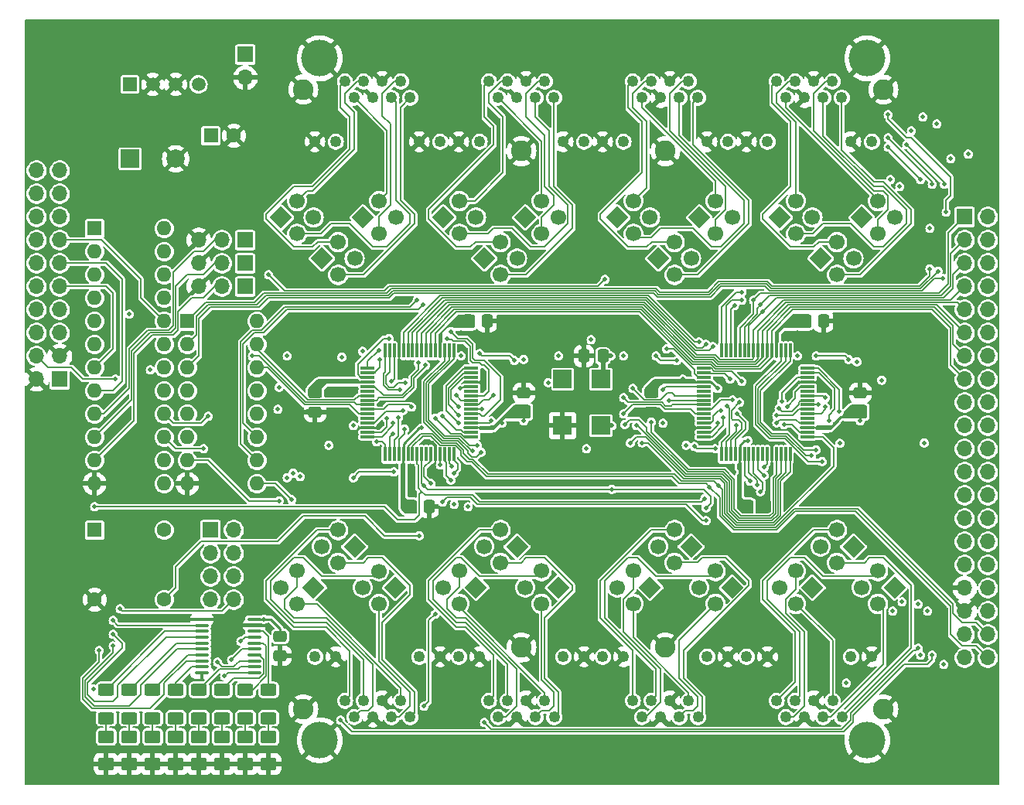
<source format=gtl>
G04 #@! TF.GenerationSoftware,KiCad,Pcbnew,8.0.4*
G04 #@! TF.CreationDate,2025-01-12T21:12:31-06:00*
G04 #@! TF.ProjectId,OctoCom,4f63746f-436f-46d2-9e6b-696361645f70,rev?*
G04 #@! TF.SameCoordinates,Original*
G04 #@! TF.FileFunction,Copper,L1,Top*
G04 #@! TF.FilePolarity,Positive*
%FSLAX46Y46*%
G04 Gerber Fmt 4.6, Leading zero omitted, Abs format (unit mm)*
G04 Created by KiCad (PCBNEW 8.0.4) date 2025-01-12 21:12:32*
%MOMM*%
%LPD*%
G01*
G04 APERTURE LIST*
G04 Aperture macros list*
%AMRoundRect*
0 Rectangle with rounded corners*
0 $1 Rounding radius*
0 $2 $3 $4 $5 $6 $7 $8 $9 X,Y pos of 4 corners*
0 Add a 4 corners polygon primitive as box body*
4,1,4,$2,$3,$4,$5,$6,$7,$8,$9,$2,$3,0*
0 Add four circle primitives for the rounded corners*
1,1,$1+$1,$2,$3*
1,1,$1+$1,$4,$5*
1,1,$1+$1,$6,$7*
1,1,$1+$1,$8,$9*
0 Add four rect primitives between the rounded corners*
20,1,$1+$1,$2,$3,$4,$5,0*
20,1,$1+$1,$4,$5,$6,$7,0*
20,1,$1+$1,$6,$7,$8,$9,0*
20,1,$1+$1,$8,$9,$2,$3,0*%
%AMHorizOval*
0 Thick line with rounded ends*
0 $1 width*
0 $2 $3 position (X,Y) of the first rounded end (center of the circle)*
0 $4 $5 position (X,Y) of the second rounded end (center of the circle)*
0 Add line between two ends*
20,1,$1,$2,$3,$4,$5,0*
0 Add two circle primitives to create the rounded ends*
1,1,$1,$2,$3*
1,1,$1,$4,$5*%
%AMRotRect*
0 Rectangle, with rotation*
0 The origin of the aperture is its center*
0 $1 length*
0 $2 width*
0 $3 Rotation angle, in degrees counterclockwise*
0 Add horizontal line*
21,1,$1,$2,0,0,$3*%
G04 Aperture macros list end*
G04 #@! TA.AperFunction,SMDPad,CuDef*
%ADD10RoundRect,0.250000X-0.475000X0.337500X-0.475000X-0.337500X0.475000X-0.337500X0.475000X0.337500X0*%
G04 #@! TD*
G04 #@! TA.AperFunction,SMDPad,CuDef*
%ADD11RoundRect,0.100000X-0.637500X-0.100000X0.637500X-0.100000X0.637500X0.100000X-0.637500X0.100000X0*%
G04 #@! TD*
G04 #@! TA.AperFunction,SMDPad,CuDef*
%ADD12RoundRect,0.250000X-0.625000X0.400000X-0.625000X-0.400000X0.625000X-0.400000X0.625000X0.400000X0*%
G04 #@! TD*
G04 #@! TA.AperFunction,SMDPad,CuDef*
%ADD13RoundRect,0.250001X0.624999X-0.462499X0.624999X0.462499X-0.624999X0.462499X-0.624999X-0.462499X0*%
G04 #@! TD*
G04 #@! TA.AperFunction,ComponentPad*
%ADD14C,1.250000*%
G04 #@! TD*
G04 #@! TA.AperFunction,ComponentPad*
%ADD15C,2.250000*%
G04 #@! TD*
G04 #@! TA.AperFunction,ComponentPad*
%ADD16C,4.000000*%
G04 #@! TD*
G04 #@! TA.AperFunction,SMDPad,CuDef*
%ADD17RoundRect,0.250000X-0.337500X-0.475000X0.337500X-0.475000X0.337500X0.475000X-0.337500X0.475000X0*%
G04 #@! TD*
G04 #@! TA.AperFunction,ComponentPad*
%ADD18RotRect,1.700000X1.700000X45.000000*%
G04 #@! TD*
G04 #@! TA.AperFunction,ComponentPad*
%ADD19HorizOval,1.700000X0.000000X0.000000X0.000000X0.000000X0*%
G04 #@! TD*
G04 #@! TA.AperFunction,ComponentPad*
%ADD20RotRect,1.700000X1.700000X225.000000*%
G04 #@! TD*
G04 #@! TA.AperFunction,ComponentPad*
%ADD21HorizOval,1.700000X0.000000X0.000000X0.000000X0.000000X0*%
G04 #@! TD*
G04 #@! TA.AperFunction,ComponentPad*
%ADD22R,1.700000X1.700000*%
G04 #@! TD*
G04 #@! TA.AperFunction,ComponentPad*
%ADD23O,1.700000X1.700000*%
G04 #@! TD*
G04 #@! TA.AperFunction,ComponentPad*
%ADD24R,1.508000X1.508000*%
G04 #@! TD*
G04 #@! TA.AperFunction,ComponentPad*
%ADD25C,1.508000*%
G04 #@! TD*
G04 #@! TA.AperFunction,ComponentPad*
%ADD26C,0.800000*%
G04 #@! TD*
G04 #@! TA.AperFunction,ComponentPad*
%ADD27C,6.400000*%
G04 #@! TD*
G04 #@! TA.AperFunction,ComponentPad*
%ADD28R,1.600000X1.600000*%
G04 #@! TD*
G04 #@! TA.AperFunction,ComponentPad*
%ADD29C,1.600000*%
G04 #@! TD*
G04 #@! TA.AperFunction,ComponentPad*
%ADD30O,1.600000X1.600000*%
G04 #@! TD*
G04 #@! TA.AperFunction,ComponentPad*
%ADD31R,2.000000X2.000000*%
G04 #@! TD*
G04 #@! TA.AperFunction,ComponentPad*
%ADD32C,2.000000*%
G04 #@! TD*
G04 #@! TA.AperFunction,SMDPad,CuDef*
%ADD33RoundRect,0.250000X0.337500X0.475000X-0.337500X0.475000X-0.337500X-0.475000X0.337500X-0.475000X0*%
G04 #@! TD*
G04 #@! TA.AperFunction,SMDPad,CuDef*
%ADD34RoundRect,0.250000X0.475000X-0.337500X0.475000X0.337500X-0.475000X0.337500X-0.475000X-0.337500X0*%
G04 #@! TD*
G04 #@! TA.AperFunction,SMDPad,CuDef*
%ADD35RoundRect,0.075000X-0.700000X-0.075000X0.700000X-0.075000X0.700000X0.075000X-0.700000X0.075000X0*%
G04 #@! TD*
G04 #@! TA.AperFunction,SMDPad,CuDef*
%ADD36RoundRect,0.075000X-0.075000X-0.700000X0.075000X-0.700000X0.075000X0.700000X-0.075000X0.700000X0*%
G04 #@! TD*
G04 #@! TA.AperFunction,SMDPad,CuDef*
%ADD37R,2.000000X2.000000*%
G04 #@! TD*
G04 #@! TA.AperFunction,ViaPad*
%ADD38C,0.500000*%
G04 #@! TD*
G04 #@! TA.AperFunction,Conductor*
%ADD39C,0.127000*%
G04 #@! TD*
G04 #@! TA.AperFunction,Conductor*
%ADD40C,0.200000*%
G04 #@! TD*
G04 #@! TA.AperFunction,Conductor*
%ADD41C,0.254000*%
G04 #@! TD*
G04 #@! TA.AperFunction,Conductor*
%ADD42C,0.508000*%
G04 #@! TD*
G04 APERTURE END LIST*
D10*
X99060000Y-108182500D03*
X99060000Y-110257500D03*
D11*
X90482500Y-106295000D03*
X90482500Y-106945000D03*
X90482500Y-107595000D03*
X90482500Y-108245000D03*
X90482500Y-108895000D03*
X90482500Y-109545000D03*
X90482500Y-110195000D03*
X90482500Y-110845000D03*
X90482500Y-111495000D03*
X90482500Y-112145000D03*
X96207500Y-112145000D03*
X96207500Y-111495000D03*
X96207500Y-110845000D03*
X96207500Y-110195000D03*
X96207500Y-109545000D03*
X96207500Y-108895000D03*
X96207500Y-108245000D03*
X96207500Y-107595000D03*
X96207500Y-106945000D03*
X96207500Y-106295000D03*
D12*
X80010000Y-114019999D03*
X80010000Y-117120001D03*
X82550000Y-114019999D03*
X82550000Y-117120001D03*
X85089999Y-114019999D03*
X85089999Y-117120001D03*
X87630001Y-114019999D03*
X87630001Y-117120001D03*
X90170000Y-114019999D03*
X90170000Y-117120001D03*
X92710000Y-114019999D03*
X92710000Y-117120001D03*
X95250000Y-114019999D03*
X95250000Y-117120001D03*
X97790000Y-114020000D03*
X97790000Y-117120002D03*
D13*
X80009999Y-122137500D03*
X80009999Y-119162500D03*
X82550000Y-122137500D03*
X82550000Y-119162500D03*
X85090000Y-122137500D03*
X85090000Y-119162500D03*
X87630000Y-122137500D03*
X87630000Y-119162500D03*
X90170000Y-122137500D03*
X90170000Y-119162500D03*
X92710001Y-122137500D03*
X92710001Y-119162500D03*
X95250000Y-122137500D03*
X95250000Y-119162500D03*
X97790000Y-122137500D03*
X97790000Y-119162500D03*
D14*
X113300000Y-117000000D03*
X112280000Y-115220000D03*
X111260000Y-117000000D03*
X110240000Y-115220000D03*
X109220000Y-117000000D03*
X108200000Y-115220000D03*
X107180000Y-117000000D03*
X106160000Y-115220000D03*
X116590000Y-110400000D03*
X114300000Y-110400000D03*
X105160000Y-110400000D03*
X102870000Y-110400000D03*
X129050000Y-117000000D03*
X128030000Y-115220000D03*
X127010000Y-117000000D03*
X125990000Y-115220000D03*
X124970000Y-117000000D03*
X123950000Y-115220000D03*
X122930000Y-117000000D03*
X121910000Y-115220000D03*
X132340000Y-110400000D03*
X130050000Y-110400000D03*
X120910000Y-110400000D03*
X118620000Y-110400000D03*
X144800000Y-117000000D03*
X143780000Y-115220000D03*
X142760000Y-117000000D03*
X141740000Y-115220000D03*
X140720000Y-117000000D03*
X139700000Y-115220000D03*
X138680000Y-117000000D03*
X137660000Y-115220000D03*
X148090000Y-110400000D03*
X145800000Y-110400000D03*
X136660000Y-110400000D03*
X134370000Y-110400000D03*
X160550000Y-117000000D03*
X159530000Y-115220000D03*
X158510000Y-117000000D03*
X157490000Y-115220000D03*
X156470000Y-117000000D03*
X155450000Y-115220000D03*
X154430000Y-117000000D03*
X153410000Y-115220000D03*
X163840000Y-110400000D03*
X161550000Y-110400000D03*
X152410000Y-110400000D03*
X150120000Y-110400000D03*
D15*
X101600000Y-116120000D03*
D16*
X103380000Y-119540000D03*
D15*
X125475000Y-109380000D03*
X141225000Y-109380000D03*
D16*
X163320000Y-119540000D03*
D15*
X165100000Y-116140000D03*
D17*
X156442500Y-73660000D03*
X158517500Y-73660000D03*
D18*
X116903821Y-62293821D03*
D19*
X118699872Y-60497770D03*
X118699872Y-64089872D03*
X120495923Y-62293821D03*
D20*
X111685573Y-102809715D03*
D21*
X109889522Y-104605766D03*
X109889522Y-101013664D03*
X108093471Y-102809715D03*
D20*
X139545923Y-102806179D03*
D21*
X137749872Y-104602230D03*
X137749872Y-101010128D03*
X135953821Y-102806179D03*
D22*
X91440000Y-96520000D03*
D23*
X93980000Y-96520000D03*
X91440000Y-99060000D03*
X93980000Y-99060000D03*
X91440000Y-101600000D03*
X93980000Y-101600000D03*
X91440000Y-104140000D03*
X93980000Y-104140000D03*
D18*
X144934077Y-62293822D03*
D19*
X146730128Y-60497771D03*
X146730128Y-64089873D03*
X148526179Y-62293822D03*
D18*
X140443949Y-66783949D03*
D19*
X142240000Y-64987898D03*
X142240000Y-68580000D03*
X144036051Y-66783949D03*
D24*
X82610000Y-47729999D03*
D25*
X85110000Y-47729999D03*
X87610000Y-47729999D03*
X90110000Y-47729999D03*
D18*
X125884077Y-62293821D03*
D19*
X127680128Y-60497770D03*
X127680128Y-64089872D03*
X129476179Y-62293821D03*
D17*
X119612500Y-73660000D03*
X121687500Y-73660000D03*
D18*
X153733821Y-62293821D03*
D19*
X155529872Y-60497770D03*
X155529872Y-64089872D03*
X157325923Y-62293821D03*
D26*
X171590000Y-49530000D03*
X172292944Y-47832944D03*
X172292944Y-51227056D03*
X173990000Y-47130000D03*
D27*
X173990000Y-49530000D03*
D26*
X173990000Y-51930000D03*
X175687056Y-47832944D03*
X175687056Y-51227056D03*
X176390000Y-49530000D03*
D20*
X124986051Y-98316051D03*
D21*
X123190000Y-100112102D03*
X123190000Y-96520000D03*
X121393949Y-98316051D03*
D20*
X161816051Y-98316051D03*
D21*
X160020000Y-100112102D03*
X160020000Y-96520000D03*
X158223949Y-98316051D03*
D20*
X166306179Y-102806179D03*
D21*
X164510128Y-104602230D03*
X164510128Y-101010128D03*
X162714077Y-102806179D03*
D18*
X103613949Y-66783949D03*
D19*
X105410000Y-64987898D03*
X105410000Y-68580000D03*
X107206051Y-66783949D03*
D18*
X121393949Y-66783949D03*
D19*
X123190000Y-64987898D03*
X123190000Y-68580000D03*
X124986051Y-66783949D03*
D28*
X78740000Y-96520000D03*
D29*
X78740000Y-104140000D03*
X86360000Y-104140000D03*
X86360000Y-96520000D03*
D20*
X144036051Y-98316051D03*
D21*
X142240000Y-100112102D03*
X142240000Y-96520000D03*
X140443949Y-98316051D03*
D18*
X108104077Y-62293821D03*
D19*
X109900128Y-60497770D03*
X109900128Y-64089872D03*
X111696179Y-62293821D03*
D28*
X78740000Y-63500000D03*
D30*
X78740000Y-66040000D03*
X78740000Y-68580000D03*
X78740000Y-71120000D03*
X78740000Y-73660000D03*
X78740000Y-76200000D03*
X78740000Y-78740000D03*
X78740000Y-81280000D03*
X78740000Y-83820000D03*
X78740000Y-86360000D03*
X78740000Y-88900000D03*
X78740000Y-91440000D03*
X86360000Y-91440000D03*
X86360000Y-88900000D03*
X86360000Y-86360000D03*
X86360000Y-83820000D03*
X86360000Y-81280000D03*
X86360000Y-78740000D03*
X86360000Y-76200000D03*
X86360000Y-73660000D03*
X86360000Y-71120000D03*
X86360000Y-68580000D03*
X86360000Y-66040000D03*
X86360000Y-63500000D03*
D26*
X72530000Y-49530000D03*
X73232944Y-47832944D03*
X73232944Y-51227056D03*
X74930000Y-47130000D03*
D27*
X74930000Y-49530000D03*
D26*
X74930000Y-51930000D03*
X76627056Y-47832944D03*
X76627056Y-51227056D03*
X77330000Y-49530000D03*
D10*
X139700000Y-81512500D03*
X139700000Y-83587500D03*
D18*
X162714077Y-62293821D03*
D19*
X164510128Y-60497770D03*
X164510128Y-64089872D03*
X166306179Y-62293821D03*
D31*
X82630000Y-55880000D03*
D32*
X87630000Y-55880000D03*
D20*
X129476179Y-102806178D03*
D21*
X127680128Y-104602229D03*
X127680128Y-101010127D03*
X125884077Y-102806178D03*
D26*
X171590000Y-120650000D03*
X172292944Y-118952944D03*
X172292944Y-122347056D03*
X173990000Y-118250000D03*
D27*
X173990000Y-120650000D03*
D26*
X173990000Y-123050000D03*
X175687056Y-118952944D03*
X175687056Y-122347056D03*
X176390000Y-120650000D03*
D20*
X102715923Y-102806179D03*
D21*
X100919872Y-104602230D03*
X100919872Y-101010128D03*
X99123821Y-102806179D03*
D20*
X148526179Y-102806179D03*
D21*
X146730128Y-104602230D03*
X146730128Y-101010128D03*
X144934077Y-102806179D03*
D10*
X102870000Y-81512500D03*
X102870000Y-83587500D03*
D33*
X134387500Y-77470000D03*
X132312500Y-77470000D03*
D22*
X95235000Y-67310000D03*
D23*
X92695000Y-67310000D03*
X90155001Y-67310000D03*
D26*
X72530000Y-120650000D03*
X73232944Y-118952944D03*
X73232944Y-122347056D03*
X74930000Y-118250000D03*
D27*
X74930000Y-120650000D03*
D26*
X74930000Y-123050000D03*
X76627056Y-118952944D03*
X76627056Y-122347056D03*
X77330000Y-120650000D03*
D20*
X120495923Y-102806179D03*
D21*
X118699872Y-104602230D03*
X118699872Y-101010128D03*
X116903821Y-102806179D03*
D34*
X162560000Y-83587500D03*
X162560000Y-81512500D03*
D17*
X113262500Y-93980000D03*
X115337500Y-93980000D03*
D18*
X135953821Y-62293821D03*
D19*
X137749872Y-60497770D03*
X137749872Y-64089872D03*
X139545923Y-62293821D03*
D34*
X125730000Y-83587500D03*
X125730000Y-81512500D03*
D35*
X145455000Y-78800000D03*
X145455000Y-79300000D03*
X145455000Y-79800000D03*
X145455000Y-80300000D03*
X145455000Y-80800000D03*
X145455000Y-81300000D03*
X145455000Y-81800000D03*
X145455000Y-82300000D03*
X145455000Y-82800000D03*
X145455000Y-83300000D03*
X145455000Y-83800000D03*
X145455000Y-84300000D03*
X145455000Y-84800000D03*
X145455000Y-85300000D03*
X145455000Y-85800000D03*
X145455000Y-86300000D03*
D36*
X147380000Y-88225000D03*
X147880000Y-88225000D03*
X148380000Y-88225000D03*
X148880000Y-88225000D03*
X149380000Y-88225000D03*
X149880000Y-88225000D03*
X150380000Y-88225000D03*
X150880000Y-88225000D03*
X151380000Y-88225000D03*
X151880000Y-88225000D03*
X152380000Y-88225000D03*
X152880000Y-88225000D03*
X153380000Y-88225000D03*
X153880000Y-88225000D03*
X154380000Y-88225000D03*
X154880000Y-88225000D03*
D35*
X156805000Y-86300000D03*
X156805000Y-85800000D03*
X156805000Y-85300000D03*
X156805000Y-84800000D03*
X156805000Y-84300000D03*
X156805000Y-83800000D03*
X156805000Y-83300000D03*
X156805000Y-82800000D03*
X156805000Y-82300000D03*
X156805000Y-81800000D03*
X156805000Y-81300000D03*
X156805000Y-80800000D03*
X156805000Y-80300000D03*
X156805000Y-79800000D03*
X156805000Y-79300000D03*
X156805000Y-78800000D03*
D36*
X154880000Y-76875000D03*
X154380000Y-76875000D03*
X153880000Y-76875000D03*
X153380000Y-76875000D03*
X152880000Y-76875000D03*
X152380000Y-76875000D03*
X151880000Y-76875000D03*
X151380000Y-76875000D03*
X150880000Y-76875000D03*
X150380000Y-76875000D03*
X149880000Y-76875000D03*
X149380000Y-76875000D03*
X148880000Y-76875000D03*
X148380000Y-76875000D03*
X147880000Y-76875000D03*
X147380000Y-76875000D03*
D28*
X88900000Y-73660000D03*
D30*
X88900000Y-76200000D03*
X88900000Y-78740000D03*
X88900000Y-81280000D03*
X88900000Y-83820000D03*
X88900000Y-86360000D03*
X88900000Y-88900000D03*
X88900000Y-91440000D03*
X96520000Y-91440000D03*
X96520000Y-88900000D03*
X96520000Y-86360000D03*
X96520000Y-83820000D03*
X96520000Y-81280000D03*
X96520000Y-78740000D03*
X96520000Y-76200000D03*
X96520000Y-73660000D03*
D18*
X158223949Y-66783949D03*
D19*
X160020000Y-64987898D03*
X160020000Y-68580000D03*
X161816051Y-66783949D03*
D20*
X157325923Y-102806179D03*
D21*
X155529872Y-104602230D03*
X155529872Y-101010128D03*
X153733821Y-102806179D03*
D18*
X99123821Y-62293821D03*
D19*
X100919872Y-60497770D03*
X100919872Y-64089872D03*
X102715923Y-62293821D03*
D37*
X129980000Y-80010000D03*
X129980000Y-85090000D03*
X134180000Y-85090000D03*
X134180000Y-80010000D03*
D22*
X173990000Y-62230000D03*
D23*
X176530000Y-62230000D03*
X173990000Y-64770000D03*
X176530000Y-64770000D03*
X173990000Y-67310000D03*
X176530000Y-67310000D03*
X173990000Y-69850000D03*
X176530000Y-69850000D03*
X173990000Y-72390000D03*
X176530000Y-72390000D03*
X173990000Y-74930000D03*
X176530000Y-74930000D03*
X173990000Y-77470000D03*
X176530000Y-77470000D03*
X173990000Y-80010000D03*
X176530000Y-80010000D03*
X173990000Y-82550000D03*
X176530000Y-82550000D03*
X173990000Y-85090000D03*
X176530000Y-85090000D03*
X173990000Y-87630000D03*
X176530000Y-87630000D03*
X173990000Y-90170000D03*
X176530000Y-90170000D03*
X173990000Y-92710000D03*
X176530000Y-92710000D03*
X173990000Y-95250000D03*
X176530000Y-95250000D03*
X173990000Y-97790000D03*
X176530000Y-97790000D03*
X173990000Y-100330000D03*
X176530000Y-100330000D03*
X173990000Y-102870000D03*
X176530000Y-102870000D03*
X173990000Y-105410000D03*
X176530000Y-105410000D03*
X173990000Y-107950000D03*
X176530000Y-107950000D03*
X173990000Y-110490000D03*
X176530000Y-110490000D03*
D22*
X95250000Y-44450000D03*
D23*
X95250000Y-46990000D03*
D22*
X74930000Y-80010000D03*
D23*
X72390000Y-80010000D03*
X74930000Y-77470000D03*
X72390000Y-77470000D03*
X74930000Y-74930001D03*
X72390000Y-74930000D03*
X74930000Y-72390000D03*
X72390000Y-72390000D03*
X74930000Y-69850000D03*
X72390000Y-69850000D03*
X74930000Y-67310000D03*
X72390000Y-67310000D03*
X74930000Y-64770000D03*
X72390000Y-64770000D03*
X74930000Y-62229999D03*
X72390000Y-62230000D03*
X74930000Y-59690000D03*
X72390000Y-59690000D03*
X74930000Y-57150000D03*
X72390000Y-57150000D03*
D22*
X95235000Y-64770000D03*
D23*
X92695000Y-64770000D03*
X90155001Y-64770000D03*
D22*
X95235000Y-69850000D03*
D23*
X92695000Y-69850000D03*
X90155001Y-69850000D03*
D28*
X91480000Y-53340000D03*
D29*
X93980000Y-53340000D03*
D20*
X107206051Y-98316051D03*
D21*
X105410000Y-100112102D03*
X105410000Y-96520000D03*
X103613949Y-98316051D03*
D35*
X108625000Y-78800000D03*
X108625000Y-79300000D03*
X108625000Y-79800000D03*
X108625000Y-80300000D03*
X108625000Y-80800000D03*
X108625000Y-81300000D03*
X108625000Y-81800000D03*
X108625000Y-82300000D03*
X108625000Y-82800000D03*
X108625000Y-83300000D03*
X108625000Y-83800000D03*
X108625000Y-84300000D03*
X108625000Y-84800000D03*
X108625000Y-85300000D03*
X108625000Y-85800000D03*
X108625000Y-86300000D03*
D36*
X110550000Y-88225000D03*
X111050000Y-88225000D03*
X111550000Y-88225000D03*
X112050000Y-88225000D03*
X112550000Y-88225000D03*
X113050000Y-88225000D03*
X113550000Y-88225000D03*
X114050000Y-88225000D03*
X114550000Y-88225000D03*
X115050000Y-88225000D03*
X115550000Y-88225000D03*
X116050000Y-88225000D03*
X116550000Y-88225000D03*
X117050000Y-88225000D03*
X117550000Y-88225000D03*
X118050000Y-88225000D03*
D35*
X119975000Y-86300000D03*
X119975000Y-85800000D03*
X119975000Y-85300000D03*
X119975000Y-84800000D03*
X119975000Y-84300000D03*
X119975000Y-83800000D03*
X119975000Y-83300000D03*
X119975000Y-82800000D03*
X119975000Y-82300000D03*
X119975000Y-81800000D03*
X119975000Y-81300000D03*
X119975000Y-80800000D03*
X119975000Y-80300000D03*
X119975000Y-79800000D03*
X119975000Y-79300000D03*
X119975000Y-78800000D03*
D36*
X118050000Y-76875000D03*
X117550000Y-76875000D03*
X117050000Y-76875000D03*
X116550000Y-76875000D03*
X116050000Y-76875000D03*
X115550000Y-76875000D03*
X115050000Y-76875000D03*
X114550000Y-76875000D03*
X114050000Y-76875000D03*
X113550000Y-76875000D03*
X113050000Y-76875000D03*
X112550000Y-76875000D03*
X112050000Y-76875000D03*
X111550000Y-76875000D03*
X111050000Y-76875000D03*
X110550000Y-76875000D03*
D17*
X150092500Y-93980000D03*
X152167500Y-93980000D03*
D14*
X153400000Y-47410000D03*
X154420000Y-49190000D03*
X155440000Y-47410000D03*
X156460000Y-49190000D03*
X157480000Y-47410000D03*
X158500000Y-49190000D03*
X159520000Y-47410000D03*
X160540000Y-49190000D03*
X150110000Y-54010000D03*
X152400000Y-54010000D03*
X161540000Y-54010000D03*
X163830000Y-54010000D03*
X137650000Y-47410000D03*
X138670000Y-49190000D03*
X139690000Y-47410000D03*
X140710000Y-49190000D03*
X141730000Y-47410000D03*
X142750000Y-49190000D03*
X143770000Y-47410000D03*
X144790000Y-49190000D03*
X134360000Y-54010000D03*
X136650000Y-54010000D03*
X145790000Y-54010000D03*
X148080000Y-54010000D03*
X121900000Y-47410000D03*
X122920000Y-49190000D03*
X123940000Y-47410000D03*
X124960000Y-49190000D03*
X125980000Y-47410000D03*
X127000000Y-49190000D03*
X128020000Y-47410000D03*
X129040000Y-49190000D03*
X118610000Y-54010000D03*
X120900000Y-54010000D03*
X130040000Y-54010000D03*
X132330000Y-54010000D03*
X106150000Y-47410000D03*
X107170000Y-49190000D03*
X108190000Y-47410000D03*
X109210000Y-49190000D03*
X110230000Y-47410000D03*
X111250000Y-49190000D03*
X112270000Y-47410000D03*
X113290000Y-49190000D03*
X102860000Y-54010000D03*
X105150000Y-54010000D03*
X114290000Y-54010000D03*
X116580000Y-54010000D03*
D15*
X165100000Y-48290000D03*
D16*
X163320000Y-44870000D03*
D15*
X141225000Y-55030000D03*
X125475000Y-55030000D03*
D16*
X103380000Y-44870000D03*
D15*
X101600000Y-48270000D03*
D38*
X114681000Y-71882000D03*
X117729000Y-74803000D03*
X114046000Y-71374000D03*
X117348000Y-75565000D03*
X98806000Y-83312000D03*
X136652000Y-83820000D03*
X98933000Y-80899000D03*
X137668000Y-81026000D03*
X134366000Y-91440000D03*
X132080000Y-91440000D03*
X131064000Y-92710000D03*
X134366000Y-92710000D03*
X119888000Y-89916000D03*
X135382000Y-105410000D03*
X97282000Y-106299000D03*
X92202000Y-110998000D03*
X92964000Y-112522000D03*
X93726000Y-110744000D03*
X94742000Y-108712000D03*
X79248000Y-109728000D03*
X80772000Y-109220000D03*
X80772000Y-107950000D03*
X80772000Y-106426000D03*
X116014500Y-105727500D03*
X114808000Y-115824000D03*
X105664000Y-117348000D03*
X170434000Y-110236000D03*
X168910000Y-109474000D03*
X121412000Y-117602000D03*
X161036000Y-113284000D03*
X169164000Y-110236000D03*
X108458000Y-96774000D03*
X101600000Y-96520000D03*
X91440000Y-91440000D03*
X119634000Y-93980000D03*
X118110000Y-93726000D03*
X171704000Y-111252000D03*
X169926000Y-105410000D03*
X171958000Y-61722000D03*
X165608000Y-51054000D03*
X171775000Y-58674000D03*
X167640000Y-54356000D03*
X170434000Y-58674000D03*
X165608000Y-53594000D03*
X169164000Y-58166000D03*
X165608000Y-54610000D03*
X169418000Y-51308000D03*
X165862000Y-58166000D03*
X172466000Y-55880000D03*
X168910000Y-104648000D03*
X166116000Y-105410000D03*
X167132000Y-104394000D03*
X170942000Y-52070000D03*
X166878000Y-58928000D03*
X168148000Y-52832000D03*
X163322000Y-65786000D03*
X164338000Y-68326000D03*
X127254000Y-66294000D03*
X109474000Y-68326000D03*
X109220000Y-66294000D03*
X128524000Y-67564000D03*
X129540000Y-77470000D03*
X133096000Y-75692000D03*
X174371000Y-55372000D03*
X106045000Y-104140000D03*
X108712000Y-54356000D03*
X123317000Y-84836000D03*
X114554000Y-85344000D03*
X132588000Y-87630000D03*
X105791000Y-77597000D03*
X78613000Y-113919000D03*
X99822000Y-77470000D03*
X143510000Y-87249000D03*
X135255000Y-77470000D03*
X136652000Y-77470000D03*
X162560000Y-84582000D03*
X102870000Y-80772000D03*
X104394000Y-87249000D03*
X140970000Y-84836000D03*
X125730000Y-84582000D03*
X160324800Y-87020400D03*
X128397000Y-80391000D03*
X125730000Y-77851000D03*
X112522000Y-93980000D03*
X162175000Y-78105000D03*
X143129000Y-80010000D03*
X164896800Y-80111600D03*
X118872000Y-77470000D03*
X150241000Y-86741000D03*
X155702000Y-77470000D03*
X155702000Y-73660000D03*
X146939000Y-81026000D03*
X149352000Y-93980000D03*
X118872000Y-73660000D03*
X139700000Y-80772000D03*
X108077000Y-76962000D03*
X107061000Y-85090000D03*
X169545000Y-86995000D03*
X165735000Y-67945000D03*
X147320000Y-96520000D03*
X109982000Y-69723000D03*
X155702000Y-74930000D03*
X106934000Y-77978000D03*
X78740000Y-59055000D03*
X152019000Y-86741000D03*
X137160000Y-97790000D03*
X149860000Y-67945000D03*
X129540000Y-99695000D03*
X128270000Y-85090000D03*
X162814000Y-80010000D03*
X148717000Y-90170000D03*
X110490000Y-97790000D03*
X122428000Y-73660000D03*
X127254000Y-77978000D03*
X154305000Y-57785000D03*
X141859000Y-87122000D03*
X125476000Y-86995000D03*
X99822000Y-74930000D03*
X162306000Y-86995000D03*
X80772000Y-63500000D03*
X159385000Y-52705000D03*
X170815000Y-100965000D03*
X106426000Y-86995000D03*
X156845000Y-57785000D03*
X137287000Y-74041000D03*
X131064000Y-89789000D03*
X118872000Y-74930000D03*
X116078000Y-93980000D03*
X82550000Y-71120000D03*
X140589000Y-89281000D03*
X151130000Y-86741000D03*
X163830000Y-76200000D03*
X99695000Y-98425000D03*
X113030000Y-57785000D03*
X146812000Y-71882000D03*
X138049000Y-94615000D03*
X74295000Y-83820000D03*
X104775000Y-84836000D03*
X132080000Y-76200000D03*
X169164000Y-68580000D03*
X152400000Y-82931000D03*
X116078000Y-64770000D03*
X117475000Y-57785000D03*
X93980000Y-106045000D03*
X159258000Y-73660000D03*
X140970000Y-83947000D03*
X93726000Y-76200000D03*
X80645000Y-96520000D03*
X113030000Y-64770000D03*
X118745000Y-76454000D03*
X147066000Y-68580000D03*
X84836000Y-98552000D03*
X150241000Y-72009000D03*
X145542000Y-65659000D03*
X116586000Y-83185000D03*
X91694000Y-76200000D03*
X165735000Y-93980000D03*
X144526000Y-69342000D03*
X80772000Y-77978000D03*
X164084000Y-78105000D03*
X139573000Y-69215000D03*
X102108000Y-90170000D03*
X136525000Y-68580000D03*
X125730000Y-80264000D03*
X113538000Y-89916000D03*
X141097000Y-71628000D03*
X154559000Y-92710000D03*
X124206000Y-87122000D03*
X114300000Y-59690000D03*
X129286000Y-69088000D03*
X149860000Y-97790000D03*
X110109000Y-82677000D03*
X104521000Y-81407000D03*
X83820000Y-78740000D03*
X83820000Y-73660000D03*
X153974800Y-80314800D03*
X159004000Y-88138000D03*
X128270000Y-96520000D03*
X80772000Y-69088000D03*
X111887000Y-75565000D03*
X146812000Y-81915000D03*
X101981000Y-83566000D03*
X93726000Y-94742000D03*
X158242000Y-80314800D03*
X168656000Y-91186000D03*
X115316000Y-86868000D03*
X122555000Y-51435000D03*
X151384000Y-93980000D03*
X160020000Y-80010000D03*
X132080000Y-64770000D03*
X121285000Y-81153000D03*
X90932000Y-73660000D03*
X102870000Y-73660000D03*
X143383000Y-84963000D03*
X160680400Y-84836000D03*
X110109000Y-84963000D03*
X159385000Y-59055000D03*
X168275000Y-97155000D03*
X120904000Y-77216000D03*
X124714000Y-77978000D03*
X107061000Y-90805000D03*
X111506000Y-90170000D03*
X140208000Y-77470000D03*
X142494000Y-77978000D03*
X157734000Y-77470000D03*
X161290000Y-77851000D03*
X144399000Y-87376000D03*
X146685000Y-87630000D03*
X78740000Y-93980000D03*
X151638000Y-92329000D03*
X145542000Y-93091000D03*
X81026000Y-80010000D03*
X170180000Y-67945000D03*
X150876000Y-71374000D03*
X144907000Y-75946000D03*
X150495000Y-91186000D03*
X147066000Y-91694000D03*
X171577000Y-68961000D03*
X145669000Y-76200000D03*
X151638000Y-71882000D03*
X151892000Y-72644000D03*
X146431000Y-76454000D03*
X146050000Y-91821000D03*
X151257000Y-91567000D03*
X171069000Y-68199000D03*
X170180000Y-63500000D03*
X82550000Y-72898000D03*
X112649000Y-85471000D03*
X115570000Y-91440000D03*
X145669000Y-95504000D03*
X152019000Y-89662000D03*
X116840000Y-93472000D03*
X96012000Y-77470000D03*
X97790000Y-68580000D03*
X136652000Y-82042000D03*
X134620000Y-69088000D03*
X118364000Y-81788000D03*
X112145000Y-81153000D03*
X111379000Y-85979000D03*
X116776500Y-84010500D03*
X101215000Y-90678000D03*
X113411000Y-83058000D03*
X111252000Y-80264000D03*
X116586000Y-89408000D03*
X118745000Y-81026000D03*
X117856000Y-89535000D03*
X118618000Y-83947000D03*
X100457000Y-90297000D03*
X122174000Y-84582000D03*
X110744000Y-84328000D03*
X120650000Y-87249000D03*
X111379000Y-84836000D03*
X121031000Y-88011000D03*
X109982000Y-77851000D03*
X135382000Y-92075000D03*
X114300000Y-97155000D03*
X135382000Y-85090000D03*
X152019000Y-90551000D03*
X145669000Y-94107000D03*
X114808000Y-91694000D03*
X114173000Y-78232000D03*
X109601000Y-86868000D03*
X118110000Y-90297000D03*
X121158000Y-83300000D03*
X99822000Y-90805000D03*
X118618000Y-84836000D03*
X112522000Y-83439000D03*
X84836000Y-78994000D03*
X157988000Y-82804000D03*
X122428000Y-81788000D03*
X117729000Y-91059000D03*
X120142000Y-87884000D03*
X116014500Y-84264500D03*
X114935000Y-78486000D03*
X109855000Y-76835000D03*
X110998000Y-75565000D03*
X118618000Y-83058000D03*
X112014000Y-84201000D03*
X112776000Y-80391000D03*
X100330000Y-93218000D03*
X158750000Y-83058000D03*
X158750000Y-82042000D03*
X98933000Y-93345000D03*
X149606000Y-71374000D03*
X149606000Y-70485000D03*
X141351000Y-76708000D03*
X140970000Y-81153000D03*
X148780500Y-71945500D03*
X148325000Y-80010000D03*
X141605000Y-82300000D03*
X149606000Y-80264000D03*
X149352000Y-82550000D03*
X146939000Y-84836000D03*
X147320000Y-83439000D03*
X147955000Y-82931000D03*
X148971000Y-85090000D03*
X148590000Y-82296000D03*
X147574000Y-84201000D03*
X149098000Y-83820000D03*
X137395000Y-86995000D03*
X138695000Y-86995000D03*
X153416000Y-83972400D03*
X153416000Y-84785200D03*
X138049000Y-85090000D03*
X139700000Y-84709000D03*
X154228800Y-84988400D03*
X136779000Y-84963000D03*
X157734000Y-87757000D03*
X159131000Y-84582000D03*
X157226000Y-88392000D03*
X153670000Y-83210400D03*
X154559000Y-83007200D03*
X158369000Y-89027000D03*
X153974800Y-82448400D03*
X160274000Y-83566000D03*
X90678000Y-87630000D03*
X91186000Y-84074000D03*
X81534000Y-105156000D03*
D39*
X169164000Y-58166000D02*
X165608000Y-54610000D01*
D40*
X121158000Y-77470000D02*
X124206000Y-77470000D01*
X124206000Y-77470000D02*
X124714000Y-77978000D01*
X120904000Y-77216000D02*
X121158000Y-77470000D01*
D39*
X118491000Y-75565000D02*
X117729000Y-74803000D01*
X119507000Y-75565000D02*
X118491000Y-75565000D01*
X120142000Y-76200000D02*
X119507000Y-75565000D01*
X120396000Y-77978000D02*
X120142000Y-77724000D01*
X120142000Y-77724000D02*
X120142000Y-76200000D01*
X123190000Y-82296000D02*
X123190000Y-79756000D01*
X121158000Y-84074000D02*
X121412000Y-84074000D01*
X120884000Y-83800000D02*
X121158000Y-84074000D01*
X121412000Y-84074000D02*
X123190000Y-82296000D01*
X121412000Y-77978000D02*
X120396000Y-77978000D01*
X119975000Y-83800000D02*
X120884000Y-83800000D01*
X123190000Y-79756000D02*
X121412000Y-77978000D01*
X117475000Y-75692000D02*
X117348000Y-75565000D01*
X117856000Y-75692000D02*
X117475000Y-75692000D01*
X117983000Y-75819000D02*
X117856000Y-75692000D01*
X119253000Y-75819000D02*
X117983000Y-75819000D01*
X119888000Y-76454000D02*
X119253000Y-75819000D01*
X119888000Y-77978000D02*
X119888000Y-76454000D01*
X120142000Y-78232000D02*
X119888000Y-77978000D01*
X121158000Y-78486000D02*
X120904000Y-78232000D01*
X121920000Y-81286626D02*
X121920000Y-78994000D01*
X121406626Y-81800000D02*
X121920000Y-81286626D01*
X119975000Y-81800000D02*
X121406626Y-81800000D01*
X121412000Y-78486000D02*
X121158000Y-78486000D01*
X120904000Y-78232000D02*
X120142000Y-78232000D01*
X121920000Y-78994000D02*
X121412000Y-78486000D01*
X94742000Y-87122000D02*
X96520000Y-88900000D01*
X96012000Y-74676000D02*
X94742000Y-75946000D01*
X97028000Y-74676000D02*
X96012000Y-74676000D01*
X99568000Y-72136000D02*
X97028000Y-74676000D01*
X113284000Y-72136000D02*
X99568000Y-72136000D01*
X114046000Y-71374000D02*
X113284000Y-72136000D01*
X94742000Y-75946000D02*
X94742000Y-87122000D01*
X94996000Y-84836000D02*
X96520000Y-86360000D01*
X94996000Y-76200000D02*
X94996000Y-84836000D01*
X96266000Y-74930000D02*
X94996000Y-76200000D01*
X97282000Y-74930000D02*
X96266000Y-74930000D01*
X99822000Y-72390000D02*
X97282000Y-74930000D01*
X114173000Y-72390000D02*
X99822000Y-72390000D01*
X114681000Y-71882000D02*
X114173000Y-72390000D01*
X137668000Y-82804000D02*
X136652000Y-83820000D01*
X140716000Y-82804000D02*
X139446000Y-82804000D01*
X139446000Y-82804000D02*
X137668000Y-82804000D01*
X141224000Y-83312000D02*
X140716000Y-82804000D01*
X141986000Y-83312000D02*
X141224000Y-83312000D01*
X144018000Y-83312000D02*
X141986000Y-83312000D01*
X144506000Y-83800000D02*
X144018000Y-83312000D01*
X145455000Y-83800000D02*
X144506000Y-83800000D01*
X140208000Y-82296000D02*
X138938000Y-82296000D01*
X140716000Y-82296000D02*
X140208000Y-82296000D01*
X141986000Y-81534000D02*
X141478000Y-81534000D01*
X138938000Y-82296000D02*
X137668000Y-81026000D01*
X142240000Y-81788000D02*
X141986000Y-81534000D01*
X142252000Y-81800000D02*
X142240000Y-81788000D01*
X141478000Y-81534000D02*
X141224000Y-81788000D01*
X141224000Y-81788000D02*
X140716000Y-82296000D01*
X145455000Y-81800000D02*
X142252000Y-81800000D01*
X145669000Y-91440000D02*
X146050000Y-91821000D01*
X142748000Y-91440000D02*
X145669000Y-91440000D01*
X141986000Y-90678000D02*
X142748000Y-91440000D01*
X119507000Y-89027000D02*
X120015000Y-89027000D01*
X118872000Y-88392000D02*
X119507000Y-89027000D01*
X118872000Y-87884000D02*
X118872000Y-88392000D01*
X118237000Y-87249000D02*
X118872000Y-87884000D01*
X115570000Y-86233000D02*
X116586000Y-87249000D01*
X114693000Y-86233000D02*
X115570000Y-86233000D01*
X113550000Y-88225000D02*
X113550000Y-87376000D01*
X121666000Y-90678000D02*
X141986000Y-90678000D01*
X113550000Y-87376000D02*
X114693000Y-86233000D01*
X116586000Y-87249000D02*
X118237000Y-87249000D01*
X120015000Y-89027000D02*
X121666000Y-90678000D01*
X113050000Y-87376000D02*
X113050000Y-88225000D01*
X114447000Y-85979000D02*
X113050000Y-87376000D01*
X116713000Y-86995000D02*
X115697000Y-85979000D01*
X119126000Y-87757000D02*
X118364000Y-86995000D01*
X121793000Y-90424000D02*
X120142000Y-88773000D01*
X120142000Y-88773000D02*
X119761000Y-88773000D01*
X142240000Y-90424000D02*
X121793000Y-90424000D01*
X143002000Y-91186000D02*
X142240000Y-90424000D01*
X146558000Y-91186000D02*
X143002000Y-91186000D01*
X119761000Y-88773000D02*
X119126000Y-88138000D01*
X115697000Y-85979000D02*
X114447000Y-85979000D01*
X147066000Y-91694000D02*
X146558000Y-91186000D01*
X119126000Y-88138000D02*
X119126000Y-87757000D01*
X118364000Y-86995000D02*
X116713000Y-86995000D01*
X145161000Y-93472000D02*
X145542000Y-93091000D01*
X120904000Y-93472000D02*
X145161000Y-93472000D01*
X114935000Y-92710000D02*
X120142000Y-92710000D01*
X120142000Y-92710000D02*
X120904000Y-93472000D01*
X114554000Y-92329000D02*
X114935000Y-92710000D01*
X143510000Y-93726000D02*
X145288000Y-95504000D01*
X119888000Y-92964000D02*
X120650000Y-93726000D01*
X117348000Y-92964000D02*
X119888000Y-92964000D01*
X116840000Y-93472000D02*
X117348000Y-92964000D01*
X120650000Y-93726000D02*
X143510000Y-93726000D01*
X145288000Y-95504000D02*
X145669000Y-95504000D01*
X118050000Y-88840000D02*
X118050000Y-88225000D01*
X118491000Y-89281000D02*
X118050000Y-88840000D01*
X118491000Y-89916000D02*
X118491000Y-89281000D01*
X118110000Y-90297000D02*
X118491000Y-89916000D01*
X117550000Y-89229000D02*
X117550000Y-88225000D01*
X117856000Y-89535000D02*
X117550000Y-89229000D01*
D41*
X98044000Y-106299000D02*
X97282000Y-106299000D01*
X99060000Y-107315000D02*
X98044000Y-106299000D01*
X99060000Y-108182500D02*
X99060000Y-107315000D01*
D39*
X114300000Y-92583000D02*
X114554000Y-92329000D01*
X114300000Y-94869000D02*
X114300000Y-92583000D01*
X113792000Y-95377000D02*
X114300000Y-94869000D01*
X111887000Y-95377000D02*
X113792000Y-95377000D01*
X110490000Y-93980000D02*
X111887000Y-95377000D01*
X78740000Y-93980000D02*
X110490000Y-93980000D01*
X113411000Y-79756000D02*
X114173000Y-78994000D01*
X114173000Y-78994000D02*
X114173000Y-78232000D01*
X113411000Y-80772000D02*
X113411000Y-79756000D01*
X110363000Y-81788000D02*
X112395000Y-81788000D01*
X112395000Y-81788000D02*
X113411000Y-80772000D01*
X108625000Y-80800000D02*
X109375000Y-80800000D01*
X109375000Y-80800000D02*
X110363000Y-81788000D01*
X157921000Y-78800000D02*
X156805000Y-78800000D01*
X160274000Y-81153000D02*
X157921000Y-78800000D01*
X160274000Y-83566000D02*
X160274000Y-81153000D01*
X158262000Y-83800000D02*
X156805000Y-83800000D01*
X158750000Y-83312000D02*
X158262000Y-83800000D01*
X158750000Y-83058000D02*
X158750000Y-83312000D01*
X159766000Y-81026000D02*
X158040000Y-79300000D01*
X158040000Y-79300000D02*
X156805000Y-79300000D01*
X159766000Y-83312000D02*
X159766000Y-81026000D01*
X159131000Y-83947000D02*
X159766000Y-83312000D01*
X159131000Y-84582000D02*
X159131000Y-83947000D01*
D41*
X152880000Y-87348000D02*
X152880000Y-88225000D01*
X152273000Y-86741000D02*
X152880000Y-87348000D01*
X152019000Y-86741000D02*
X152273000Y-86741000D01*
D39*
X147380000Y-86935000D02*
X147380000Y-88225000D01*
X148209000Y-86106000D02*
X147380000Y-86935000D01*
X147955000Y-82931000D02*
X148209000Y-83185000D01*
X148209000Y-83185000D02*
X148209000Y-86106000D01*
X147880000Y-86816000D02*
X147880000Y-88225000D01*
X148971000Y-85090000D02*
X148971000Y-85725000D01*
X148971000Y-85725000D02*
X147880000Y-86816000D01*
X146364000Y-86300000D02*
X145455000Y-86300000D01*
X147574000Y-85090000D02*
X146364000Y-86300000D01*
X147574000Y-84201000D02*
X147574000Y-85090000D01*
D40*
X144653000Y-87630000D02*
X146685000Y-87630000D01*
X144399000Y-87376000D02*
X144653000Y-87630000D01*
D39*
X141605000Y-82300000D02*
X145455000Y-82300000D01*
X145530000Y-79375000D02*
X145455000Y-79300000D01*
X148325000Y-80010000D02*
X147690000Y-79375000D01*
X147690000Y-79375000D02*
X145530000Y-79375000D01*
X153880000Y-78022000D02*
X153880000Y-76875000D01*
X152654000Y-86487000D02*
X151130000Y-84963000D01*
X151130000Y-84963000D02*
X151130000Y-80772000D01*
X156845000Y-89027000D02*
X154305000Y-86487000D01*
X151130000Y-80772000D02*
X153880000Y-78022000D01*
X158369000Y-89027000D02*
X156845000Y-89027000D01*
X154305000Y-86487000D02*
X152654000Y-86487000D01*
X151384000Y-81026000D02*
X154380000Y-78030000D01*
X154380000Y-78030000D02*
X154380000Y-76875000D01*
X152781000Y-86233000D02*
X151384000Y-84836000D01*
X154432000Y-86233000D02*
X152781000Y-86233000D01*
X151384000Y-84836000D02*
X151384000Y-81026000D01*
X157226000Y-88392000D02*
X156591000Y-88392000D01*
X156591000Y-88392000D02*
X154432000Y-86233000D01*
X151638000Y-84709000D02*
X151638000Y-81280000D01*
X152908000Y-85979000D02*
X151638000Y-84709000D01*
X154880000Y-78038000D02*
X154880000Y-76875000D01*
X154559000Y-85979000D02*
X152908000Y-85979000D01*
X151638000Y-81280000D02*
X154880000Y-78038000D01*
X156337000Y-87757000D02*
X154559000Y-85979000D01*
X157734000Y-87757000D02*
X156337000Y-87757000D01*
X147380000Y-72076000D02*
X147380000Y-76875000D01*
X148971000Y-70485000D02*
X147380000Y-72076000D01*
X149606000Y-70485000D02*
X148971000Y-70485000D01*
X121412000Y-47898000D02*
X121900000Y-47410000D01*
X121412000Y-51308000D02*
X121412000Y-47898000D01*
X122428000Y-54356000D02*
X122428000Y-52324000D01*
X115316000Y-61468000D02*
X122428000Y-54356000D01*
X115316000Y-62484000D02*
X115316000Y-61468000D01*
X119888000Y-65532000D02*
X118364000Y-65532000D01*
X118364000Y-65532000D02*
X115316000Y-62484000D01*
X120432102Y-64987898D02*
X119888000Y-65532000D01*
X122428000Y-52324000D02*
X121412000Y-51308000D01*
X123190000Y-64987898D02*
X120432102Y-64987898D01*
X110744000Y-59653898D02*
X109900128Y-60497770D01*
X110744000Y-52764000D02*
X110744000Y-59653898D01*
X107170000Y-49190000D02*
X110744000Y-52764000D01*
D41*
X90170000Y-67310000D02*
X90155001Y-67310000D01*
X93472000Y-66040000D02*
X91440000Y-66040000D01*
X93980000Y-66548000D02*
X93472000Y-66040000D01*
X93472000Y-68580000D02*
X93980000Y-68072000D01*
X90170000Y-69850000D02*
X91440000Y-68580000D01*
X91440000Y-66040000D02*
X90170000Y-67310000D01*
X91440000Y-68580000D02*
X93472000Y-68580000D01*
X93980000Y-68072000D02*
X93980000Y-66548000D01*
X90155001Y-69850000D02*
X90170000Y-69850000D01*
D39*
X91948000Y-64770000D02*
X92695000Y-64770000D01*
X90678000Y-66040000D02*
X91948000Y-64770000D01*
X89662000Y-66040000D02*
X90678000Y-66040000D01*
X87376000Y-68326000D02*
X89662000Y-66040000D01*
X86868000Y-74676000D02*
X87376000Y-74168000D01*
X87376000Y-74168000D02*
X87376000Y-68326000D01*
X84582000Y-74676000D02*
X86868000Y-74676000D01*
X82550000Y-76708000D02*
X84582000Y-74676000D01*
X82550000Y-81026000D02*
X82550000Y-76708000D01*
X79756000Y-83820000D02*
X82550000Y-81026000D01*
X78740000Y-83820000D02*
X79756000Y-83820000D01*
X91940500Y-67310000D02*
X92695000Y-67310000D01*
X90670500Y-68580000D02*
X91940500Y-67310000D01*
X87630000Y-74422000D02*
X87630000Y-69850000D01*
X84836000Y-74930000D02*
X87122000Y-74930000D01*
X82804000Y-76962000D02*
X84836000Y-74930000D01*
X82804000Y-82296000D02*
X82804000Y-76962000D01*
X87122000Y-74930000D02*
X87630000Y-74422000D01*
X78740000Y-86360000D02*
X82804000Y-82296000D01*
X87630000Y-69850000D02*
X88900000Y-68580000D01*
X88900000Y-68580000D02*
X90670500Y-68580000D01*
X91948000Y-69850000D02*
X92695000Y-69850000D01*
X90678000Y-71120000D02*
X91948000Y-69850000D01*
X89408000Y-71120000D02*
X90678000Y-71120000D01*
X87884000Y-74676000D02*
X87884000Y-72644000D01*
X87376000Y-75184000D02*
X87884000Y-74676000D01*
X87884000Y-72644000D02*
X89408000Y-71120000D01*
X85090000Y-75184000D02*
X87376000Y-75184000D01*
X83058000Y-84582000D02*
X83058000Y-77216000D01*
X78740000Y-88900000D02*
X83058000Y-84582000D01*
X83058000Y-77216000D02*
X85090000Y-75184000D01*
X91186000Y-88900000D02*
X88900000Y-88900000D01*
X95631000Y-93345000D02*
X91186000Y-88900000D01*
X98933000Y-93345000D02*
X95631000Y-93345000D01*
X79248000Y-110998000D02*
X79248000Y-109728000D01*
X77470000Y-112776000D02*
X79248000Y-110998000D01*
X77470000Y-115062000D02*
X77470000Y-112776000D01*
X78486000Y-116078000D02*
X77470000Y-115062000D01*
X86360000Y-113284000D02*
X86360000Y-114554000D01*
X84836000Y-116078000D02*
X78486000Y-116078000D01*
X88799000Y-110845000D02*
X86360000Y-113284000D01*
X86360000Y-114554000D02*
X84836000Y-116078000D01*
X90482500Y-110845000D02*
X88799000Y-110845000D01*
X80772000Y-109982000D02*
X80772000Y-109220000D01*
X77724000Y-114808000D02*
X77724000Y-113030000D01*
X77724000Y-113030000D02*
X80772000Y-109982000D01*
X78740000Y-115824000D02*
X77724000Y-114808000D01*
X82550000Y-115824000D02*
X78740000Y-115824000D01*
X83820000Y-113538000D02*
X83820000Y-114554000D01*
X87813000Y-109545000D02*
X83820000Y-113538000D01*
X90482500Y-109545000D02*
X87813000Y-109545000D01*
X83820000Y-114554000D02*
X82550000Y-115824000D01*
X81788000Y-108966000D02*
X80772000Y-107950000D01*
X81788000Y-109474000D02*
X81788000Y-108966000D01*
X78740000Y-115316000D02*
X77978000Y-114554000D01*
X77978000Y-113284000D02*
X81788000Y-109474000D01*
X77978000Y-114554000D02*
X77978000Y-113284000D01*
X81280000Y-114808000D02*
X80772000Y-115316000D01*
X81280000Y-113538000D02*
X81280000Y-114808000D01*
X90482500Y-108245000D02*
X86573000Y-108245000D01*
X80772000Y-115316000D02*
X78740000Y-115316000D01*
X86573000Y-108245000D02*
X81280000Y-113538000D01*
X86461000Y-107595000D02*
X80036001Y-114019999D01*
X80036001Y-114019999D02*
X80010000Y-114019999D01*
X90482500Y-107595000D02*
X86461000Y-107595000D01*
X82576001Y-114019999D02*
X82550000Y-114019999D01*
X87701000Y-108895000D02*
X82576001Y-114019999D01*
X90482500Y-108895000D02*
X87701000Y-108895000D01*
X85116001Y-114019999D02*
X85089999Y-114019999D01*
X88941000Y-110195000D02*
X85116001Y-114019999D01*
X90482500Y-110195000D02*
X88941000Y-110195000D01*
X87630001Y-113283999D02*
X87630001Y-114019999D01*
X89419000Y-111495000D02*
X87630001Y-113283999D01*
X90482500Y-111495000D02*
X89419000Y-111495000D01*
D41*
X97278000Y-106295000D02*
X97282000Y-106299000D01*
X96207500Y-106295000D02*
X97278000Y-106295000D01*
D39*
X97790000Y-114020000D02*
X97790000Y-108204000D01*
X97790000Y-108204000D02*
X97181000Y-107595000D01*
X97181000Y-107595000D02*
X96207500Y-107595000D01*
X97211000Y-108895000D02*
X96207500Y-108895000D01*
X97536000Y-112522000D02*
X97536000Y-109220000D01*
X96038001Y-114019999D02*
X97536000Y-112522000D01*
X97536000Y-109220000D02*
X97211000Y-108895000D01*
X95250000Y-114019999D02*
X96038001Y-114019999D01*
X97282000Y-110744000D02*
X96733000Y-110195000D01*
X97282000Y-112268000D02*
X97282000Y-110744000D01*
X96774000Y-112776000D02*
X97282000Y-112268000D01*
X93953999Y-112776000D02*
X96774000Y-112776000D01*
X96733000Y-110195000D02*
X96207500Y-110195000D01*
X92710000Y-114019999D02*
X93953999Y-112776000D01*
X94753000Y-111495000D02*
X96207500Y-111495000D01*
X94488000Y-111760000D02*
X94753000Y-111495000D01*
X92429999Y-111760000D02*
X94488000Y-111760000D01*
X90170000Y-114019999D02*
X92429999Y-111760000D01*
X92710000Y-111506000D02*
X92202000Y-110998000D01*
X93218000Y-111506000D02*
X92710000Y-111506000D01*
X94234000Y-111252000D02*
X93980000Y-111506000D01*
X93980000Y-111506000D02*
X93218000Y-111506000D01*
X94641000Y-110845000D02*
X94234000Y-111252000D01*
X96207500Y-110845000D02*
X94641000Y-110845000D01*
X95209000Y-108245000D02*
X96207500Y-108245000D01*
X94742000Y-108712000D02*
X95209000Y-108245000D01*
X94925000Y-109545000D02*
X96207500Y-109545000D01*
X93726000Y-110744000D02*
X94925000Y-109545000D01*
X93341000Y-112145000D02*
X96207500Y-112145000D01*
X92964000Y-112522000D02*
X93341000Y-112145000D01*
X81291000Y-106945000D02*
X80772000Y-106426000D01*
X90482500Y-106945000D02*
X81291000Y-106945000D01*
X98552000Y-91440000D02*
X96520000Y-91440000D01*
X100330000Y-93218000D02*
X98552000Y-91440000D01*
X108331000Y-94996000D02*
X110490000Y-97155000D01*
X101600000Y-94996000D02*
X108331000Y-94996000D01*
X98806000Y-97790000D02*
X101600000Y-94996000D01*
X110490000Y-97155000D02*
X114300000Y-97155000D01*
X90424000Y-97790000D02*
X98806000Y-97790000D01*
X86360000Y-104140000D02*
X87630000Y-102870000D01*
X87630000Y-102870000D02*
X87630000Y-100584000D01*
X87630000Y-100584000D02*
X90424000Y-97790000D01*
X92710000Y-105410000D02*
X93980000Y-104140000D01*
X81788000Y-105410000D02*
X92710000Y-105410000D01*
X81534000Y-105156000D02*
X81788000Y-105410000D01*
X97790000Y-119162500D02*
X97790000Y-117120002D01*
X95250000Y-119162500D02*
X95250000Y-117120001D01*
X92710001Y-117120002D02*
X92710000Y-117120001D01*
X92710001Y-119162500D02*
X92710001Y-117120002D01*
X90170000Y-119162500D02*
X90170000Y-117120001D01*
X87630000Y-117120002D02*
X87630001Y-117120001D01*
X87630000Y-119162500D02*
X87630000Y-117120002D01*
X85090000Y-117120002D02*
X85089999Y-117120001D01*
X85090000Y-119162500D02*
X85090000Y-117120002D01*
X82550000Y-119162500D02*
X82550000Y-117120001D01*
X80009999Y-117120002D02*
X80010000Y-117120001D01*
X80009999Y-119162500D02*
X80009999Y-117120002D01*
X171958000Y-60452000D02*
X171958000Y-61722000D01*
X168148000Y-53594000D02*
X172466000Y-57912000D01*
X165608000Y-51562000D02*
X167640000Y-53594000D01*
X165608000Y-51054000D02*
X165608000Y-51562000D01*
X167640000Y-53594000D02*
X168148000Y-53594000D01*
X172466000Y-57912000D02*
X172466000Y-59944000D01*
X172466000Y-59944000D02*
X171958000Y-60452000D01*
X115316000Y-115316000D02*
X114808000Y-115824000D01*
X115316000Y-106426000D02*
X115316000Y-115316000D01*
X116014500Y-105727500D02*
X115316000Y-106426000D01*
X159258000Y-118618000D02*
X106934000Y-118618000D01*
X160782000Y-118618000D02*
X159258000Y-118618000D01*
X161036000Y-118364000D02*
X160782000Y-118618000D01*
X161798000Y-117348000D02*
X161798000Y-117602000D01*
X161798000Y-116840000D02*
X161798000Y-117348000D01*
X161798000Y-117602000D02*
X161036000Y-118364000D01*
X165862000Y-112776000D02*
X161798000Y-116840000D01*
X167386000Y-111252000D02*
X165862000Y-112776000D01*
X169926000Y-111252000D02*
X167386000Y-111252000D01*
X170434000Y-110744000D02*
X169926000Y-111252000D01*
X170434000Y-110236000D02*
X170434000Y-110744000D01*
X106934000Y-118618000D02*
X105664000Y-117348000D01*
X122174000Y-118364000D02*
X121412000Y-117602000D01*
X160528000Y-118364000D02*
X122174000Y-118364000D01*
X161544000Y-117348000D02*
X160528000Y-118364000D01*
X161544000Y-116586000D02*
X161544000Y-117348000D01*
X168402000Y-109728000D02*
X161544000Y-116586000D01*
X168656000Y-109728000D02*
X168402000Y-109728000D01*
X168910000Y-109474000D02*
X168656000Y-109728000D01*
X121285000Y-82296000D02*
X121920000Y-82296000D01*
X120781000Y-82800000D02*
X121285000Y-82296000D01*
X121920000Y-82296000D02*
X122428000Y-81788000D01*
X119975000Y-82800000D02*
X120781000Y-82800000D01*
D41*
X112550000Y-87094000D02*
X112550000Y-88225000D01*
X114300000Y-85344000D02*
X112550000Y-87094000D01*
X114554000Y-85344000D02*
X114300000Y-85344000D01*
D39*
X171775000Y-58491000D02*
X167640000Y-54356000D01*
X171775000Y-58674000D02*
X171775000Y-58491000D01*
X170434000Y-58420000D02*
X170434000Y-58674000D01*
X168402000Y-56388000D02*
X170434000Y-58420000D01*
X165608000Y-53594000D02*
X168402000Y-56388000D01*
D41*
X158227200Y-80300000D02*
X156805000Y-80300000D01*
X158242000Y-80314800D02*
X158227200Y-80300000D01*
D39*
X109601000Y-82300000D02*
X108625000Y-82300000D01*
X112522000Y-82042000D02*
X109859000Y-82042000D01*
X113665000Y-80899000D02*
X112522000Y-82042000D01*
X109859000Y-82042000D02*
X109601000Y-82300000D01*
X114935000Y-78613000D02*
X113665000Y-79883000D01*
X113665000Y-79883000D02*
X113665000Y-80899000D01*
X114935000Y-78486000D02*
X114935000Y-78613000D01*
X163031898Y-100112102D02*
X160020000Y-100112102D01*
X165100000Y-99568000D02*
X163576000Y-99568000D01*
X168148000Y-102616000D02*
X165100000Y-99568000D01*
X168148000Y-109402000D02*
X168148000Y-102616000D01*
X163576000Y-99568000D02*
X163031898Y-100112102D01*
X160550000Y-117000000D02*
X168148000Y-109402000D01*
X165100000Y-105192102D02*
X164510128Y-104602230D01*
X165100000Y-111252000D02*
X165100000Y-105192102D01*
X159352000Y-117000000D02*
X165100000Y-111252000D01*
X158510000Y-117000000D02*
X159352000Y-117000000D01*
X151892000Y-102108000D02*
X157480000Y-96520000D01*
X151892000Y-104140000D02*
X151892000Y-102108000D01*
X155448000Y-107696000D02*
X151892000Y-104140000D01*
X157480000Y-96520000D02*
X160020000Y-96520000D01*
X155448000Y-113182000D02*
X155448000Y-107696000D01*
X153410000Y-115220000D02*
X155448000Y-113182000D01*
X163920256Y-101600000D02*
X164510128Y-101010128D01*
X156464000Y-99568000D02*
X158496000Y-101600000D01*
X158496000Y-101600000D02*
X163920256Y-101600000D01*
X154940000Y-99568000D02*
X156464000Y-99568000D01*
X152400000Y-102108000D02*
X154940000Y-99568000D01*
X152400000Y-104140000D02*
X152400000Y-102108000D01*
X155956000Y-107696000D02*
X152400000Y-104140000D01*
X155450000Y-115220000D02*
X155956000Y-114714000D01*
X155956000Y-114714000D02*
X155956000Y-107696000D01*
X155529872Y-103042128D02*
X155529872Y-101010128D01*
X154432000Y-104140000D02*
X155529872Y-103042128D01*
X154432000Y-105664000D02*
X154432000Y-104140000D01*
X156464000Y-115820182D02*
X156464000Y-107696000D01*
X155284182Y-117000000D02*
X156464000Y-115820182D01*
X156464000Y-107696000D02*
X154432000Y-105664000D01*
X154430000Y-117000000D02*
X155284182Y-117000000D01*
X159530000Y-108602358D02*
X159530000Y-115220000D01*
X155529872Y-104602230D02*
X159530000Y-108602358D01*
X142276102Y-100076000D02*
X142240000Y-100112102D01*
X145288000Y-99568000D02*
X144780000Y-100076000D01*
X147828000Y-99568000D02*
X145288000Y-99568000D01*
X150368000Y-102108000D02*
X147828000Y-99568000D01*
X150368000Y-102616000D02*
X150368000Y-102108000D01*
X143256000Y-109728000D02*
X150368000Y-102616000D01*
X144780000Y-100076000D02*
X142276102Y-100076000D01*
X143256000Y-112776000D02*
X143256000Y-109728000D01*
X145288000Y-116512000D02*
X145288000Y-114808000D01*
X145288000Y-114808000D02*
X143256000Y-112776000D01*
X144800000Y-117000000D02*
X145288000Y-116512000D01*
X142748000Y-108584358D02*
X146730128Y-104602230D01*
X142748000Y-112776000D02*
X142748000Y-108584358D01*
X144780000Y-114808000D02*
X142748000Y-112776000D01*
X144272000Y-116332000D02*
X144780000Y-115824000D01*
X143428000Y-116332000D02*
X144272000Y-116332000D01*
X144780000Y-115824000D02*
X144780000Y-114808000D01*
X142760000Y-117000000D02*
X143428000Y-116332000D01*
X134112000Y-102108000D02*
X139700000Y-96520000D01*
X134112000Y-106172000D02*
X134112000Y-102108000D01*
X137660000Y-109720000D02*
X134112000Y-106172000D01*
X139700000Y-96520000D02*
X142240000Y-96520000D01*
X137660000Y-115220000D02*
X137660000Y-109720000D01*
X146140256Y-101600000D02*
X146730128Y-101010128D01*
X140208000Y-101600000D02*
X146140256Y-101600000D01*
X138176000Y-99568000D02*
X140208000Y-101600000D01*
X137160000Y-99568000D02*
X138176000Y-99568000D01*
X134620000Y-102108000D02*
X137160000Y-99568000D01*
X134620000Y-106172000D02*
X134620000Y-102108000D01*
X140208000Y-111760000D02*
X134620000Y-106172000D01*
X140208000Y-114712000D02*
X140208000Y-111760000D01*
X139700000Y-115220000D02*
X140208000Y-114712000D01*
X137749872Y-103042128D02*
X137749872Y-101010128D01*
X136652000Y-104140000D02*
X137749872Y-103042128D01*
X136652000Y-107696000D02*
X136652000Y-104140000D01*
X140716000Y-111760000D02*
X136652000Y-107696000D01*
X140716000Y-115389818D02*
X140716000Y-111760000D01*
X139105818Y-117000000D02*
X140716000Y-115389818D01*
X138680000Y-117000000D02*
X139105818Y-117000000D01*
X143780000Y-114316000D02*
X143780000Y-115220000D01*
X137749872Y-108285872D02*
X143780000Y-114316000D01*
X137749872Y-104602230D02*
X137749872Y-108285872D01*
X125439898Y-100112102D02*
X123190000Y-100112102D01*
X125984000Y-99568000D02*
X125439898Y-100112102D01*
X128016000Y-99568000D02*
X125984000Y-99568000D01*
X131064000Y-102616000D02*
X128016000Y-99568000D01*
X131064000Y-103124000D02*
X131064000Y-102616000D01*
X128016000Y-106172000D02*
X131064000Y-103124000D01*
X128016000Y-112776000D02*
X128016000Y-106172000D01*
X129540000Y-114300000D02*
X128016000Y-112776000D01*
X129540000Y-116510000D02*
X129540000Y-114300000D01*
X129050000Y-117000000D02*
X129540000Y-116510000D01*
X127680128Y-112948128D02*
X127680128Y-104602229D01*
X128524000Y-116332000D02*
X129032000Y-115824000D01*
X127678000Y-116332000D02*
X128524000Y-116332000D01*
X129032000Y-114300000D02*
X127680128Y-112948128D01*
X127010000Y-117000000D02*
X127678000Y-116332000D01*
X129032000Y-115824000D02*
X129032000Y-114300000D01*
X120904000Y-96520000D02*
X123190000Y-96520000D01*
X115316000Y-102108000D02*
X120904000Y-96520000D01*
X115316000Y-104140000D02*
X115316000Y-102108000D01*
X118364000Y-107188000D02*
X115316000Y-104140000D01*
X119380000Y-107188000D02*
X118364000Y-107188000D01*
X122428000Y-110236000D02*
X119380000Y-107188000D01*
X122428000Y-114702000D02*
X122428000Y-110236000D01*
X121910000Y-115220000D02*
X122428000Y-114702000D01*
X127090255Y-101600000D02*
X127680128Y-101010127D01*
X120904000Y-101600000D02*
X127090255Y-101600000D01*
X118364000Y-99568000D02*
X118872000Y-99568000D01*
X115824000Y-102108000D02*
X118364000Y-99568000D01*
X115824000Y-104140000D02*
X115824000Y-102108000D01*
X118872000Y-99568000D02*
X120904000Y-101600000D01*
X119380000Y-106680000D02*
X118364000Y-106680000D01*
X118364000Y-106680000D02*
X115824000Y-104140000D01*
X123950000Y-111250000D02*
X119380000Y-106680000D01*
X123950000Y-115220000D02*
X123950000Y-111250000D01*
X118699872Y-102788128D02*
X118699872Y-101010128D01*
X117348000Y-104140000D02*
X118699872Y-102788128D01*
X118364000Y-106172000D02*
X117348000Y-105156000D01*
X119380000Y-106172000D02*
X118364000Y-106172000D01*
X117348000Y-105156000D02*
X117348000Y-104140000D01*
X124968000Y-111760000D02*
X119380000Y-106172000D01*
X124968000Y-115824000D02*
X124968000Y-111760000D01*
X124960182Y-115824000D02*
X124968000Y-115824000D01*
X123784182Y-117000000D02*
X124960182Y-115824000D01*
X122930000Y-117000000D02*
X123784182Y-117000000D01*
X118699872Y-104983872D02*
X128030000Y-114314000D01*
X118699872Y-104602230D02*
X118699872Y-104983872D01*
X128030000Y-114314000D02*
X128030000Y-115220000D01*
X108167898Y-100112102D02*
X105410000Y-100112102D01*
X108712000Y-99568000D02*
X108167898Y-100112102D01*
X113284000Y-102616000D02*
X110236000Y-99568000D01*
X113284000Y-103632000D02*
X113284000Y-102616000D01*
X110236000Y-106680000D02*
X113284000Y-103632000D01*
X110236000Y-99568000D02*
X108712000Y-99568000D01*
X110236000Y-110744000D02*
X110236000Y-106680000D01*
X113792000Y-114300000D02*
X110236000Y-110744000D01*
X113792000Y-116508000D02*
X113792000Y-114300000D01*
X113300000Y-117000000D02*
X113792000Y-116508000D01*
X112108000Y-117000000D02*
X111260000Y-117000000D01*
X113284000Y-115824000D02*
X112108000Y-117000000D01*
X113284000Y-114300000D02*
X113284000Y-115824000D01*
X109889522Y-110905522D02*
X113284000Y-114300000D01*
X109889522Y-104605766D02*
X109889522Y-110905522D01*
X103124000Y-96520000D02*
X105410000Y-96520000D01*
X97536000Y-102108000D02*
X103124000Y-96520000D01*
X100584000Y-107188000D02*
X97536000Y-104140000D01*
X104080500Y-107188000D02*
X100584000Y-107188000D01*
X106680000Y-109787500D02*
X104080500Y-107188000D01*
X97536000Y-104140000D02*
X97536000Y-102108000D01*
X106680000Y-114700000D02*
X106680000Y-109787500D01*
X106160000Y-115220000D02*
X106680000Y-114700000D01*
X109303186Y-101600000D02*
X109889522Y-101013664D01*
X103632000Y-101600000D02*
X109303186Y-101600000D01*
X100584000Y-99568000D02*
X101600000Y-99568000D01*
X98044000Y-102108000D02*
X100584000Y-99568000D01*
X98044000Y-104140000D02*
X98044000Y-102108000D01*
X101600000Y-99568000D02*
X103632000Y-101600000D01*
X100584000Y-106680000D02*
X98044000Y-104140000D01*
X104140000Y-106680000D02*
X100584000Y-106680000D01*
X108200000Y-115220000D02*
X108200000Y-110740000D01*
X108200000Y-110740000D02*
X104140000Y-106680000D01*
X107848000Y-116332000D02*
X107180000Y-117000000D01*
X108712000Y-116332000D02*
X107848000Y-116332000D01*
X104140000Y-106172000D02*
X109220000Y-111252000D01*
X100584000Y-106172000D02*
X104140000Y-106172000D01*
X99568000Y-105156000D02*
X100584000Y-106172000D01*
X109220000Y-111252000D02*
X109220000Y-115824000D01*
X99568000Y-104140000D02*
X99568000Y-105156000D01*
X100919872Y-102788128D02*
X99568000Y-104140000D01*
X109220000Y-115824000D02*
X108712000Y-116332000D01*
X100919872Y-101010128D02*
X100919872Y-102788128D01*
X112280000Y-113804000D02*
X112280000Y-115220000D01*
X103078230Y-104602230D02*
X112280000Y-113804000D01*
X100919872Y-104602230D02*
X103078230Y-104602230D01*
X106172000Y-49784000D02*
X106172000Y-48768000D01*
X106172000Y-48768000D02*
X107530000Y-47410000D01*
X107188000Y-54864000D02*
X107188000Y-50800000D01*
X102616000Y-59436000D02*
X107188000Y-54864000D01*
X101981642Y-59436000D02*
X102616000Y-59436000D01*
X107188000Y-50800000D02*
X106172000Y-49784000D01*
X100919872Y-60497770D02*
X101981642Y-59436000D01*
X107530000Y-47410000D02*
X108190000Y-47410000D01*
X105664000Y-47896000D02*
X106150000Y-47410000D01*
X105664000Y-50292000D02*
X105664000Y-47896000D01*
X106680000Y-54864000D02*
X106680000Y-51308000D01*
X100584000Y-58928000D02*
X102616000Y-58928000D01*
X97536000Y-61976000D02*
X100584000Y-58928000D01*
X100584000Y-65532000D02*
X97536000Y-62484000D01*
X97536000Y-62484000D02*
X97536000Y-61976000D01*
X102616000Y-58928000D02*
X106680000Y-54864000D01*
X102616000Y-65532000D02*
X100584000Y-65532000D01*
X105410000Y-64987898D02*
X103160102Y-64987898D01*
X103160102Y-64987898D02*
X102616000Y-65532000D01*
X106680000Y-51308000D02*
X105664000Y-50292000D01*
X158024102Y-64987898D02*
X160020000Y-64987898D01*
X157480000Y-65532000D02*
X158024102Y-64987898D01*
X151892000Y-62484000D02*
X154940000Y-65532000D01*
X154940000Y-65532000D02*
X157480000Y-65532000D01*
X151892000Y-61976000D02*
X151892000Y-62484000D01*
X154940000Y-58928000D02*
X151892000Y-61976000D01*
X154940000Y-51816000D02*
X154940000Y-58928000D01*
X152908000Y-47902000D02*
X152908000Y-49784000D01*
X152908000Y-49784000D02*
X154940000Y-51816000D01*
X153400000Y-47410000D02*
X152908000Y-47902000D01*
X154774000Y-47410000D02*
X155440000Y-47410000D01*
X153416000Y-48768000D02*
X154774000Y-47410000D01*
X155529872Y-51897872D02*
X153416000Y-49784000D01*
X155529872Y-60497770D02*
X155529872Y-51897872D01*
X153416000Y-49784000D02*
X153416000Y-48768000D01*
X164084000Y-58420000D02*
X160540000Y-54876000D01*
X160540000Y-54876000D02*
X160540000Y-49190000D01*
X165100000Y-58420000D02*
X164084000Y-58420000D01*
X168148000Y-61468000D02*
X165100000Y-58420000D01*
X168148000Y-62992000D02*
X168148000Y-61468000D01*
X162560000Y-68580000D02*
X168148000Y-62992000D01*
X160020000Y-68580000D02*
X162560000Y-68580000D01*
X157398128Y-64089872D02*
X155529872Y-64089872D01*
X158496000Y-62992000D02*
X157398128Y-64089872D01*
X161544000Y-62992000D02*
X158496000Y-62992000D01*
X164084000Y-65532000D02*
X161544000Y-62992000D01*
X167640000Y-62992000D02*
X165100000Y-65532000D01*
X165100000Y-65532000D02*
X164084000Y-65532000D01*
X165100000Y-58928000D02*
X167640000Y-61468000D01*
X164084000Y-58928000D02*
X165100000Y-58928000D01*
X167640000Y-61468000D02*
X167640000Y-62992000D01*
X158500000Y-53344000D02*
X164084000Y-58928000D01*
X158500000Y-49190000D02*
X158500000Y-53344000D01*
X158838000Y-47410000D02*
X159520000Y-47410000D01*
X157480000Y-48768000D02*
X158838000Y-47410000D01*
X157480000Y-52832000D02*
X157480000Y-48768000D01*
X164084000Y-59436000D02*
X157480000Y-52832000D01*
X165100000Y-59436000D02*
X164084000Y-59436000D01*
X165608000Y-59944000D02*
X165100000Y-59436000D01*
X165608000Y-61468000D02*
X165608000Y-59944000D01*
X164510128Y-62565872D02*
X165608000Y-61468000D01*
X164510128Y-64089872D02*
X164510128Y-62565872D01*
X154420000Y-50280000D02*
X154420000Y-49190000D01*
X164510128Y-60370128D02*
X154420000Y-50280000D01*
X164510128Y-60497770D02*
X164510128Y-60370128D01*
X144780000Y-68580000D02*
X142240000Y-68580000D01*
X150368000Y-62992000D02*
X144780000Y-68580000D01*
X150368000Y-60452000D02*
X150368000Y-62992000D01*
X144272000Y-54356000D02*
X150368000Y-60452000D01*
X144272000Y-49708000D02*
X144272000Y-54356000D01*
X144790000Y-49190000D02*
X144272000Y-49708000D01*
X137160000Y-47900000D02*
X137650000Y-47410000D01*
X137160000Y-50292000D02*
X137160000Y-47900000D01*
X138684000Y-51816000D02*
X137160000Y-50292000D01*
X134112000Y-61976000D02*
X138684000Y-57404000D01*
X134112000Y-62484000D02*
X134112000Y-61976000D01*
X137160000Y-65532000D02*
X134112000Y-62484000D01*
X139192000Y-65532000D02*
X137160000Y-65532000D01*
X139736102Y-64987898D02*
X139192000Y-65532000D01*
X138684000Y-57404000D02*
X138684000Y-51816000D01*
X142240000Y-64987898D02*
X139736102Y-64987898D01*
X139026000Y-47410000D02*
X139690000Y-47410000D01*
X137668000Y-48768000D02*
X139026000Y-47410000D01*
X137668000Y-50292000D02*
X137668000Y-48768000D01*
X139192000Y-51816000D02*
X137668000Y-50292000D01*
X139192000Y-59055642D02*
X139192000Y-51816000D01*
X137749872Y-60497770D02*
X139192000Y-59055642D01*
X138176000Y-64516000D02*
X137749872Y-64089872D01*
X139700000Y-64516000D02*
X138176000Y-64516000D01*
X140716000Y-63500000D02*
X139700000Y-64516000D01*
X144272000Y-63500000D02*
X140716000Y-63500000D01*
X146304000Y-65532000D02*
X144272000Y-63500000D01*
X147320000Y-65532000D02*
X146304000Y-65532000D01*
X149860000Y-62992000D02*
X147320000Y-65532000D01*
X149860000Y-60452000D02*
X149860000Y-62992000D01*
X142750000Y-53342000D02*
X149860000Y-60452000D01*
X142750000Y-49190000D02*
X142750000Y-53342000D01*
X141732000Y-48768000D02*
X143090000Y-47410000D01*
X141732000Y-52832000D02*
X141732000Y-48768000D01*
X143090000Y-47410000D02*
X143770000Y-47410000D01*
X147828000Y-61468000D02*
X147828000Y-58928000D01*
X147828000Y-58928000D02*
X141732000Y-52832000D01*
X146730128Y-62565872D02*
X147828000Y-61468000D01*
X146730128Y-64089873D02*
X146730128Y-62565872D01*
X138670000Y-50278000D02*
X138670000Y-49190000D01*
X146730128Y-60497771D02*
X146730128Y-58338128D01*
X146730128Y-58338128D02*
X138670000Y-50278000D01*
X125984000Y-68580000D02*
X123190000Y-68580000D01*
X131064000Y-63500000D02*
X125984000Y-68580000D01*
X131064000Y-60960000D02*
X131064000Y-63500000D01*
X129032000Y-58928000D02*
X131064000Y-60960000D01*
X129032000Y-49198000D02*
X129032000Y-58928000D01*
X129040000Y-49190000D02*
X129032000Y-49198000D01*
X127000000Y-51308000D02*
X127000000Y-49190000D01*
X128524000Y-52832000D02*
X127000000Y-51308000D01*
X130556000Y-60960000D02*
X128524000Y-58928000D01*
X128524000Y-58928000D02*
X128524000Y-52832000D01*
X130556000Y-62992000D02*
X130556000Y-60960000D01*
X128016000Y-65532000D02*
X130556000Y-62992000D01*
X126492000Y-65532000D02*
X128016000Y-65532000D01*
X124460000Y-63500000D02*
X126492000Y-65532000D01*
X122428000Y-63500000D02*
X124460000Y-63500000D01*
X121838128Y-64089872D02*
X122428000Y-63500000D01*
X118699872Y-64089872D02*
X121838128Y-64089872D01*
X127680128Y-62311872D02*
X127680128Y-64089872D01*
X129032000Y-60960000D02*
X127680128Y-62311872D01*
X129032000Y-59944000D02*
X129032000Y-60960000D01*
X128016000Y-58928000D02*
X129032000Y-59944000D01*
X125984000Y-51308000D02*
X128016000Y-53340000D01*
X127342000Y-47410000D02*
X125984000Y-48768000D01*
X128016000Y-53340000D02*
X128016000Y-58928000D01*
X128020000Y-47410000D02*
X127342000Y-47410000D01*
X125984000Y-48768000D02*
X125984000Y-51308000D01*
X121920000Y-49784000D02*
X121920000Y-48768000D01*
X123444000Y-51308000D02*
X121920000Y-49784000D01*
X121920000Y-48768000D02*
X123278000Y-47410000D01*
X120350230Y-60497770D02*
X123444000Y-57404000D01*
X123444000Y-57404000D02*
X123444000Y-51308000D01*
X123278000Y-47410000D02*
X123940000Y-47410000D01*
X118699872Y-60497770D02*
X120350230Y-60497770D01*
X127680128Y-53950128D02*
X122920000Y-49190000D01*
X127680128Y-60497770D02*
X127680128Y-53950128D01*
X112268000Y-60452000D02*
X112268000Y-50212000D01*
X113792000Y-62992000D02*
X113792000Y-61976000D01*
X113792000Y-61976000D02*
X112268000Y-60452000D01*
X112268000Y-50212000D02*
X113290000Y-49190000D01*
X108204000Y-68580000D02*
X113792000Y-62992000D01*
X105410000Y-68580000D02*
X108204000Y-68580000D01*
X103550128Y-64089872D02*
X100919872Y-64089872D01*
X104648000Y-62992000D02*
X103550128Y-64089872D01*
X106680000Y-62992000D02*
X104648000Y-62992000D01*
X110744000Y-65532000D02*
X109220000Y-65532000D01*
X109220000Y-65532000D02*
X106680000Y-62992000D01*
X113284000Y-62992000D02*
X110744000Y-65532000D01*
X113284000Y-61976000D02*
X113284000Y-62992000D01*
X111760000Y-60452000D02*
X113284000Y-61976000D01*
X111760000Y-49700000D02*
X111760000Y-60452000D01*
X111250000Y-49190000D02*
X111760000Y-49700000D01*
X111594000Y-47410000D02*
X112270000Y-47410000D01*
X110236000Y-48768000D02*
X111594000Y-47410000D01*
X110236000Y-51181000D02*
X110236000Y-48768000D01*
X111125000Y-52070000D02*
X110236000Y-51181000D01*
X111125000Y-60960000D02*
X111125000Y-52070000D01*
X109900128Y-62184872D02*
X111125000Y-60960000D01*
X109900128Y-64089872D02*
X109900128Y-62184872D01*
D41*
X146939000Y-81026000D02*
X146213000Y-80300000D01*
D42*
X134080000Y-80010000D02*
X134387500Y-79702500D01*
D41*
X162560000Y-84582000D02*
X162560000Y-83587500D01*
X149380000Y-87221000D02*
X149860000Y-86741000D01*
D42*
X134387500Y-79702500D02*
X134387500Y-77470000D01*
X134387500Y-77470000D02*
X135255000Y-77470000D01*
D41*
X149380000Y-88225000D02*
X149380000Y-87221000D01*
X149860000Y-86741000D02*
X150241000Y-86741000D01*
X146213000Y-80300000D02*
X145455000Y-80300000D01*
X125730000Y-84582000D02*
X125730000Y-83587500D01*
X102002500Y-83587500D02*
X101981000Y-83566000D01*
X145455000Y-85300000D02*
X143720000Y-85300000D01*
X115697000Y-86868000D02*
X115316000Y-86868000D01*
X110109000Y-84963000D02*
X109772000Y-85300000D01*
X125730000Y-81512500D02*
X125730000Y-80264000D01*
X143720000Y-85300000D02*
X143383000Y-84963000D01*
X121285000Y-80772000D02*
X120813000Y-80300000D01*
X102870000Y-83587500D02*
X102002500Y-83587500D01*
X116050000Y-87221000D02*
X115697000Y-86868000D01*
X120813000Y-80300000D02*
X119975000Y-80300000D01*
X121285000Y-81153000D02*
X121285000Y-80772000D01*
X158517500Y-73660000D02*
X159258000Y-73660000D01*
X112050000Y-76875000D02*
X112050000Y-75728000D01*
X148880000Y-74132000D02*
X148880000Y-76875000D01*
X162560000Y-80264000D02*
X162814000Y-80010000D01*
X115337500Y-93980000D02*
X116078000Y-93980000D01*
X140610500Y-83587500D02*
X139700000Y-83587500D01*
X140970000Y-83947000D02*
X140610500Y-83587500D01*
X162560000Y-81512500D02*
X162560000Y-80264000D01*
X121687500Y-73660000D02*
X122428000Y-73660000D01*
X150241000Y-72009000D02*
X150241000Y-72771000D01*
X109772000Y-85300000D02*
X108625000Y-85300000D01*
X150241000Y-72771000D02*
X148880000Y-74132000D01*
X116050000Y-88225000D02*
X116050000Y-87221000D01*
X152167500Y-93980000D02*
X151384000Y-93980000D01*
X112050000Y-75728000D02*
X111887000Y-75565000D01*
D42*
X130080000Y-85090000D02*
X128270000Y-85090000D01*
D40*
X108331000Y-90170000D02*
X111506000Y-90170000D01*
X107061000Y-90805000D02*
X107696000Y-90170000D01*
X107696000Y-90170000D02*
X108331000Y-90170000D01*
X140716000Y-77978000D02*
X142494000Y-77978000D01*
X140208000Y-77470000D02*
X140716000Y-77978000D01*
X157734000Y-77470000D02*
X160909000Y-77470000D01*
X160909000Y-77470000D02*
X161290000Y-77851000D01*
D39*
X83820000Y-71120000D02*
X86360000Y-73660000D01*
X74930000Y-64770000D02*
X79502000Y-64770000D01*
X83820000Y-69088000D02*
X83820000Y-71120000D01*
X79502000Y-64770000D02*
X83820000Y-69088000D01*
X80772000Y-81280000D02*
X78740000Y-81280000D01*
X81788000Y-69088000D02*
X81788000Y-80264000D01*
X80010000Y-67310000D02*
X81788000Y-69088000D01*
X74930000Y-67310000D02*
X80010000Y-67310000D01*
X81788000Y-80264000D02*
X80772000Y-81280000D01*
X114050000Y-89281000D02*
X114050000Y-88225000D01*
X151130000Y-90551000D02*
X151892000Y-91313000D01*
X114173000Y-91948000D02*
X114173000Y-89404000D01*
X151892000Y-92075000D02*
X151638000Y-92329000D01*
X151892000Y-91313000D02*
X151892000Y-91567000D01*
X114173000Y-89404000D02*
X114050000Y-89281000D01*
X150880000Y-90301000D02*
X151130000Y-90551000D01*
X150880000Y-88225000D02*
X150880000Y-90301000D01*
X114554000Y-92329000D02*
X114173000Y-91948000D01*
X151892000Y-91567000D02*
X151892000Y-92075000D01*
X80010000Y-69850000D02*
X80772000Y-70612000D01*
X74930000Y-69850000D02*
X80010000Y-69850000D01*
X80772000Y-76708000D02*
X78740000Y-78740000D01*
X80772000Y-70612000D02*
X80772000Y-76708000D01*
X76200000Y-78740000D02*
X73660000Y-78740000D01*
X77470000Y-80010000D02*
X76200000Y-78740000D01*
X81026000Y-80010000D02*
X77470000Y-80010000D01*
X73660000Y-78740000D02*
X72390000Y-77470000D01*
X147066000Y-69342000D02*
X152400000Y-69342000D01*
X97282000Y-70612000D02*
X110744000Y-70612000D01*
X111252000Y-70104000D02*
X140208000Y-70104000D01*
X145923000Y-70485000D02*
X147066000Y-69342000D01*
X152400000Y-69342000D02*
X152908000Y-69850000D01*
X140208000Y-70104000D02*
X140589000Y-70485000D01*
X169037000Y-69850000D02*
X170180000Y-68707000D01*
X152908000Y-69850000D02*
X169037000Y-69850000D01*
X88900000Y-73660000D02*
X90932000Y-71628000D01*
X110744000Y-70612000D02*
X111252000Y-70104000D01*
X90932000Y-71628000D02*
X96266000Y-71628000D01*
X96266000Y-71628000D02*
X97282000Y-70612000D01*
X140589000Y-70485000D02*
X145923000Y-70485000D01*
X170180000Y-68707000D02*
X170180000Y-67945000D01*
X144399000Y-75946000D02*
X139319000Y-70866000D01*
X150876000Y-71374000D02*
X151638000Y-70612000D01*
X151638000Y-70612000D02*
X171196000Y-70612000D01*
X144907000Y-75946000D02*
X144399000Y-75946000D01*
X171196000Y-70612000D02*
X172212000Y-69596000D01*
X150876000Y-72898000D02*
X150876000Y-71374000D01*
X149380000Y-76875000D02*
X149380000Y-74394000D01*
X112550000Y-74902000D02*
X112550000Y-76875000D01*
X172212000Y-64008000D02*
X173990000Y-62230000D01*
X116586000Y-70866000D02*
X112550000Y-74902000D01*
X149380000Y-74394000D02*
X150876000Y-72898000D01*
X172212000Y-69596000D02*
X172212000Y-64008000D01*
X139319000Y-70866000D02*
X116586000Y-70866000D01*
X147066000Y-91694000D02*
X147447000Y-92075000D01*
X172720000Y-105664000D02*
X173736000Y-106680000D01*
X175260000Y-106680000D02*
X176530000Y-107950000D01*
X155321000Y-94234000D02*
X162306000Y-94234000D01*
X147447000Y-94869000D02*
X148844000Y-96266000D01*
X153289000Y-96266000D02*
X155321000Y-94234000D01*
X173736000Y-106680000D02*
X175260000Y-106680000D01*
X147447000Y-92075000D02*
X147447000Y-94869000D01*
X149880000Y-90571000D02*
X149880000Y-88225000D01*
X150495000Y-91186000D02*
X149880000Y-90571000D01*
X162306000Y-94234000D02*
X172720000Y-104648000D01*
X148844000Y-96266000D02*
X153289000Y-96266000D01*
X172720000Y-104648000D02*
X172720000Y-105664000D01*
X115550000Y-76875000D02*
X115550000Y-74950000D01*
X115550000Y-74950000D02*
X118110000Y-72390000D01*
X138557000Y-72390000D02*
X144272000Y-78105000D01*
X172720000Y-74168000D02*
X172720000Y-76200000D01*
X172720000Y-76200000D02*
X173990000Y-77470000D01*
X152380000Y-74696000D02*
X154940000Y-72136000D01*
X151384000Y-78613000D02*
X152380000Y-77617000D01*
X152380000Y-77617000D02*
X152380000Y-76875000D01*
X170688000Y-72136000D02*
X172720000Y-74168000D01*
X144272000Y-78105000D02*
X146304000Y-78105000D01*
X118110000Y-72390000D02*
X138557000Y-72390000D01*
X154940000Y-72136000D02*
X170688000Y-72136000D01*
X146304000Y-78105000D02*
X146812000Y-78613000D01*
X146812000Y-78613000D02*
X151384000Y-78613000D01*
X152380000Y-76875000D02*
X152380000Y-74696000D01*
X155194000Y-72390000D02*
X170434000Y-72390000D01*
X116050000Y-76875000D02*
X116050000Y-74958000D01*
X146685000Y-78867000D02*
X151638000Y-78867000D01*
X170434000Y-72390000D02*
X172466000Y-74422000D01*
X172466000Y-74422000D02*
X172466000Y-78486000D01*
X151638000Y-78867000D02*
X152880000Y-77625000D01*
X152880000Y-74704000D02*
X155194000Y-72390000D01*
X152880000Y-76875000D02*
X152880000Y-74704000D01*
X172466000Y-78486000D02*
X173990000Y-80010000D01*
X116050000Y-74958000D02*
X118364000Y-72644000D01*
X118364000Y-72644000D02*
X138430000Y-72644000D01*
X152880000Y-77625000D02*
X152880000Y-76875000D01*
X146177000Y-78359000D02*
X146685000Y-78867000D01*
X144145000Y-78359000D02*
X146177000Y-78359000D01*
X138430000Y-72644000D02*
X144145000Y-78359000D01*
X117856000Y-72136000D02*
X138684000Y-72136000D01*
X154686000Y-71882000D02*
X170942000Y-71882000D01*
X115050000Y-74942000D02*
X117856000Y-72136000D01*
X146431000Y-77851000D02*
X146939000Y-78359000D01*
X151130000Y-78359000D02*
X151880000Y-77609000D01*
X115050000Y-76875000D02*
X115050000Y-74942000D01*
X151880000Y-74688000D02*
X154686000Y-71882000D01*
X138684000Y-72136000D02*
X144399000Y-77851000D01*
X170942000Y-71882000D02*
X173990000Y-74930000D01*
X151880000Y-77609000D02*
X151880000Y-76875000D01*
X146939000Y-78359000D02*
X151130000Y-78359000D01*
X151880000Y-76875000D02*
X151880000Y-74688000D01*
X144399000Y-77851000D02*
X146431000Y-77851000D01*
X110998000Y-71120000D02*
X111506000Y-70612000D01*
X97790000Y-71120000D02*
X110998000Y-71120000D01*
X111506000Y-70612000D02*
X139954000Y-70612000D01*
X90170000Y-77470000D02*
X90170000Y-73406000D01*
X140335000Y-70993000D02*
X146177000Y-70993000D01*
X152146000Y-69850000D02*
X152654000Y-70358000D01*
X90170000Y-73406000D02*
X91440000Y-72136000D01*
X146177000Y-70993000D02*
X147320000Y-69850000D01*
X91440000Y-72136000D02*
X96774000Y-72136000D01*
X147320000Y-69850000D02*
X152146000Y-69850000D01*
X139954000Y-70612000D02*
X140335000Y-70993000D01*
X152654000Y-70358000D02*
X169291000Y-70358000D01*
X96774000Y-72136000D02*
X97790000Y-71120000D01*
X170688000Y-68961000D02*
X171577000Y-68961000D01*
X88900000Y-78740000D02*
X90170000Y-77470000D01*
X169291000Y-70358000D02*
X170688000Y-68961000D01*
X172466000Y-71374000D02*
X173990000Y-69850000D01*
X150880000Y-74672000D02*
X154178000Y-71374000D01*
X147193000Y-77851000D02*
X150749000Y-77851000D01*
X154178000Y-71374000D02*
X172466000Y-71374000D01*
X150880000Y-76875000D02*
X150880000Y-74672000D01*
X114050000Y-76875000D02*
X114050000Y-74926000D01*
X146685000Y-77343000D02*
X147193000Y-77851000D01*
X150880000Y-77720000D02*
X150880000Y-76875000D01*
X114050000Y-74926000D02*
X117348000Y-71628000D01*
X144653000Y-77343000D02*
X146685000Y-77343000D01*
X117348000Y-71628000D02*
X138938000Y-71628000D01*
X138938000Y-71628000D02*
X144653000Y-77343000D01*
X150749000Y-77851000D02*
X150880000Y-77720000D01*
X173228000Y-71628000D02*
X173990000Y-72390000D01*
X138811000Y-71882000D02*
X144526000Y-77597000D01*
X151380000Y-77728000D02*
X151380000Y-76875000D01*
X146558000Y-77597000D02*
X147066000Y-78105000D01*
X151380000Y-76875000D02*
X151380000Y-74680000D01*
X147066000Y-78105000D02*
X151003000Y-78105000D01*
X114550000Y-76875000D02*
X114550000Y-74934000D01*
X117602000Y-71882000D02*
X138811000Y-71882000D01*
X144526000Y-77597000D02*
X146558000Y-77597000D01*
X151380000Y-74680000D02*
X154432000Y-71628000D01*
X151003000Y-78105000D02*
X151380000Y-77728000D01*
X114550000Y-74934000D02*
X117602000Y-71882000D01*
X154432000Y-71628000D02*
X173228000Y-71628000D01*
X149880000Y-74275000D02*
X151257000Y-72898000D01*
X152654000Y-70866000D02*
X171450000Y-70866000D01*
X172466000Y-69850000D02*
X172466000Y-66294000D01*
X171450000Y-70866000D02*
X172466000Y-69850000D01*
X149880000Y-76875000D02*
X149880000Y-74275000D01*
X113050000Y-74910000D02*
X113050000Y-76875000D01*
X116840000Y-71120000D02*
X113050000Y-74910000D01*
X145288000Y-76581000D02*
X144653000Y-76581000D01*
X151257000Y-72898000D02*
X151257000Y-72263000D01*
X145669000Y-76200000D02*
X145288000Y-76581000D01*
X144653000Y-76581000D02*
X139192000Y-71120000D01*
X139192000Y-71120000D02*
X116840000Y-71120000D01*
X151638000Y-71882000D02*
X152654000Y-70866000D01*
X151257000Y-72263000D02*
X151638000Y-71882000D01*
X172466000Y-66294000D02*
X173990000Y-64770000D01*
X113550000Y-74918000D02*
X113550000Y-76875000D01*
X172720000Y-68580000D02*
X173990000Y-67310000D01*
X172720000Y-70104000D02*
X172720000Y-68580000D01*
X153416000Y-71120000D02*
X171704000Y-71120000D01*
X150380000Y-74156000D02*
X150380000Y-76875000D01*
X151892000Y-72644000D02*
X153416000Y-71120000D01*
X144526000Y-76835000D02*
X139065000Y-71374000D01*
X139065000Y-71374000D02*
X117094000Y-71374000D01*
X146050000Y-76835000D02*
X144526000Y-76835000D01*
X151892000Y-72644000D02*
X150380000Y-74156000D01*
X117094000Y-71374000D02*
X113550000Y-74918000D01*
X171704000Y-71120000D02*
X172720000Y-70104000D01*
X146431000Y-76454000D02*
X146050000Y-76835000D01*
X155448000Y-94488000D02*
X162052000Y-94488000D01*
X147193000Y-94996000D02*
X148717000Y-96520000D01*
X148717000Y-96520000D02*
X153416000Y-96520000D01*
X172466000Y-107950000D02*
X173736000Y-109220000D01*
X175260000Y-109220000D02*
X176530000Y-110490000D01*
X162052000Y-94488000D02*
X172466000Y-104902000D01*
X147193000Y-92964000D02*
X147193000Y-94996000D01*
X146050000Y-91821000D02*
X147193000Y-92964000D01*
X151257000Y-91059000D02*
X150380000Y-90182000D01*
X173736000Y-109220000D02*
X175260000Y-109220000D01*
X150380000Y-90182000D02*
X150380000Y-88225000D01*
X151257000Y-91567000D02*
X151257000Y-91059000D01*
X153416000Y-96520000D02*
X155448000Y-94488000D01*
X172466000Y-104902000D02*
X172466000Y-107950000D01*
X88900000Y-76200000D02*
X89916000Y-75184000D01*
X110871000Y-70866000D02*
X111379000Y-70358000D01*
X89916000Y-75184000D02*
X89916000Y-73152000D01*
X147193000Y-69596000D02*
X152273000Y-69596000D01*
X146050000Y-70739000D02*
X147193000Y-69596000D01*
X89916000Y-73152000D02*
X91186000Y-71882000D01*
X91186000Y-71882000D02*
X96520000Y-71882000D01*
X169164000Y-70104000D02*
X171069000Y-68199000D01*
X140462000Y-70739000D02*
X146050000Y-70739000D01*
X140081000Y-70358000D02*
X140462000Y-70739000D01*
X152273000Y-69596000D02*
X152781000Y-70104000D01*
X96520000Y-71882000D02*
X97536000Y-70866000D01*
X152781000Y-70104000D02*
X169164000Y-70104000D01*
X111379000Y-70358000D02*
X140081000Y-70358000D01*
X97536000Y-70866000D02*
X110871000Y-70866000D01*
X112050000Y-86578000D02*
X112050000Y-88225000D01*
X112649000Y-85979000D02*
X112050000Y-86578000D01*
X112649000Y-85471000D02*
X112649000Y-85979000D01*
X114808000Y-89662000D02*
X114808000Y-90678000D01*
X114808000Y-90678000D02*
X115570000Y-91440000D01*
X115550000Y-88920000D02*
X114808000Y-89662000D01*
X152380000Y-88225000D02*
X152380000Y-89301000D01*
X115550000Y-88225000D02*
X115550000Y-88920000D01*
X152380000Y-89301000D02*
X152019000Y-89662000D01*
X101854000Y-82550000D02*
X107188000Y-82550000D01*
X133858000Y-69850000D02*
X134620000Y-69088000D01*
X96774000Y-77470000D02*
X101854000Y-82550000D01*
X110998000Y-69850000D02*
X133858000Y-69850000D01*
X107188000Y-82550000D02*
X107438000Y-82800000D01*
X107438000Y-82800000D02*
X108625000Y-82800000D01*
X99568000Y-70358000D02*
X110490000Y-70358000D01*
X110490000Y-70358000D02*
X110998000Y-69850000D01*
X97790000Y-68580000D02*
X99568000Y-70358000D01*
X96012000Y-77470000D02*
X96774000Y-77470000D01*
X101727000Y-82804000D02*
X97663000Y-78740000D01*
X96139000Y-78740000D02*
X96520000Y-78740000D01*
X108625000Y-83800000D02*
X107676000Y-83800000D01*
X106680000Y-82804000D02*
X101727000Y-82804000D01*
X107676000Y-83800000D02*
X106680000Y-82804000D01*
X97663000Y-78740000D02*
X96520000Y-78740000D01*
X119975000Y-82300000D02*
X118876000Y-82300000D01*
X118876000Y-82300000D02*
X118364000Y-81788000D01*
X110871000Y-81153000D02*
X110363000Y-80645000D01*
X112145000Y-81153000D02*
X110871000Y-81153000D01*
X110363000Y-79375000D02*
X110550000Y-79188000D01*
X110363000Y-80645000D02*
X110363000Y-79375000D01*
X110550000Y-79188000D02*
X110550000Y-76875000D01*
X111379000Y-85979000D02*
X111050000Y-86308000D01*
X111050000Y-86308000D02*
X111050000Y-88225000D01*
X116776500Y-84010500D02*
X118364000Y-85598000D01*
X118872000Y-85598000D02*
X119074000Y-85800000D01*
X119074000Y-85800000D02*
X119975000Y-85800000D01*
X118364000Y-85598000D02*
X118872000Y-85598000D01*
X110375000Y-83300000D02*
X108625000Y-83300000D01*
X110871000Y-82804000D02*
X110375000Y-83300000D01*
X113157000Y-82804000D02*
X110871000Y-82804000D01*
X113411000Y-83058000D02*
X113157000Y-82804000D01*
X111550000Y-79966000D02*
X111252000Y-80264000D01*
X111550000Y-76875000D02*
X111550000Y-79966000D01*
X116586000Y-89408000D02*
X116550000Y-89372000D01*
X116550000Y-89372000D02*
X116550000Y-88225000D01*
X119154000Y-80800000D02*
X119975000Y-80800000D01*
X118928000Y-81026000D02*
X119154000Y-80800000D01*
X118745000Y-81026000D02*
X118928000Y-81026000D01*
X118618000Y-83947000D02*
X117475000Y-82804000D01*
X117475000Y-81026000D02*
X119201000Y-79300000D01*
X119201000Y-79300000D02*
X119975000Y-79300000D01*
X117475000Y-82804000D02*
X117475000Y-81026000D01*
X119975000Y-84800000D02*
X121956000Y-84800000D01*
X121956000Y-84800000D02*
X122174000Y-84582000D01*
X110109000Y-85852000D02*
X109347000Y-85852000D01*
X109347000Y-85852000D02*
X109295000Y-85800000D01*
X109295000Y-85800000D02*
X108625000Y-85800000D01*
X110744000Y-84328000D02*
X110744000Y-85217000D01*
X110744000Y-85217000D02*
X110109000Y-85852000D01*
X115316000Y-84455000D02*
X117094000Y-86233000D01*
X118745000Y-86233000D02*
X119761000Y-87249000D01*
X118050000Y-77784000D02*
X115316000Y-80518000D01*
X115316000Y-80518000D02*
X115316000Y-84455000D01*
X118050000Y-76875000D02*
X118050000Y-77784000D01*
X119761000Y-87249000D02*
X120650000Y-87249000D01*
X117094000Y-86233000D02*
X118745000Y-86233000D01*
X111379000Y-85090000D02*
X110169000Y-86300000D01*
X110169000Y-86300000D02*
X108625000Y-86300000D01*
X111379000Y-84836000D02*
X111379000Y-85090000D01*
X114808000Y-80264000D02*
X117050000Y-78022000D01*
X114808000Y-84709000D02*
X114808000Y-80264000D01*
X116840000Y-86741000D02*
X114808000Y-84709000D01*
X121031000Y-88011000D02*
X120523000Y-88519000D01*
X119598500Y-87848500D02*
X118491000Y-86741000D01*
X118491000Y-86741000D02*
X116840000Y-86741000D01*
X119598500Y-88109126D02*
X119598500Y-87848500D01*
X120008374Y-88519000D02*
X119598500Y-88109126D01*
X120523000Y-88519000D02*
X120008374Y-88519000D01*
X117050000Y-78022000D02*
X117050000Y-76875000D01*
X109982000Y-78740000D02*
X109982000Y-77851000D01*
X109422000Y-79300000D02*
X109474000Y-79248000D01*
X109474000Y-79248000D02*
X109982000Y-78740000D01*
X108625000Y-79300000D02*
X109422000Y-79300000D01*
X146177000Y-92837000D02*
X145415000Y-92075000D01*
X115189000Y-92075000D02*
X114808000Y-91694000D01*
X152019000Y-90551000D02*
X151380000Y-89912000D01*
X145669000Y-94107000D02*
X146177000Y-93599000D01*
X145415000Y-92075000D02*
X135382000Y-92075000D01*
X114550000Y-91436000D02*
X114550000Y-88225000D01*
X135128000Y-92075000D02*
X115189000Y-92075000D01*
D42*
X134080000Y-85090000D02*
X135382000Y-85090000D01*
D39*
X135382000Y-92075000D02*
X135128000Y-92075000D01*
X146177000Y-93599000D02*
X146177000Y-92837000D01*
X151380000Y-89912000D02*
X151380000Y-88225000D01*
X114808000Y-91694000D02*
X114550000Y-91436000D01*
X110236000Y-86868000D02*
X110550000Y-87182000D01*
X110550000Y-87182000D02*
X110550000Y-88225000D01*
X109601000Y-86868000D02*
X110236000Y-86868000D01*
X107684000Y-81800000D02*
X107188000Y-82296000D01*
X107188000Y-82296000D02*
X102108000Y-82296000D01*
X108625000Y-81800000D02*
X107684000Y-81800000D01*
X102108000Y-82296000D02*
X96520000Y-76708000D01*
X96520000Y-76708000D02*
X96520000Y-76200000D01*
X121158000Y-83300000D02*
X119975000Y-83300000D01*
X119193000Y-78800000D02*
X119975000Y-78800000D01*
X118618000Y-84836000D02*
X117221000Y-83439000D01*
X117221000Y-83439000D02*
X117221000Y-80772000D01*
X117221000Y-80772000D02*
X119193000Y-78800000D01*
X112395000Y-83566000D02*
X112522000Y-83439000D01*
X110998000Y-83566000D02*
X112395000Y-83566000D01*
X110617000Y-83566000D02*
X110998000Y-83566000D01*
X108625000Y-84800000D02*
X109383000Y-84800000D01*
X109601000Y-84582000D02*
X110617000Y-83566000D01*
X109383000Y-84800000D02*
X109601000Y-84582000D01*
X157984000Y-82800000D02*
X156805000Y-82800000D01*
X157988000Y-82804000D02*
X157984000Y-82800000D01*
X117050000Y-88983000D02*
X117050000Y-88225000D01*
X117729000Y-91059000D02*
X117221000Y-90551000D01*
X117221000Y-89154000D02*
X117050000Y-88983000D01*
X117221000Y-90551000D02*
X117221000Y-89154000D01*
X115062000Y-80391000D02*
X117550000Y-77903000D01*
X116967000Y-86487000D02*
X115062000Y-84582000D01*
X115062000Y-84582000D02*
X115062000Y-80391000D01*
X120015000Y-87884000D02*
X118618000Y-86487000D01*
X120142000Y-87884000D02*
X120015000Y-87884000D01*
X118618000Y-86487000D02*
X116967000Y-86487000D01*
X117550000Y-77903000D02*
X117550000Y-76875000D01*
X116014500Y-84264500D02*
X117729000Y-85979000D01*
X117729000Y-85979000D02*
X118872000Y-85979000D01*
X119193000Y-86300000D02*
X119975000Y-86300000D01*
X118872000Y-85979000D02*
X119193000Y-86300000D01*
X108625000Y-78065000D02*
X108625000Y-78800000D01*
X109855000Y-76835000D02*
X108625000Y-78065000D01*
X110356374Y-75565000D02*
X107569000Y-78352374D01*
X110998000Y-75565000D02*
X110356374Y-75565000D01*
X107569000Y-78352374D02*
X107569000Y-79502000D01*
X107569000Y-79502000D02*
X107867000Y-79800000D01*
X107867000Y-79800000D02*
X108625000Y-79800000D01*
X117729000Y-82169000D02*
X117729000Y-81153000D01*
X118618000Y-83058000D02*
X117729000Y-82169000D01*
X117729000Y-81153000D02*
X119082000Y-79800000D01*
X119082000Y-79800000D02*
X119975000Y-79800000D01*
X112014000Y-86233000D02*
X111550000Y-86697000D01*
X111550000Y-86697000D02*
X111550000Y-88225000D01*
X112014000Y-84201000D02*
X112014000Y-86233000D01*
X110998000Y-80899000D02*
X110617000Y-80518000D01*
X111506000Y-80899000D02*
X110998000Y-80899000D01*
X110617000Y-80518000D02*
X110617000Y-79629000D01*
X111050000Y-79196000D02*
X111050000Y-76875000D01*
X112014000Y-80391000D02*
X111506000Y-80899000D01*
X112776000Y-80391000D02*
X112014000Y-80391000D01*
X110617000Y-79629000D02*
X111050000Y-79196000D01*
X158508000Y-81800000D02*
X156805000Y-81800000D01*
X158750000Y-82042000D02*
X158508000Y-81800000D01*
X148463000Y-71374000D02*
X147880000Y-71957000D01*
X149606000Y-71374000D02*
X148463000Y-71374000D01*
X147880000Y-71957000D02*
X147880000Y-76875000D01*
X144802448Y-79800000D02*
X144399000Y-79396552D01*
X145455000Y-79800000D02*
X144802448Y-79800000D01*
X144399000Y-79396552D02*
X144399000Y-78994000D01*
X144399000Y-78994000D02*
X142113000Y-76708000D01*
X142113000Y-76708000D02*
X141351000Y-76708000D01*
X141323000Y-80800000D02*
X145455000Y-80800000D01*
X140970000Y-81153000D02*
X141323000Y-80800000D01*
X148380000Y-72346000D02*
X148380000Y-76875000D01*
X148780500Y-71945500D02*
X148380000Y-72346000D01*
X148463000Y-79121000D02*
X146558000Y-79121000D01*
X146558000Y-79121000D02*
X146237000Y-78800000D01*
X149606000Y-80264000D02*
X148463000Y-79121000D01*
X146237000Y-78800000D02*
X145455000Y-78800000D01*
X148590000Y-84455000D02*
X148463000Y-84328000D01*
X149606000Y-84836000D02*
X149225000Y-84455000D01*
X148380000Y-88225000D02*
X148380000Y-86697000D01*
X148463000Y-84328000D02*
X148463000Y-83439000D01*
X149225000Y-84455000D02*
X148590000Y-84455000D01*
X148380000Y-86697000D02*
X149606000Y-85471000D01*
X148463000Y-83439000D02*
X149352000Y-82550000D01*
X149606000Y-85471000D02*
X149606000Y-84836000D01*
X146939000Y-85090000D02*
X146229000Y-85800000D01*
X146229000Y-85800000D02*
X145455000Y-85800000D01*
X146939000Y-84836000D02*
X146939000Y-85090000D01*
X146213000Y-84800000D02*
X145455000Y-84800000D01*
X147066000Y-83439000D02*
X146431000Y-84074000D01*
X146431000Y-84074000D02*
X146431000Y-84582000D01*
X146431000Y-84582000D02*
X146213000Y-84800000D01*
X147320000Y-83439000D02*
X147066000Y-83439000D01*
X146316000Y-83300000D02*
X145455000Y-83300000D01*
X147320000Y-82296000D02*
X146316000Y-83300000D01*
X148590000Y-82296000D02*
X147320000Y-82296000D01*
X149098000Y-83820000D02*
X149987000Y-84709000D01*
X149987000Y-84709000D02*
X149987000Y-85471000D01*
X149987000Y-85471000D02*
X148880000Y-86578000D01*
X148880000Y-86578000D02*
X148880000Y-88225000D01*
X137395000Y-86995000D02*
X138030000Y-86360000D01*
X147955000Y-91313000D02*
X147955000Y-94615000D01*
X147320000Y-90678000D02*
X147955000Y-91313000D01*
X153035000Y-95758000D02*
X153797000Y-94996000D01*
X143383000Y-90678000D02*
X147320000Y-90678000D01*
X154880000Y-90103000D02*
X154880000Y-88225000D01*
X149098000Y-95758000D02*
X153035000Y-95758000D01*
X153797000Y-94996000D02*
X153797000Y-91186000D01*
X147955000Y-94615000D02*
X149098000Y-95758000D01*
X153797000Y-91186000D02*
X154880000Y-90103000D01*
X139065000Y-86360000D02*
X143383000Y-90678000D01*
X138030000Y-86360000D02*
X139065000Y-86360000D01*
X147701000Y-94742000D02*
X148971000Y-96012000D01*
X153162000Y-96012000D02*
X159639000Y-89535000D01*
X158436000Y-86300000D02*
X156805000Y-86300000D01*
X139319000Y-86995000D02*
X143256000Y-90932000D01*
X143256000Y-90932000D02*
X147193000Y-90932000D01*
X147701000Y-91440000D02*
X147701000Y-94742000D01*
X147193000Y-90932000D02*
X147701000Y-91440000D01*
X159639000Y-89535000D02*
X159639000Y-87503000D01*
X138695000Y-86995000D02*
X139319000Y-86995000D01*
X159639000Y-87503000D02*
X158436000Y-86300000D01*
X148971000Y-96012000D02*
X153162000Y-96012000D01*
X155841000Y-83300000D02*
X156805000Y-83300000D01*
X153416000Y-83972400D02*
X155168600Y-83972400D01*
X155168600Y-83972400D02*
X155841000Y-83300000D01*
X156769000Y-84836000D02*
X156805000Y-84800000D01*
X153771600Y-84429600D02*
X155549600Y-84429600D01*
X155549600Y-84429600D02*
X155956000Y-84836000D01*
X153416000Y-84785200D02*
X153771600Y-84429600D01*
X155956000Y-84836000D02*
X156769000Y-84836000D01*
X149225000Y-95504000D02*
X152908000Y-95504000D01*
X147447000Y-90424000D02*
X148209000Y-91186000D01*
X152908000Y-95504000D02*
X153543000Y-94869000D01*
X138049000Y-85090000D02*
X138176000Y-85090000D01*
X138176000Y-85090000D02*
X143510000Y-90424000D01*
X148209000Y-91186000D02*
X148209000Y-94488000D01*
X153543000Y-91059000D02*
X154380000Y-90222000D01*
X148209000Y-94488000D02*
X149225000Y-95504000D01*
X153543000Y-94869000D02*
X153543000Y-91059000D01*
X143510000Y-90424000D02*
X147447000Y-90424000D01*
X154380000Y-90222000D02*
X154380000Y-88225000D01*
X139700000Y-85852000D02*
X143764000Y-89916000D01*
X148717000Y-90938626D02*
X148717000Y-94234000D01*
X153035000Y-94615000D02*
X153035000Y-90805000D01*
X143764000Y-89916000D02*
X147694374Y-89916000D01*
X153035000Y-90805000D02*
X153380000Y-90460000D01*
X147694374Y-89916000D02*
X148717000Y-90938626D01*
X148717000Y-94234000D02*
X149479000Y-94996000D01*
X153380000Y-90460000D02*
X153380000Y-88225000D01*
X152654000Y-94996000D02*
X153035000Y-94615000D01*
X149479000Y-94996000D02*
X152654000Y-94996000D01*
X139700000Y-84709000D02*
X139700000Y-85852000D01*
X154228800Y-84988400D02*
X155092400Y-84988400D01*
X155092400Y-84988400D02*
X155904000Y-85800000D01*
X155904000Y-85800000D02*
X156805000Y-85800000D01*
X148463000Y-94361000D02*
X148463000Y-91059000D01*
X147574000Y-90170000D02*
X143637000Y-90170000D01*
X153880000Y-90341000D02*
X153289000Y-90932000D01*
X149352000Y-95250000D02*
X148463000Y-94361000D01*
X139192000Y-85725000D02*
X139192000Y-85344000D01*
X148463000Y-91059000D02*
X147574000Y-90170000D01*
X152781000Y-95250000D02*
X149352000Y-95250000D01*
X139192000Y-85344000D02*
X138303000Y-84455000D01*
X137287000Y-84455000D02*
X136779000Y-84963000D01*
X138303000Y-84455000D02*
X137287000Y-84455000D01*
X153880000Y-88225000D02*
X153880000Y-90341000D01*
X143637000Y-90170000D02*
X139192000Y-85725000D01*
X153289000Y-90932000D02*
X153289000Y-94742000D01*
X153289000Y-94742000D02*
X152781000Y-95250000D01*
X154025600Y-83566000D02*
X155067000Y-83566000D01*
X155829000Y-82550000D02*
X156079000Y-82300000D01*
X155067000Y-83566000D02*
X155829000Y-82804000D01*
X153670000Y-83210400D02*
X154025600Y-83566000D01*
X156079000Y-82300000D02*
X156805000Y-82300000D01*
X155829000Y-82804000D02*
X155829000Y-82550000D01*
X156777000Y-80772000D02*
X156805000Y-80800000D01*
X155448000Y-81407000D02*
X156083000Y-80772000D01*
X156083000Y-80772000D02*
X156777000Y-80772000D01*
X155448000Y-82118200D02*
X155448000Y-81407000D01*
X154559000Y-83007200D02*
X155448000Y-82118200D01*
X155658000Y-79800000D02*
X156805000Y-79800000D01*
X153974800Y-81483200D02*
X155658000Y-79800000D01*
X153974800Y-82448400D02*
X153974800Y-81483200D01*
X90678000Y-87630000D02*
X87630000Y-87630000D01*
X87630000Y-87630000D02*
X86360000Y-86360000D01*
X87376000Y-84836000D02*
X86360000Y-83820000D01*
X90424000Y-84836000D02*
X87376000Y-84836000D01*
X91186000Y-84074000D02*
X90424000Y-84836000D01*
X141990000Y-82800000D02*
X145455000Y-82800000D01*
X141224000Y-82931000D02*
X141859000Y-82931000D01*
X140843000Y-82550000D02*
X141224000Y-82931000D01*
X137160000Y-82550000D02*
X140843000Y-82550000D01*
X141859000Y-82931000D02*
X141990000Y-82800000D01*
X136652000Y-82042000D02*
X137160000Y-82550000D01*
G04 #@! TA.AperFunction,Conductor*
G36*
X120325446Y-72980306D02*
G01*
X120333219Y-72989777D01*
X120369758Y-73044461D01*
X120379090Y-73066990D01*
X120394799Y-73145961D01*
X120396000Y-73158155D01*
X120396000Y-74161844D01*
X120394799Y-74174038D01*
X120379090Y-74253009D01*
X120369757Y-74275539D01*
X120328510Y-74337268D01*
X120311268Y-74354510D01*
X120249539Y-74395757D01*
X120227009Y-74405090D01*
X120191880Y-74412078D01*
X120148036Y-74420799D01*
X120135845Y-74422000D01*
X118087656Y-74422000D01*
X118053866Y-74412078D01*
X117940736Y-74339373D01*
X117940727Y-74339369D01*
X117801538Y-74298500D01*
X117801536Y-74298500D01*
X117656464Y-74298500D01*
X117656462Y-74298500D01*
X117517272Y-74339369D01*
X117517263Y-74339373D01*
X117395226Y-74417802D01*
X117395220Y-74417807D01*
X117392777Y-74420627D01*
X117390415Y-74422000D01*
X117348000Y-74422000D01*
X117273608Y-74496391D01*
X117273605Y-74496394D01*
X116914394Y-74855605D01*
X116914391Y-74855608D01*
X116840000Y-74930000D01*
X116840000Y-75035208D01*
X116840000Y-75548788D01*
X116839364Y-75557681D01*
X116838312Y-75564998D01*
X116838312Y-75564999D01*
X116839364Y-75572317D01*
X116840000Y-75581211D01*
X116840000Y-75834572D01*
X116821694Y-75878766D01*
X116803916Y-75891214D01*
X116783091Y-75900926D01*
X116783087Y-75900928D01*
X116700927Y-75983088D01*
X116651817Y-76088404D01*
X116645500Y-76136386D01*
X116645500Y-77613615D01*
X116650503Y-77651613D01*
X116638122Y-77697818D01*
X116600730Y-77721069D01*
X116598191Y-77721574D01*
X116573806Y-77721574D01*
X116501106Y-77707113D01*
X116461332Y-77680537D01*
X116451334Y-77637656D01*
X116454499Y-77613613D01*
X116454500Y-77613608D01*
X116454500Y-76136392D01*
X116448182Y-76088404D01*
X116399074Y-75983091D01*
X116399072Y-75983089D01*
X116399072Y-75983088D01*
X116386306Y-75970322D01*
X116368000Y-75926128D01*
X116368000Y-75115608D01*
X116386306Y-75071414D01*
X118477414Y-72980306D01*
X118521608Y-72962000D01*
X120281252Y-72962000D01*
X120325446Y-72980306D01*
G37*
G04 #@! TD.AperFunction*
G04 #@! TA.AperFunction,Conductor*
G36*
X156978037Y-72899200D02*
G01*
X157057009Y-72914909D01*
X157079539Y-72924242D01*
X157141268Y-72965489D01*
X157158510Y-72982731D01*
X157199757Y-73044460D01*
X157209090Y-73066990D01*
X157224799Y-73145961D01*
X157226000Y-73158155D01*
X157226000Y-74161844D01*
X157224799Y-74174038D01*
X157209090Y-74253009D01*
X157199757Y-74275539D01*
X157158510Y-74337268D01*
X157141268Y-74354510D01*
X157079539Y-74395757D01*
X157057009Y-74405090D01*
X157009570Y-74414526D01*
X156978036Y-74420799D01*
X156965845Y-74422000D01*
X154178000Y-74422000D01*
X154103608Y-74496391D01*
X154103605Y-74496394D01*
X153744394Y-74855605D01*
X153744391Y-74855608D01*
X153670000Y-74930000D01*
X153670000Y-75035208D01*
X153670000Y-75834572D01*
X153651694Y-75878766D01*
X153633916Y-75891214D01*
X153630001Y-75893041D01*
X153613087Y-75900928D01*
X153530927Y-75983088D01*
X153481817Y-76088404D01*
X153475500Y-76136386D01*
X153475500Y-77613615D01*
X153480503Y-77651613D01*
X153468122Y-77697818D01*
X153430730Y-77721069D01*
X153428191Y-77721574D01*
X153403806Y-77721574D01*
X153331106Y-77707113D01*
X153291332Y-77680537D01*
X153281334Y-77637656D01*
X153284499Y-77613613D01*
X153284500Y-77613608D01*
X153284500Y-76136392D01*
X153278182Y-76088404D01*
X153229074Y-75983091D01*
X153229072Y-75983089D01*
X153229072Y-75983088D01*
X153216306Y-75970322D01*
X153198000Y-75926128D01*
X153198000Y-74861608D01*
X153216306Y-74817414D01*
X155117414Y-72916306D01*
X155161608Y-72898000D01*
X156965845Y-72898000D01*
X156978037Y-72899200D01*
G37*
G04 #@! TD.AperFunction*
G04 #@! TA.AperFunction,Conductor*
G36*
X144458766Y-80028306D02*
G01*
X144471214Y-80046083D01*
X144480926Y-80066909D01*
X144480927Y-80066910D01*
X144480928Y-80066912D01*
X144563088Y-80149072D01*
X144563089Y-80149072D01*
X144563091Y-80149074D01*
X144668404Y-80198182D01*
X144716392Y-80204500D01*
X144716397Y-80204500D01*
X146193603Y-80204500D01*
X146193608Y-80204500D01*
X146231612Y-80199496D01*
X146277817Y-80211876D01*
X146301068Y-80249264D01*
X146301573Y-80251802D01*
X146301574Y-80276192D01*
X146287113Y-80348894D01*
X146260537Y-80388668D01*
X146217656Y-80398666D01*
X146193613Y-80395500D01*
X146193608Y-80395500D01*
X144716392Y-80395500D01*
X144716386Y-80395500D01*
X144668404Y-80401817D01*
X144563088Y-80450927D01*
X144550322Y-80463694D01*
X144506128Y-80482000D01*
X141281135Y-80482000D01*
X141281134Y-80482000D01*
X141281128Y-80482001D01*
X141200260Y-80503669D01*
X141200253Y-80503672D01*
X141189940Y-80509627D01*
X141158691Y-80518000D01*
X140970000Y-80518000D01*
X140895608Y-80592391D01*
X140895602Y-80592396D01*
X140826684Y-80661314D01*
X140800099Y-80677088D01*
X140758270Y-80689370D01*
X140758263Y-80689373D01*
X140636226Y-80767801D01*
X140541225Y-80877438D01*
X140541222Y-80877443D01*
X140482941Y-81005058D01*
X140462000Y-81026000D01*
X140462000Y-81131210D01*
X140462000Y-81131211D01*
X140462000Y-81136788D01*
X140461364Y-81145681D01*
X140460312Y-81152998D01*
X140460312Y-81152999D01*
X140461364Y-81160317D01*
X140462000Y-81169211D01*
X140462000Y-81915500D01*
X140443694Y-81959694D01*
X140399500Y-81978000D01*
X139095608Y-81978000D01*
X139051414Y-81959694D01*
X138956306Y-81864586D01*
X138938000Y-81820392D01*
X138938000Y-81137365D01*
X138939201Y-81125172D01*
X138943540Y-81103358D01*
X138954910Y-81046199D01*
X138964239Y-81023675D01*
X139008980Y-80956715D01*
X139016743Y-80947256D01*
X139875256Y-80088743D01*
X139884715Y-80080980D01*
X139951675Y-80036239D01*
X139974199Y-80026910D01*
X140053172Y-80011200D01*
X140065365Y-80010000D01*
X144414572Y-80010000D01*
X144458766Y-80028306D01*
G37*
G04 #@! TD.AperFunction*
G04 #@! TA.AperFunction,Conductor*
G36*
X149429099Y-87391336D02*
G01*
X149468872Y-87417912D01*
X149478870Y-87460793D01*
X149475500Y-87486386D01*
X149475500Y-88963613D01*
X149481817Y-89011595D01*
X149530926Y-89116909D01*
X149543693Y-89129676D01*
X149562000Y-89173869D01*
X149562000Y-90612863D01*
X149562001Y-90612871D01*
X149583670Y-90693743D01*
X149583671Y-90693745D01*
X149597626Y-90717914D01*
X149606000Y-90749165D01*
X149606000Y-92964000D01*
X149860000Y-93218000D01*
X150615845Y-93218000D01*
X150628037Y-93219200D01*
X150707009Y-93234909D01*
X150729539Y-93244242D01*
X150791268Y-93285489D01*
X150808510Y-93302731D01*
X150849757Y-93364460D01*
X150859090Y-93386990D01*
X150874799Y-93465961D01*
X150876000Y-93478155D01*
X150876000Y-93963788D01*
X150875364Y-93972681D01*
X150874312Y-93979998D01*
X150874312Y-93979999D01*
X150875364Y-93987317D01*
X150876000Y-93996211D01*
X150876000Y-94481844D01*
X150874799Y-94494038D01*
X150859090Y-94573009D01*
X150849758Y-94595538D01*
X150813219Y-94650223D01*
X150773445Y-94676799D01*
X150761252Y-94678000D01*
X149636608Y-94678000D01*
X149592414Y-94659694D01*
X149120466Y-94187746D01*
X149103361Y-94155743D01*
X149099201Y-94134826D01*
X149098000Y-94122635D01*
X149098000Y-90524006D01*
X149113265Y-90483078D01*
X149145777Y-90445558D01*
X149206042Y-90313596D01*
X149226688Y-90170000D01*
X149206042Y-90026404D01*
X149145777Y-89894442D01*
X149128181Y-89874135D01*
X149113265Y-89856920D01*
X149098000Y-89815992D01*
X149098000Y-89261697D01*
X149116306Y-89217503D01*
X149134089Y-89205052D01*
X149146909Y-89199074D01*
X149229072Y-89116911D01*
X149229074Y-89116909D01*
X149278182Y-89011596D01*
X149284500Y-88963608D01*
X149284500Y-87486392D01*
X149279700Y-87449936D01*
X149292080Y-87403732D01*
X149329471Y-87380481D01*
X149339813Y-87378424D01*
X149364191Y-87378424D01*
X149429099Y-87391336D01*
G37*
G04 #@! TD.AperFunction*
G04 #@! TA.AperFunction,Conductor*
G36*
X107628766Y-80028306D02*
G01*
X107641214Y-80046083D01*
X107650926Y-80066909D01*
X107650927Y-80066910D01*
X107650928Y-80066912D01*
X107733088Y-80149072D01*
X107733089Y-80149072D01*
X107733091Y-80149074D01*
X107838404Y-80198182D01*
X107886392Y-80204500D01*
X107886397Y-80204500D01*
X109363603Y-80204500D01*
X109363608Y-80204500D01*
X109401612Y-80199496D01*
X109447817Y-80211876D01*
X109471068Y-80249264D01*
X109471573Y-80251802D01*
X109471574Y-80276192D01*
X109457113Y-80348894D01*
X109430537Y-80388668D01*
X109387656Y-80398666D01*
X109363613Y-80395500D01*
X109363608Y-80395500D01*
X107886392Y-80395500D01*
X107886386Y-80395500D01*
X107838404Y-80401817D01*
X107733090Y-80450926D01*
X107708707Y-80475310D01*
X107684322Y-80499694D01*
X107640130Y-80518000D01*
X104140000Y-80518000D01*
X104065608Y-80592391D01*
X104065605Y-80592394D01*
X103706394Y-80951605D01*
X103706391Y-80951608D01*
X103632000Y-81026000D01*
X103632000Y-81131208D01*
X103632000Y-81915500D01*
X103613694Y-81959694D01*
X103569500Y-81978000D01*
X102265608Y-81978000D01*
X102221414Y-81959694D01*
X102126306Y-81864586D01*
X102108000Y-81820392D01*
X102108000Y-81137365D01*
X102109201Y-81125172D01*
X102124910Y-81046199D01*
X102134239Y-81023675D01*
X102178980Y-80956715D01*
X102186743Y-80947256D01*
X103045256Y-80088743D01*
X103054715Y-80080980D01*
X103121675Y-80036239D01*
X103144199Y-80026910D01*
X103223172Y-80011200D01*
X103235365Y-80010000D01*
X107584572Y-80010000D01*
X107628766Y-80028306D01*
G37*
G04 #@! TD.AperFunction*
G04 #@! TA.AperFunction,Conductor*
G36*
X163074037Y-82805200D02*
G01*
X163153009Y-82820909D01*
X163175539Y-82830242D01*
X163237268Y-82871489D01*
X163254510Y-82888731D01*
X163295757Y-82950460D01*
X163305090Y-82972990D01*
X163320799Y-83051961D01*
X163322000Y-83064155D01*
X163322000Y-84067844D01*
X163320799Y-84080038D01*
X163305090Y-84159009D01*
X163295757Y-84181539D01*
X163254510Y-84243268D01*
X163237268Y-84260510D01*
X163175539Y-84301757D01*
X163153009Y-84311090D01*
X163105570Y-84320526D01*
X163074036Y-84326799D01*
X163061845Y-84328000D01*
X160528000Y-84328000D01*
X160489849Y-84366150D01*
X160468667Y-84372370D01*
X160346626Y-84450801D01*
X160251625Y-84560438D01*
X160251623Y-84560441D01*
X160219376Y-84631050D01*
X160206718Y-84649280D01*
X159336748Y-85519251D01*
X159327277Y-85527024D01*
X159260327Y-85571758D01*
X159237798Y-85581090D01*
X159190059Y-85590586D01*
X159158826Y-85596799D01*
X159146635Y-85598000D01*
X157849158Y-85598000D01*
X157804964Y-85579694D01*
X157792513Y-85561912D01*
X157779073Y-85533089D01*
X157696911Y-85450927D01*
X157591595Y-85401817D01*
X157543613Y-85395500D01*
X157543608Y-85395500D01*
X156066392Y-85395500D01*
X156066384Y-85395500D01*
X156028983Y-85400424D01*
X155982777Y-85388043D01*
X155958861Y-85346616D01*
X155959526Y-85326269D01*
X155972910Y-85258984D01*
X155982237Y-85236467D01*
X155987086Y-85229211D01*
X156026857Y-85202639D01*
X156047206Y-85201974D01*
X156066392Y-85204500D01*
X156066397Y-85204500D01*
X157543603Y-85204500D01*
X157543608Y-85204500D01*
X157591596Y-85198182D01*
X157696909Y-85149074D01*
X157737677Y-85108305D01*
X157781870Y-85090000D01*
X159152790Y-85090000D01*
X159258000Y-85090000D01*
X159285592Y-85062406D01*
X159342732Y-85045629D01*
X159388535Y-85016192D01*
X159464773Y-84967198D01*
X159469627Y-84961596D01*
X159559777Y-84857558D01*
X159613375Y-84740193D01*
X159626024Y-84721975D01*
X160259194Y-84088806D01*
X160303388Y-84070500D01*
X160346537Y-84070500D01*
X160346537Y-84070499D01*
X160485732Y-84029629D01*
X160531535Y-84000192D01*
X160607773Y-83951198D01*
X160702774Y-83841561D01*
X160702777Y-83841558D01*
X160763042Y-83709596D01*
X160781011Y-83584614D01*
X160798677Y-83549322D01*
X161465256Y-82882743D01*
X161474715Y-82874980D01*
X161541675Y-82830239D01*
X161564199Y-82820910D01*
X161643172Y-82805200D01*
X161655365Y-82804000D01*
X163061845Y-82804000D01*
X163074037Y-82805200D01*
G37*
G04 #@! TD.AperFunction*
G04 #@! TA.AperFunction,Conductor*
G36*
X112599099Y-87391336D02*
G01*
X112638872Y-87417912D01*
X112648870Y-87460793D01*
X112645500Y-87486386D01*
X112645500Y-88963613D01*
X112651817Y-89011595D01*
X112700926Y-89116909D01*
X112757694Y-89173677D01*
X112776000Y-89217870D01*
X112776000Y-92964000D01*
X113030000Y-93218000D01*
X113785845Y-93218000D01*
X113798037Y-93219200D01*
X113877009Y-93234909D01*
X113899536Y-93244240D01*
X113954223Y-93280781D01*
X113980799Y-93320554D01*
X113982000Y-93332747D01*
X113982000Y-94627252D01*
X113963694Y-94671446D01*
X113954223Y-94679219D01*
X113899538Y-94715758D01*
X113877009Y-94725090D01*
X113829570Y-94734526D01*
X113798036Y-94740799D01*
X113785845Y-94742000D01*
X112887365Y-94742000D01*
X112875173Y-94740799D01*
X112830686Y-94731949D01*
X112796201Y-94725090D01*
X112773672Y-94715758D01*
X112706722Y-94671024D01*
X112697251Y-94663251D01*
X112346748Y-94312748D01*
X112338975Y-94303277D01*
X112294241Y-94236327D01*
X112284909Y-94213797D01*
X112269201Y-94134827D01*
X112268000Y-94122634D01*
X112268000Y-89261697D01*
X112286306Y-89217503D01*
X112304089Y-89205052D01*
X112316909Y-89199074D01*
X112399072Y-89116911D01*
X112399074Y-89116909D01*
X112448182Y-89011596D01*
X112454500Y-88963608D01*
X112454500Y-87486392D01*
X112449700Y-87449936D01*
X112462080Y-87403732D01*
X112499471Y-87380481D01*
X112509813Y-87378424D01*
X112534191Y-87378424D01*
X112599099Y-87391336D01*
G37*
G04 #@! TD.AperFunction*
G04 #@! TA.AperFunction,Conductor*
G36*
X126244037Y-82805200D02*
G01*
X126323009Y-82820909D01*
X126345539Y-82830242D01*
X126407268Y-82871489D01*
X126424510Y-82888731D01*
X126465757Y-82950460D01*
X126475090Y-82972990D01*
X126490799Y-83051961D01*
X126492000Y-83064155D01*
X126492000Y-84067844D01*
X126490799Y-84080038D01*
X126475090Y-84159009D01*
X126465757Y-84181539D01*
X126424510Y-84243268D01*
X126407268Y-84260510D01*
X126345539Y-84301757D01*
X126323009Y-84311090D01*
X126275570Y-84320526D01*
X126244036Y-84326799D01*
X126231845Y-84328000D01*
X123698000Y-84328000D01*
X123623608Y-84402391D01*
X123623605Y-84402394D01*
X122506748Y-85519251D01*
X122497277Y-85527024D01*
X122430327Y-85571758D01*
X122407798Y-85581090D01*
X122360059Y-85590586D01*
X122328826Y-85596799D01*
X122316635Y-85598000D01*
X121019158Y-85598000D01*
X120974964Y-85579694D01*
X120962513Y-85561912D01*
X120959819Y-85556135D01*
X120949074Y-85533091D01*
X120949073Y-85533090D01*
X120949073Y-85533089D01*
X120866911Y-85450927D01*
X120761595Y-85401817D01*
X120713613Y-85395500D01*
X120713608Y-85395500D01*
X119236392Y-85395500D01*
X119236384Y-85395500D01*
X119198983Y-85400424D01*
X119152777Y-85388043D01*
X119128861Y-85346616D01*
X119129526Y-85326269D01*
X119142910Y-85258984D01*
X119152237Y-85236467D01*
X119157086Y-85229211D01*
X119196857Y-85202639D01*
X119217206Y-85201974D01*
X119236392Y-85204500D01*
X119236397Y-85204500D01*
X120713603Y-85204500D01*
X120713608Y-85204500D01*
X120761596Y-85198182D01*
X120866909Y-85149074D01*
X120866911Y-85149072D01*
X120879678Y-85136306D01*
X120923872Y-85118000D01*
X121997864Y-85118000D01*
X121997865Y-85118000D01*
X122078744Y-85096329D01*
X122082528Y-85094762D01*
X122083221Y-85096435D01*
X122106453Y-85090000D01*
X122322790Y-85090000D01*
X122428000Y-85090000D01*
X124635256Y-82882743D01*
X124644715Y-82874980D01*
X124711675Y-82830239D01*
X124734199Y-82820910D01*
X124813172Y-82805200D01*
X124825365Y-82804000D01*
X126231845Y-82804000D01*
X126244037Y-82805200D01*
G37*
G04 #@! TD.AperFunction*
G04 #@! TA.AperFunction,Conductor*
G36*
X157433459Y-117604249D02*
G01*
X157433460Y-117604249D01*
X157437423Y-117599002D01*
X157437424Y-117599000D01*
X157531015Y-117411043D01*
X157562531Y-117300277D01*
X157592232Y-117262780D01*
X157639749Y-117257267D01*
X157677246Y-117286968D01*
X157682086Y-117298067D01*
X157701953Y-117359210D01*
X157702111Y-117359696D01*
X157778264Y-117491596D01*
X157794550Y-117519805D01*
X157794551Y-117519807D01*
X157918256Y-117657195D01*
X157918257Y-117657196D01*
X158067822Y-117765862D01*
X158067824Y-117765863D01*
X158067827Y-117765865D01*
X158163250Y-117808350D01*
X158236710Y-117841057D01*
X158236714Y-117841058D01*
X158236722Y-117841062D01*
X158236725Y-117841062D01*
X158236726Y-117841063D01*
X158417561Y-117879500D01*
X158602439Y-117879500D01*
X158611561Y-117877561D01*
X158783278Y-117841062D01*
X158952173Y-117765865D01*
X159101742Y-117657196D01*
X159104234Y-117654429D01*
X159181825Y-117568255D01*
X159225450Y-117519805D01*
X159317889Y-117359696D01*
X159317891Y-117359690D01*
X159319224Y-117356698D01*
X159320683Y-117357347D01*
X159348472Y-117324812D01*
X159376846Y-117318000D01*
X159393864Y-117318000D01*
X159393865Y-117318000D01*
X159474744Y-117296329D01*
X159547257Y-117254463D01*
X159596400Y-117205319D01*
X159640593Y-117187014D01*
X159684788Y-117205319D01*
X159700035Y-117230200D01*
X159741347Y-117357347D01*
X159742111Y-117359696D01*
X159818264Y-117491596D01*
X159834550Y-117519805D01*
X159834551Y-117519807D01*
X159958256Y-117657195D01*
X159958257Y-117657196D01*
X160107822Y-117765862D01*
X160107824Y-117765863D01*
X160107827Y-117765865D01*
X160203250Y-117808350D01*
X160276710Y-117841057D01*
X160276714Y-117841058D01*
X160276722Y-117841062D01*
X160276725Y-117841062D01*
X160276726Y-117841063D01*
X160305731Y-117847228D01*
X160431741Y-117874011D01*
X160471163Y-117901105D01*
X160479880Y-117948139D01*
X160462941Y-117979339D01*
X160414585Y-118027694D01*
X160370393Y-118046000D01*
X157131400Y-118046000D01*
X157087206Y-118027694D01*
X157068900Y-117983500D01*
X157069316Y-117976297D01*
X157071163Y-117960373D01*
X156550040Y-117439250D01*
X156641764Y-117414674D01*
X156743236Y-117356089D01*
X156826089Y-117273236D01*
X156884674Y-117171764D01*
X156909250Y-117080040D01*
X157433459Y-117604249D01*
G37*
G04 #@! TD.AperFunction*
G04 #@! TA.AperFunction,Conductor*
G36*
X124825749Y-116496539D02*
G01*
X124889959Y-116560749D01*
X124798236Y-116585326D01*
X124696764Y-116643911D01*
X124613911Y-116726764D01*
X124555326Y-116828236D01*
X124530748Y-116919959D01*
X124466538Y-116855749D01*
X124448232Y-116811555D01*
X124466536Y-116767365D01*
X124737363Y-116496538D01*
X124781555Y-116478233D01*
X124825749Y-116496539D01*
G37*
G04 #@! TD.AperFunction*
G04 #@! TA.AperFunction,Conductor*
G36*
X156325749Y-116496539D02*
G01*
X156389959Y-116560749D01*
X156298236Y-116585326D01*
X156196764Y-116643911D01*
X156113911Y-116726764D01*
X156055326Y-116828236D01*
X156030748Y-116919959D01*
X155966539Y-116855750D01*
X155948233Y-116811556D01*
X155966538Y-116767363D01*
X156237364Y-116496537D01*
X156281555Y-116478233D01*
X156325749Y-116496539D01*
G37*
G04 #@! TD.AperFunction*
G04 #@! TA.AperFunction,Conductor*
G36*
X111203459Y-115824249D02*
G01*
X111203460Y-115824249D01*
X111207423Y-115819002D01*
X111207424Y-115819000D01*
X111301015Y-115631043D01*
X111332531Y-115520277D01*
X111362232Y-115482780D01*
X111409749Y-115477267D01*
X111447246Y-115506968D01*
X111452086Y-115518067D01*
X111470939Y-115576089D01*
X111472111Y-115579696D01*
X111560743Y-115733211D01*
X111564550Y-115739805D01*
X111564551Y-115739807D01*
X111688256Y-115877195D01*
X111688257Y-115877196D01*
X111837822Y-115985862D01*
X111837824Y-115985863D01*
X111837827Y-115985865D01*
X111912827Y-116019257D01*
X112006710Y-116061057D01*
X112006714Y-116061058D01*
X112006722Y-116061062D01*
X112006725Y-116061062D01*
X112006726Y-116061063D01*
X112187561Y-116099500D01*
X112372438Y-116099500D01*
X112372439Y-116099500D01*
X112402693Y-116093069D01*
X112449727Y-116101786D01*
X112476821Y-116141208D01*
X112468104Y-116188243D01*
X112459881Y-116198397D01*
X112107214Y-116551064D01*
X112063020Y-116569370D01*
X112018826Y-116551064D01*
X112008893Y-116538120D01*
X111982171Y-116491837D01*
X111975450Y-116480195D01*
X111975448Y-116480193D01*
X111975448Y-116480192D01*
X111851743Y-116342804D01*
X111851742Y-116342803D01*
X111702177Y-116234137D01*
X111702171Y-116234134D01*
X111533289Y-116158942D01*
X111533273Y-116158936D01*
X111352439Y-116120500D01*
X111167561Y-116120500D01*
X110986726Y-116158936D01*
X110986718Y-116158939D01*
X110910414Y-116192912D01*
X110862595Y-116194164D01*
X110840799Y-116180009D01*
X110320040Y-115659250D01*
X110411764Y-115634674D01*
X110513236Y-115576089D01*
X110596089Y-115493236D01*
X110654674Y-115391764D01*
X110679250Y-115300040D01*
X111203459Y-115824249D01*
G37*
G04 #@! TD.AperFunction*
G04 #@! TA.AperFunction,Conductor*
G36*
X158453459Y-115824249D02*
G01*
X158453460Y-115824249D01*
X158457423Y-115819002D01*
X158457424Y-115819000D01*
X158551015Y-115631043D01*
X158582531Y-115520277D01*
X158612232Y-115482780D01*
X158659749Y-115477267D01*
X158697246Y-115506968D01*
X158702086Y-115518067D01*
X158720939Y-115576089D01*
X158722111Y-115579696D01*
X158810743Y-115733211D01*
X158814550Y-115739805D01*
X158814551Y-115739807D01*
X158938256Y-115877195D01*
X158938257Y-115877196D01*
X159087822Y-115985862D01*
X159087824Y-115985863D01*
X159087827Y-115985865D01*
X159162827Y-116019257D01*
X159256710Y-116061057D01*
X159256714Y-116061058D01*
X159256722Y-116061062D01*
X159256725Y-116061062D01*
X159256726Y-116061063D01*
X159437561Y-116099500D01*
X159622436Y-116099500D01*
X159622439Y-116099500D01*
X159645075Y-116094688D01*
X159692106Y-116103404D01*
X159719202Y-116142826D01*
X159710486Y-116189860D01*
X159702262Y-116200016D01*
X159355018Y-116547260D01*
X159310824Y-116565566D01*
X159266630Y-116547260D01*
X159256698Y-116534316D01*
X159225454Y-116480201D01*
X159225448Y-116480192D01*
X159101743Y-116342804D01*
X159101742Y-116342803D01*
X158952177Y-116234137D01*
X158952171Y-116234134D01*
X158783289Y-116158942D01*
X158783273Y-116158936D01*
X158602439Y-116120500D01*
X158417561Y-116120500D01*
X158236726Y-116158936D01*
X158236718Y-116158939D01*
X158160414Y-116192912D01*
X158112595Y-116194164D01*
X158090799Y-116180009D01*
X157570040Y-115659250D01*
X157661764Y-115634674D01*
X157763236Y-115576089D01*
X157846089Y-115493236D01*
X157904674Y-115391764D01*
X157929250Y-115300040D01*
X158453459Y-115824249D01*
G37*
G04 #@! TD.AperFunction*
G04 #@! TA.AperFunction,Conductor*
G36*
X126953459Y-115824249D02*
G01*
X126953460Y-115824249D01*
X126957423Y-115819002D01*
X126957424Y-115819000D01*
X127051015Y-115631043D01*
X127082531Y-115520277D01*
X127112232Y-115482780D01*
X127159749Y-115477267D01*
X127197246Y-115506968D01*
X127202086Y-115518067D01*
X127220939Y-115576089D01*
X127222111Y-115579696D01*
X127310743Y-115733211D01*
X127314550Y-115739805D01*
X127314551Y-115739807D01*
X127438256Y-115877195D01*
X127438257Y-115877196D01*
X127533742Y-115946570D01*
X127558736Y-115987356D01*
X127547568Y-116033870D01*
X127528256Y-116051259D01*
X127482745Y-116077535D01*
X127395343Y-116164936D01*
X127351148Y-116183241D01*
X127325729Y-116177838D01*
X127283280Y-116158939D01*
X127283278Y-116158938D01*
X127283275Y-116158937D01*
X127283274Y-116158937D01*
X127102439Y-116120500D01*
X126917561Y-116120500D01*
X126736726Y-116158936D01*
X126736718Y-116158939D01*
X126660414Y-116192912D01*
X126612595Y-116194164D01*
X126590799Y-116180009D01*
X126070040Y-115659250D01*
X126161764Y-115634674D01*
X126263236Y-115576089D01*
X126346089Y-115493236D01*
X126404674Y-115391764D01*
X126429250Y-115300040D01*
X126953459Y-115824249D01*
G37*
G04 #@! TD.AperFunction*
G04 #@! TA.AperFunction,Conductor*
G36*
X142703459Y-115824249D02*
G01*
X142703460Y-115824249D01*
X142707423Y-115819002D01*
X142707424Y-115819000D01*
X142801015Y-115631043D01*
X142832531Y-115520277D01*
X142862232Y-115482780D01*
X142909749Y-115477267D01*
X142947246Y-115506968D01*
X142952086Y-115518067D01*
X142970939Y-115576089D01*
X142972111Y-115579696D01*
X143060743Y-115733211D01*
X143064550Y-115739805D01*
X143064551Y-115739807D01*
X143188256Y-115877195D01*
X143188257Y-115877196D01*
X143283742Y-115946570D01*
X143308736Y-115987356D01*
X143297568Y-116033870D01*
X143278256Y-116051259D01*
X143232745Y-116077535D01*
X143145343Y-116164936D01*
X143101148Y-116183241D01*
X143075729Y-116177838D01*
X143033280Y-116158939D01*
X143033278Y-116158938D01*
X143033275Y-116158937D01*
X143033274Y-116158937D01*
X142852439Y-116120500D01*
X142667561Y-116120500D01*
X142486726Y-116158936D01*
X142486718Y-116158939D01*
X142410414Y-116192912D01*
X142362595Y-116194164D01*
X142340799Y-116180009D01*
X141820040Y-115659250D01*
X141911764Y-115634674D01*
X142013236Y-115576089D01*
X142096089Y-115493236D01*
X142154674Y-115391764D01*
X142179250Y-115300040D01*
X142703459Y-115824249D01*
G37*
G04 #@! TD.AperFunction*
G04 #@! TA.AperFunction,Conductor*
G36*
X156350586Y-99904306D02*
G01*
X158300737Y-101854458D01*
X158300743Y-101854463D01*
X158373253Y-101896328D01*
X158373256Y-101896329D01*
X158454135Y-101918000D01*
X161887568Y-101918000D01*
X161931762Y-101936306D01*
X161950068Y-101980500D01*
X161931762Y-102024694D01*
X161929689Y-102026673D01*
X161897570Y-102055954D01*
X161894343Y-102058896D01*
X161894336Y-102058903D01*
X161770992Y-102222238D01*
X161770989Y-102222244D01*
X161679749Y-102405477D01*
X161623732Y-102602353D01*
X161623730Y-102602365D01*
X161604845Y-102806174D01*
X161604845Y-102806183D01*
X161623730Y-103009992D01*
X161623732Y-103010004D01*
X161672756Y-103182303D01*
X161679749Y-103206880D01*
X161770989Y-103390114D01*
X161770990Y-103390115D01*
X161770992Y-103390119D01*
X161894336Y-103553454D01*
X161894341Y-103553459D01*
X161894345Y-103553464D01*
X161968535Y-103621097D01*
X162045610Y-103691361D01*
X162045611Y-103691362D01*
X162045615Y-103691365D01*
X162219650Y-103799123D01*
X162410521Y-103873067D01*
X162611730Y-103910679D01*
X162611733Y-103910679D01*
X162816421Y-103910679D01*
X162816424Y-103910679D01*
X163017633Y-103873067D01*
X163208504Y-103799123D01*
X163382539Y-103691365D01*
X163533809Y-103553464D01*
X163533818Y-103553453D01*
X163652084Y-103396842D01*
X163657165Y-103390114D01*
X163748405Y-103206880D01*
X163804422Y-103010000D01*
X163805079Y-103002911D01*
X163823309Y-102806183D01*
X163823309Y-102806174D01*
X163804423Y-102602365D01*
X163804421Y-102602353D01*
X163771084Y-102485186D01*
X163748405Y-102405478D01*
X163657165Y-102222244D01*
X163657162Y-102222240D01*
X163657161Y-102222238D01*
X163533817Y-102058903D01*
X163533812Y-102058898D01*
X163533809Y-102058894D01*
X163498479Y-102026686D01*
X163478153Y-101983386D01*
X163494398Y-101938394D01*
X163537700Y-101918067D01*
X163540586Y-101918000D01*
X163860522Y-101918000D01*
X163893423Y-101927360D01*
X164015701Y-102003072D01*
X164206572Y-102077016D01*
X164407781Y-102114628D01*
X164407784Y-102114628D01*
X164612472Y-102114628D01*
X164612475Y-102114628D01*
X164813684Y-102077016D01*
X165004555Y-102003072D01*
X165178590Y-101895314D01*
X165329860Y-101757413D01*
X165329869Y-101757402D01*
X165432030Y-101622118D01*
X165453216Y-101594063D01*
X165544456Y-101410829D01*
X165600473Y-101213949D01*
X165602298Y-101194255D01*
X165619360Y-101010132D01*
X165619360Y-101010123D01*
X165600474Y-100806314D01*
X165600472Y-100806303D01*
X165586907Y-100758627D01*
X165551754Y-100635077D01*
X165557266Y-100587564D01*
X165594764Y-100557862D01*
X165642280Y-100563374D01*
X165656062Y-100573782D01*
X166324183Y-101241903D01*
X166342489Y-101286097D01*
X166324183Y-101330291D01*
X166292182Y-101347396D01*
X166206879Y-101364363D01*
X166206875Y-101364365D01*
X166143945Y-101406413D01*
X166143943Y-101406415D01*
X164906417Y-102643942D01*
X164864363Y-102706879D01*
X164844612Y-102806178D01*
X164844612Y-102806179D01*
X164864363Y-102905478D01*
X164864365Y-102905482D01*
X164906413Y-102968412D01*
X164906414Y-102968413D01*
X166143945Y-104205943D01*
X166206878Y-104247994D01*
X166306178Y-104267746D01*
X166306179Y-104267746D01*
X166306180Y-104267746D01*
X166339279Y-104261162D01*
X166405480Y-104247994D01*
X166468413Y-104205944D01*
X166582092Y-104092264D01*
X166626285Y-104073959D01*
X166670479Y-104092265D01*
X166688785Y-104136459D01*
X166683137Y-104162422D01*
X166642958Y-104250402D01*
X166642957Y-104250405D01*
X166622312Y-104394000D01*
X166642957Y-104537594D01*
X166642958Y-104537597D01*
X166703222Y-104669556D01*
X166703225Y-104669561D01*
X166798226Y-104779198D01*
X166920263Y-104857626D01*
X166920268Y-104857629D01*
X167059461Y-104898499D01*
X167059463Y-104898500D01*
X167059464Y-104898500D01*
X167204537Y-104898500D01*
X167204537Y-104898499D01*
X167343732Y-104857629D01*
X167418480Y-104809591D01*
X167465773Y-104779198D01*
X167465775Y-104779196D01*
X167560777Y-104669558D01*
X167621042Y-104537596D01*
X167641688Y-104394000D01*
X167621042Y-104250404D01*
X167560777Y-104118442D01*
X167560774Y-104118438D01*
X167465773Y-104008801D01*
X167343736Y-103930373D01*
X167343727Y-103930369D01*
X167204538Y-103889500D01*
X167204536Y-103889500D01*
X167059464Y-103889500D01*
X167059462Y-103889500D01*
X166920272Y-103930369D01*
X166920262Y-103930374D01*
X166915995Y-103933116D01*
X166868920Y-103941607D01*
X166829628Y-103914323D01*
X166821137Y-103867248D01*
X166838013Y-103836343D01*
X167705943Y-102968413D01*
X167715533Y-102954059D01*
X167755306Y-102927484D01*
X167802223Y-102936816D01*
X167828799Y-102976589D01*
X167830000Y-102988783D01*
X167830000Y-109244391D01*
X167811694Y-109288585D01*
X160935343Y-116164935D01*
X160891149Y-116183241D01*
X160865729Y-116177838D01*
X160823280Y-116158939D01*
X160823276Y-116158937D01*
X160787015Y-116151230D01*
X160747593Y-116124136D01*
X160738876Y-116077101D01*
X160755814Y-116045904D01*
X165354463Y-111447257D01*
X165396329Y-111374744D01*
X165418000Y-111293865D01*
X165418000Y-111210135D01*
X165418000Y-105410000D01*
X165606312Y-105410000D01*
X165626957Y-105553594D01*
X165626958Y-105553597D01*
X165687222Y-105685556D01*
X165687225Y-105685561D01*
X165782226Y-105795198D01*
X165904263Y-105873626D01*
X165904268Y-105873629D01*
X166041094Y-105913804D01*
X166043461Y-105914499D01*
X166043463Y-105914500D01*
X166043464Y-105914500D01*
X166188537Y-105914500D01*
X166188537Y-105914499D01*
X166327732Y-105873629D01*
X166379281Y-105840500D01*
X166449773Y-105795198D01*
X166450378Y-105794500D01*
X166544777Y-105685558D01*
X166605042Y-105553596D01*
X166625688Y-105410000D01*
X166605042Y-105266404D01*
X166544777Y-105134442D01*
X166544774Y-105134438D01*
X166449773Y-105024801D01*
X166327736Y-104946373D01*
X166327727Y-104946369D01*
X166188538Y-104905500D01*
X166188536Y-104905500D01*
X166043464Y-104905500D01*
X166043462Y-104905500D01*
X165904272Y-104946369D01*
X165904263Y-104946373D01*
X165782226Y-105024801D01*
X165687225Y-105134438D01*
X165687222Y-105134443D01*
X165626958Y-105266402D01*
X165626957Y-105266405D01*
X165606312Y-105410000D01*
X165418000Y-105410000D01*
X165418000Y-105253746D01*
X165430624Y-105216081D01*
X165453216Y-105186165D01*
X165544456Y-105002931D01*
X165600473Y-104806051D01*
X165600474Y-104806040D01*
X165619360Y-104602234D01*
X165619360Y-104602225D01*
X165600474Y-104398416D01*
X165600472Y-104398404D01*
X165568234Y-104285100D01*
X165544456Y-104201529D01*
X165453216Y-104018295D01*
X165453213Y-104018291D01*
X165453212Y-104018289D01*
X165329868Y-103854954D01*
X165329863Y-103854949D01*
X165329860Y-103854945D01*
X165220430Y-103755186D01*
X165178594Y-103717047D01*
X165178591Y-103717045D01*
X165178590Y-103717044D01*
X165004555Y-103609286D01*
X165004553Y-103609285D01*
X164949076Y-103587793D01*
X164813684Y-103535342D01*
X164813681Y-103535341D01*
X164813680Y-103535341D01*
X164612479Y-103497730D01*
X164612475Y-103497730D01*
X164407781Y-103497730D01*
X164407776Y-103497730D01*
X164206575Y-103535341D01*
X164015702Y-103609285D01*
X163841661Y-103717047D01*
X163690394Y-103854947D01*
X163690387Y-103854954D01*
X163567043Y-104018289D01*
X163567040Y-104018295D01*
X163475800Y-104201528D01*
X163419783Y-104398404D01*
X163419781Y-104398416D01*
X163400896Y-104602225D01*
X163400896Y-104602234D01*
X163419781Y-104806043D01*
X163419783Y-104806055D01*
X163469613Y-104981187D01*
X163475800Y-105002931D01*
X163567040Y-105186165D01*
X163567041Y-105186166D01*
X163567043Y-105186170D01*
X163690387Y-105349505D01*
X163690392Y-105349510D01*
X163690396Y-105349515D01*
X163780391Y-105431556D01*
X163841661Y-105487412D01*
X163841662Y-105487413D01*
X163841666Y-105487416D01*
X164015701Y-105595174D01*
X164206572Y-105669118D01*
X164407781Y-105706730D01*
X164407784Y-105706730D01*
X164612472Y-105706730D01*
X164612475Y-105706730D01*
X164708015Y-105688870D01*
X164754821Y-105698744D01*
X164780936Y-105738821D01*
X164782000Y-105750306D01*
X164782000Y-109791322D01*
X164763694Y-109835516D01*
X164279250Y-110319958D01*
X164254674Y-110228236D01*
X164196089Y-110126764D01*
X164113236Y-110043911D01*
X164011764Y-109985326D01*
X163920038Y-109960748D01*
X164441163Y-109439624D01*
X164347183Y-109381434D01*
X164151385Y-109305582D01*
X163944992Y-109267000D01*
X163735007Y-109267000D01*
X163528614Y-109305582D01*
X163332816Y-109381434D01*
X163238835Y-109439624D01*
X163759959Y-109960748D01*
X163668236Y-109985326D01*
X163566764Y-110043911D01*
X163483911Y-110126764D01*
X163425326Y-110228236D01*
X163400748Y-110319959D01*
X162876539Y-109795750D01*
X162876537Y-109795750D01*
X162872579Y-109800993D01*
X162778983Y-109988959D01*
X162721520Y-110190916D01*
X162721518Y-110190927D01*
X162702146Y-110399995D01*
X162702146Y-110400000D01*
X162721518Y-110609072D01*
X162721520Y-110609083D01*
X162778983Y-110811040D01*
X162872578Y-110999004D01*
X162876539Y-111004248D01*
X163400748Y-110480038D01*
X163425326Y-110571764D01*
X163483911Y-110673236D01*
X163566764Y-110756089D01*
X163668236Y-110814674D01*
X163759958Y-110839250D01*
X163238835Y-111360374D01*
X163332816Y-111418565D01*
X163528614Y-111494417D01*
X163735007Y-111532999D01*
X163735015Y-111533000D01*
X163944985Y-111533000D01*
X163944992Y-111532999D01*
X164151388Y-111494417D01*
X164293780Y-111439254D01*
X164341603Y-111440358D01*
X164374637Y-111474955D01*
X164373533Y-111522778D01*
X164360552Y-111541727D01*
X160507676Y-115394602D01*
X160463482Y-115412908D01*
X160419288Y-115394602D01*
X160400982Y-115350408D01*
X160401322Y-115343899D01*
X160414345Y-115220000D01*
X160395020Y-115036134D01*
X160337889Y-114860304D01*
X160245450Y-114700195D01*
X160245448Y-114700193D01*
X160245448Y-114700192D01*
X160121743Y-114562804D01*
X160121742Y-114562803D01*
X159972177Y-114454137D01*
X159972168Y-114454132D01*
X159885079Y-114415357D01*
X159852151Y-114380659D01*
X159848000Y-114358261D01*
X159848000Y-113284000D01*
X160526312Y-113284000D01*
X160546957Y-113427594D01*
X160546958Y-113427597D01*
X160607222Y-113559556D01*
X160607225Y-113559561D01*
X160702226Y-113669198D01*
X160824263Y-113747626D01*
X160824268Y-113747629D01*
X160963461Y-113788499D01*
X160963463Y-113788500D01*
X160963464Y-113788500D01*
X161108537Y-113788500D01*
X161108537Y-113788499D01*
X161247732Y-113747629D01*
X161293535Y-113718192D01*
X161369773Y-113669198D01*
X161369775Y-113669196D01*
X161464777Y-113559558D01*
X161525042Y-113427596D01*
X161545688Y-113284000D01*
X161525042Y-113140404D01*
X161464777Y-113008442D01*
X161464774Y-113008438D01*
X161369773Y-112898801D01*
X161247736Y-112820373D01*
X161247727Y-112820369D01*
X161108538Y-112779500D01*
X161108536Y-112779500D01*
X160963464Y-112779500D01*
X160963462Y-112779500D01*
X160824272Y-112820369D01*
X160824263Y-112820373D01*
X160702226Y-112898801D01*
X160607225Y-113008438D01*
X160607222Y-113008443D01*
X160546958Y-113140402D01*
X160546957Y-113140405D01*
X160526312Y-113284000D01*
X159848000Y-113284000D01*
X159848000Y-110400000D01*
X160665655Y-110400000D01*
X160684980Y-110583866D01*
X160737816Y-110746479D01*
X160742111Y-110759696D01*
X160803948Y-110866801D01*
X160834550Y-110919805D01*
X160834551Y-110919807D01*
X160958256Y-111057195D01*
X160958257Y-111057196D01*
X161107822Y-111165862D01*
X161107824Y-111165863D01*
X161107827Y-111165865D01*
X161203250Y-111208350D01*
X161276710Y-111241057D01*
X161276714Y-111241058D01*
X161276722Y-111241062D01*
X161276725Y-111241062D01*
X161276726Y-111241063D01*
X161457561Y-111279500D01*
X161642439Y-111279500D01*
X161823273Y-111241063D01*
X161823272Y-111241063D01*
X161823278Y-111241062D01*
X161992173Y-111165865D01*
X162141742Y-111057196D01*
X162143312Y-111055453D01*
X162214453Y-110976443D01*
X162265450Y-110919805D01*
X162357889Y-110759696D01*
X162415020Y-110583866D01*
X162434345Y-110400000D01*
X162415020Y-110216134D01*
X162357889Y-110040304D01*
X162265450Y-109880195D01*
X162265448Y-109880193D01*
X162265448Y-109880192D01*
X162141743Y-109742804D01*
X162141742Y-109742803D01*
X161992177Y-109634137D01*
X161992171Y-109634134D01*
X161823289Y-109558942D01*
X161823273Y-109558936D01*
X161642439Y-109520500D01*
X161457561Y-109520500D01*
X161276726Y-109558936D01*
X161276710Y-109558942D01*
X161107829Y-109634134D01*
X161107823Y-109634137D01*
X160958259Y-109742803D01*
X160958252Y-109742809D01*
X160834551Y-109880192D01*
X160834550Y-109880194D01*
X160777089Y-109979720D01*
X160763328Y-110003556D01*
X160742109Y-110040308D01*
X160684980Y-110216133D01*
X160665655Y-110400000D01*
X159848000Y-110400000D01*
X159848000Y-108560494D01*
X159847998Y-108560486D01*
X159826330Y-108479618D01*
X159826329Y-108479615D01*
X159822398Y-108472806D01*
X159784463Y-108407101D01*
X159725257Y-108347895D01*
X156534864Y-105157502D01*
X156516558Y-105113308D01*
X156523109Y-105085451D01*
X156564200Y-105002931D01*
X156620217Y-104806051D01*
X156620218Y-104806040D01*
X156639104Y-104602234D01*
X156639104Y-104602225D01*
X156620218Y-104398416D01*
X156620216Y-104398404D01*
X156587978Y-104285100D01*
X156564200Y-104201529D01*
X156472960Y-104018295D01*
X156472957Y-104018291D01*
X156472956Y-104018289D01*
X156349612Y-103854954D01*
X156349607Y-103854949D01*
X156349604Y-103854945D01*
X156240174Y-103755186D01*
X156198338Y-103717047D01*
X156198335Y-103717045D01*
X156198334Y-103717044D01*
X156024299Y-103609286D01*
X156024297Y-103609285D01*
X155968820Y-103587793D01*
X155833428Y-103535342D01*
X155833425Y-103535341D01*
X155833424Y-103535341D01*
X155657588Y-103502472D01*
X155617510Y-103476357D01*
X155607636Y-103429552D01*
X155624878Y-103396842D01*
X155784330Y-103237390D01*
X155784335Y-103237385D01*
X155826201Y-103164871D01*
X155847872Y-103083993D01*
X155847872Y-103041014D01*
X155866178Y-102996820D01*
X155910372Y-102978514D01*
X155954564Y-102996819D01*
X157163689Y-104205943D01*
X157226622Y-104247994D01*
X157325922Y-104267746D01*
X157325923Y-104267746D01*
X157325924Y-104267746D01*
X157359023Y-104261162D01*
X157425224Y-104247994D01*
X157488157Y-104205944D01*
X158725687Y-102968413D01*
X158767738Y-102905480D01*
X158787490Y-102806179D01*
X158767738Y-102706878D01*
X158725688Y-102643945D01*
X157488157Y-101406415D01*
X157425224Y-101364364D01*
X157425223Y-101364363D01*
X157325924Y-101344612D01*
X157325922Y-101344612D01*
X157226623Y-101364363D01*
X157226619Y-101364365D01*
X157163689Y-101406413D01*
X157163687Y-101406415D01*
X155954566Y-102615537D01*
X155910372Y-102633843D01*
X155866178Y-102615537D01*
X155847872Y-102571343D01*
X155847872Y-102114234D01*
X155866178Y-102070040D01*
X155887794Y-102055954D01*
X156024299Y-102003072D01*
X156198334Y-101895314D01*
X156349604Y-101757413D01*
X156349613Y-101757402D01*
X156451774Y-101622118D01*
X156472960Y-101594063D01*
X156564200Y-101410829D01*
X156620217Y-101213949D01*
X156622042Y-101194255D01*
X156639104Y-101010132D01*
X156639104Y-101010123D01*
X156620218Y-100806314D01*
X156620216Y-100806302D01*
X156588844Y-100696042D01*
X156564200Y-100609427D01*
X156472960Y-100426193D01*
X156472957Y-100426189D01*
X156472956Y-100426187D01*
X156349612Y-100262852D01*
X156349607Y-100262847D01*
X156349604Y-100262843D01*
X156241726Y-100164499D01*
X156198338Y-100124945D01*
X156198335Y-100124943D01*
X156198334Y-100124942D01*
X156024299Y-100017184D01*
X156024297Y-100017183D01*
X155997443Y-100006780D01*
X155962845Y-99973745D01*
X155961740Y-99925923D01*
X155994775Y-99891325D01*
X156020020Y-99886000D01*
X156306392Y-99886000D01*
X156350586Y-99904306D01*
G37*
G04 #@! TD.AperFunction*
G04 #@! TA.AperFunction,Conductor*
G36*
X109644694Y-111618414D02*
G01*
X111943694Y-113917414D01*
X111962000Y-113961608D01*
X111962000Y-114358261D01*
X111943694Y-114402455D01*
X111924922Y-114415357D01*
X111837829Y-114454134D01*
X111837823Y-114454137D01*
X111688259Y-114562803D01*
X111688252Y-114562809D01*
X111564551Y-114700192D01*
X111564550Y-114700194D01*
X111509934Y-114794792D01*
X111473536Y-114857837D01*
X111472109Y-114860308D01*
X111452086Y-114921932D01*
X111421019Y-114958306D01*
X111373331Y-114962059D01*
X111336957Y-114930992D01*
X111332531Y-114919722D01*
X111301016Y-114808959D01*
X111207421Y-114620995D01*
X111203459Y-114615750D01*
X110679250Y-115139958D01*
X110654674Y-115048236D01*
X110596089Y-114946764D01*
X110513236Y-114863911D01*
X110411764Y-114805326D01*
X110320040Y-114780748D01*
X110841163Y-114259624D01*
X110747183Y-114201434D01*
X110551385Y-114125582D01*
X110344992Y-114087000D01*
X110135007Y-114087000D01*
X109928614Y-114125582D01*
X109732816Y-114201434D01*
X109633402Y-114262988D01*
X109586190Y-114270689D01*
X109547361Y-114242751D01*
X109538000Y-114209849D01*
X109538000Y-111662608D01*
X109556306Y-111618414D01*
X109600500Y-111600108D01*
X109644694Y-111618414D01*
G37*
G04 #@! TD.AperFunction*
G04 #@! TA.AperFunction,Conductor*
G36*
X125392694Y-112126414D02*
G01*
X127615266Y-114348986D01*
X127633572Y-114393180D01*
X127615266Y-114437374D01*
X127596495Y-114450276D01*
X127587827Y-114454135D01*
X127587823Y-114454137D01*
X127438259Y-114562803D01*
X127438252Y-114562809D01*
X127314551Y-114700192D01*
X127314550Y-114700194D01*
X127259934Y-114794792D01*
X127223536Y-114857837D01*
X127222109Y-114860308D01*
X127202086Y-114921932D01*
X127171019Y-114958306D01*
X127123331Y-114962059D01*
X127086957Y-114930992D01*
X127082531Y-114919722D01*
X127051016Y-114808959D01*
X126957421Y-114620995D01*
X126953459Y-114615750D01*
X126429250Y-115139958D01*
X126404674Y-115048236D01*
X126346089Y-114946764D01*
X126263236Y-114863911D01*
X126161764Y-114805326D01*
X126070040Y-114780748D01*
X126591163Y-114259624D01*
X126497183Y-114201434D01*
X126301385Y-114125582D01*
X126094992Y-114087000D01*
X125885007Y-114087000D01*
X125678614Y-114125582D01*
X125482816Y-114201434D01*
X125381402Y-114264227D01*
X125334190Y-114271928D01*
X125295361Y-114243990D01*
X125286000Y-114211088D01*
X125286000Y-112170608D01*
X125304306Y-112126414D01*
X125348500Y-112108108D01*
X125392694Y-112126414D01*
G37*
G04 #@! TD.AperFunction*
G04 #@! TA.AperFunction,Conductor*
G36*
X141140694Y-112126414D02*
G01*
X143363882Y-114349602D01*
X143382188Y-114393796D01*
X143363882Y-114437990D01*
X143345112Y-114450891D01*
X143337831Y-114454132D01*
X143337823Y-114454137D01*
X143188259Y-114562803D01*
X143188252Y-114562809D01*
X143064551Y-114700192D01*
X143064550Y-114700194D01*
X143009934Y-114794792D01*
X142973536Y-114857837D01*
X142972109Y-114860308D01*
X142952086Y-114921932D01*
X142921019Y-114958306D01*
X142873331Y-114962059D01*
X142836957Y-114930992D01*
X142832531Y-114919722D01*
X142801016Y-114808959D01*
X142707421Y-114620995D01*
X142703459Y-114615750D01*
X142179250Y-115139958D01*
X142154674Y-115048236D01*
X142096089Y-114946764D01*
X142013236Y-114863911D01*
X141911764Y-114805326D01*
X141820040Y-114780748D01*
X142341163Y-114259624D01*
X142247183Y-114201434D01*
X142051385Y-114125582D01*
X141844992Y-114087000D01*
X141635007Y-114087000D01*
X141428614Y-114125582D01*
X141232816Y-114201434D01*
X141129402Y-114265465D01*
X141082190Y-114273166D01*
X141043361Y-114245228D01*
X141034000Y-114212326D01*
X141034000Y-112170608D01*
X141052306Y-112126414D01*
X141096500Y-112108108D01*
X141140694Y-112126414D01*
G37*
G04 #@! TD.AperFunction*
G04 #@! TA.AperFunction,Conductor*
G36*
X154909081Y-105516933D02*
G01*
X155035441Y-105595172D01*
X155035443Y-105595173D01*
X155035445Y-105595174D01*
X155226316Y-105669118D01*
X155427525Y-105706730D01*
X155427528Y-105706730D01*
X155632216Y-105706730D01*
X155632219Y-105706730D01*
X155833428Y-105669118D01*
X156021495Y-105596260D01*
X156069318Y-105597364D01*
X156088267Y-105610345D01*
X159193694Y-108715772D01*
X159212000Y-108759966D01*
X159212000Y-114358261D01*
X159193694Y-114402455D01*
X159174922Y-114415357D01*
X159087829Y-114454134D01*
X159087823Y-114454137D01*
X158938259Y-114562803D01*
X158938252Y-114562809D01*
X158814551Y-114700192D01*
X158814550Y-114700194D01*
X158759934Y-114794792D01*
X158723536Y-114857837D01*
X158722109Y-114860308D01*
X158702086Y-114921932D01*
X158671019Y-114958306D01*
X158623331Y-114962059D01*
X158586957Y-114930992D01*
X158582531Y-114919722D01*
X158551016Y-114808959D01*
X158457421Y-114620995D01*
X158453459Y-114615750D01*
X157929250Y-115139958D01*
X157904674Y-115048236D01*
X157846089Y-114946764D01*
X157763236Y-114863911D01*
X157661764Y-114805326D01*
X157570040Y-114780748D01*
X158091163Y-114259624D01*
X157997183Y-114201434D01*
X157801385Y-114125582D01*
X157594992Y-114087000D01*
X157385007Y-114087000D01*
X157178614Y-114125582D01*
X156982816Y-114201434D01*
X156877402Y-114266704D01*
X156830190Y-114274405D01*
X156791361Y-114246467D01*
X156782000Y-114213565D01*
X156782000Y-107654136D01*
X156781999Y-107654130D01*
X156762459Y-107581207D01*
X156762458Y-107581203D01*
X156760329Y-107573257D01*
X156760329Y-107573256D01*
X156758547Y-107570170D01*
X156718465Y-107500746D01*
X156718458Y-107500737D01*
X154831985Y-105614265D01*
X154813679Y-105570071D01*
X154831985Y-105525877D01*
X154876179Y-105507571D01*
X154909081Y-105516933D01*
G37*
G04 #@! TD.AperFunction*
G04 #@! TA.AperFunction,Conductor*
G36*
X128885122Y-100887218D02*
G01*
X128889388Y-100891108D01*
X129315125Y-101316845D01*
X129333431Y-101361039D01*
X129315125Y-101405233D01*
X128076417Y-102643941D01*
X128034363Y-102706878D01*
X128014612Y-102806177D01*
X128014612Y-102806178D01*
X128034363Y-102905477D01*
X128034365Y-102905481D01*
X128049067Y-102927484D01*
X128076414Y-102968412D01*
X129313945Y-104205942D01*
X129376878Y-104247993D01*
X129381539Y-104251107D01*
X129408115Y-104290881D01*
X129398783Y-104337797D01*
X129391010Y-104347268D01*
X128876000Y-104862278D01*
X128831806Y-104880584D01*
X128787612Y-104862278D01*
X128769306Y-104818084D01*
X128770371Y-104806594D01*
X128770470Y-104806058D01*
X128770473Y-104806050D01*
X128772961Y-104779198D01*
X128789360Y-104602233D01*
X128789360Y-104602224D01*
X128770474Y-104398415D01*
X128770472Y-104398403D01*
X128749670Y-104325295D01*
X128714456Y-104201528D01*
X128623216Y-104018294D01*
X128623213Y-104018290D01*
X128623212Y-104018288D01*
X128499868Y-103854953D01*
X128499862Y-103854947D01*
X128499860Y-103854944D01*
X128390431Y-103755186D01*
X128348594Y-103717046D01*
X128348591Y-103717044D01*
X128348590Y-103717043D01*
X128174555Y-103609285D01*
X128174553Y-103609284D01*
X128119076Y-103587792D01*
X127983684Y-103535341D01*
X127983681Y-103535340D01*
X127983680Y-103535340D01*
X127782479Y-103497729D01*
X127782475Y-103497729D01*
X127577781Y-103497729D01*
X127577776Y-103497729D01*
X127376575Y-103535340D01*
X127376572Y-103535340D01*
X127376572Y-103535341D01*
X127367445Y-103538877D01*
X127185702Y-103609284D01*
X127011661Y-103717046D01*
X126860394Y-103854946D01*
X126860387Y-103854953D01*
X126737043Y-104018288D01*
X126737040Y-104018294D01*
X126645800Y-104201527D01*
X126589783Y-104398403D01*
X126589781Y-104398415D01*
X126570896Y-104602224D01*
X126570896Y-104602233D01*
X126589781Y-104806042D01*
X126589783Y-104806054D01*
X126645800Y-105002930D01*
X126737040Y-105186164D01*
X126737041Y-105186165D01*
X126737043Y-105186169D01*
X126860387Y-105349504D01*
X126860392Y-105349509D01*
X126860396Y-105349514D01*
X126962998Y-105443048D01*
X127011661Y-105487411D01*
X127011662Y-105487412D01*
X127011666Y-105487415D01*
X127185701Y-105595173D01*
X127290696Y-105635848D01*
X127322206Y-105648055D01*
X127356803Y-105681090D01*
X127362128Y-105706335D01*
X127362128Y-112989994D01*
X127377310Y-113046656D01*
X127371065Y-113094082D01*
X127333114Y-113123202D01*
X127285688Y-113116957D01*
X127272745Y-113107025D01*
X125278685Y-111112965D01*
X125260379Y-111068771D01*
X125278685Y-111024577D01*
X125322879Y-111006271D01*
X125327783Y-111006464D01*
X125474996Y-111018050D01*
X125475004Y-111018050D01*
X125731240Y-110997884D01*
X125731244Y-110997883D01*
X125981179Y-110937879D01*
X125981188Y-110937876D01*
X126218654Y-110839515D01*
X126218657Y-110839513D01*
X126437814Y-110705214D01*
X126437829Y-110705204D01*
X126439535Y-110703746D01*
X126439536Y-110703745D01*
X125821813Y-110086023D01*
X125846837Y-110075658D01*
X125975408Y-109989749D01*
X126084749Y-109880408D01*
X126170658Y-109751837D01*
X126181023Y-109726813D01*
X126798745Y-110344536D01*
X126798746Y-110344535D01*
X126800204Y-110342829D01*
X126800214Y-110342814D01*
X126934513Y-110123657D01*
X126934515Y-110123654D01*
X127032876Y-109886188D01*
X127032879Y-109886179D01*
X127092883Y-109636244D01*
X127092884Y-109636240D01*
X127113050Y-109380004D01*
X127113050Y-109379995D01*
X127092884Y-109123759D01*
X127092883Y-109123755D01*
X127032879Y-108873820D01*
X127032876Y-108873811D01*
X126934515Y-108636345D01*
X126934513Y-108636342D01*
X126800213Y-108417183D01*
X126800209Y-108417177D01*
X126798745Y-108415463D01*
X126181022Y-109033185D01*
X126170658Y-109008163D01*
X126084749Y-108879592D01*
X125975408Y-108770251D01*
X125846837Y-108684342D01*
X125821811Y-108673976D01*
X126439536Y-108056252D01*
X126437823Y-108054790D01*
X126218657Y-107920486D01*
X126218654Y-107920484D01*
X125981188Y-107822123D01*
X125981179Y-107822120D01*
X125731244Y-107762116D01*
X125731240Y-107762115D01*
X125475004Y-107741950D01*
X125474996Y-107741950D01*
X125218759Y-107762115D01*
X125218755Y-107762116D01*
X124968820Y-107822120D01*
X124968811Y-107822123D01*
X124731345Y-107920484D01*
X124731342Y-107920486D01*
X124512180Y-108054787D01*
X124512173Y-108054792D01*
X124510463Y-108056252D01*
X124510463Y-108056253D01*
X125128186Y-108673976D01*
X125103163Y-108684342D01*
X124974592Y-108770251D01*
X124865251Y-108879592D01*
X124779342Y-109008163D01*
X124768976Y-109033186D01*
X124151253Y-108415463D01*
X124151252Y-108415463D01*
X124149792Y-108417173D01*
X124149787Y-108417180D01*
X124015486Y-108636342D01*
X124015484Y-108636345D01*
X123917123Y-108873811D01*
X123917120Y-108873820D01*
X123857116Y-109123755D01*
X123857115Y-109123759D01*
X123836950Y-109379995D01*
X123836950Y-109380005D01*
X123848535Y-109527217D01*
X123833753Y-109572711D01*
X123791131Y-109594427D01*
X123745637Y-109579645D01*
X123742034Y-109576314D01*
X119556181Y-105390461D01*
X119537875Y-105346267D01*
X119550498Y-105308604D01*
X119642960Y-105186165D01*
X119734200Y-105002931D01*
X119790217Y-104806051D01*
X119790218Y-104806040D01*
X119809104Y-104602234D01*
X119809104Y-104602225D01*
X119790218Y-104398416D01*
X119790216Y-104398404D01*
X119757978Y-104285100D01*
X119734200Y-104201529D01*
X119642960Y-104018295D01*
X119642957Y-104018291D01*
X119642956Y-104018289D01*
X119519612Y-103854954D01*
X119519607Y-103854949D01*
X119519604Y-103854945D01*
X119410174Y-103755186D01*
X119368338Y-103717047D01*
X119368335Y-103717045D01*
X119368334Y-103717044D01*
X119194299Y-103609286D01*
X119194297Y-103609285D01*
X119138820Y-103587793D01*
X119003428Y-103535342D01*
X119003425Y-103535341D01*
X119003424Y-103535341D01*
X118802223Y-103497730D01*
X118802219Y-103497730D01*
X118597525Y-103497730D01*
X118597522Y-103497730D01*
X118596246Y-103497848D01*
X118595865Y-103497730D01*
X118594636Y-103497730D01*
X118594636Y-103497349D01*
X118550555Y-103483688D01*
X118528258Y-103441366D01*
X118542418Y-103395675D01*
X118546285Y-103391433D01*
X118954335Y-102983385D01*
X118974459Y-102948528D01*
X119012409Y-102919410D01*
X119059835Y-102925653D01*
X119080552Y-102945057D01*
X119096156Y-102968411D01*
X119096158Y-102968413D01*
X120333689Y-104205943D01*
X120396622Y-104247994D01*
X120495922Y-104267746D01*
X120495923Y-104267746D01*
X120495924Y-104267746D01*
X120529023Y-104261162D01*
X120595224Y-104247994D01*
X120658157Y-104205944D01*
X121895687Y-102968413D01*
X121937738Y-102905480D01*
X121957490Y-102806179D01*
X121937738Y-102706878D01*
X121895688Y-102643945D01*
X121276435Y-102024693D01*
X121258130Y-101980500D01*
X121276436Y-101936306D01*
X121320630Y-101918000D01*
X125057567Y-101918000D01*
X125101761Y-101936306D01*
X125120067Y-101980500D01*
X125101761Y-102024694D01*
X125099690Y-102026671D01*
X125067569Y-102055954D01*
X125064343Y-102058895D01*
X125064336Y-102058902D01*
X124940992Y-102222237D01*
X124940989Y-102222243D01*
X124849749Y-102405476D01*
X124793732Y-102602352D01*
X124793730Y-102602364D01*
X124774845Y-102806173D01*
X124774845Y-102806182D01*
X124793730Y-103009991D01*
X124793732Y-103010003D01*
X124844856Y-103189683D01*
X124849749Y-103206879D01*
X124940989Y-103390113D01*
X124940990Y-103390114D01*
X124940992Y-103390118D01*
X125064336Y-103553453D01*
X125064341Y-103553458D01*
X125064345Y-103553463D01*
X125138536Y-103621097D01*
X125215610Y-103691360D01*
X125215611Y-103691361D01*
X125215615Y-103691364D01*
X125389650Y-103799122D01*
X125580521Y-103873066D01*
X125781730Y-103910678D01*
X125781733Y-103910678D01*
X125986421Y-103910678D01*
X125986424Y-103910678D01*
X126187633Y-103873066D01*
X126378504Y-103799122D01*
X126552539Y-103691364D01*
X126703809Y-103553463D01*
X126705431Y-103551316D01*
X126810554Y-103412109D01*
X126827165Y-103390113D01*
X126918405Y-103206879D01*
X126974422Y-103009999D01*
X126977948Y-102971948D01*
X126993309Y-102806182D01*
X126993309Y-102806173D01*
X126974423Y-102602364D01*
X126974421Y-102602352D01*
X126953619Y-102529244D01*
X126918405Y-102405477D01*
X126827165Y-102222243D01*
X126827162Y-102222239D01*
X126827161Y-102222237D01*
X126703817Y-102058902D01*
X126703811Y-102058896D01*
X126703809Y-102058893D01*
X126668480Y-102026686D01*
X126648154Y-101983386D01*
X126664399Y-101938394D01*
X126707701Y-101918067D01*
X126710587Y-101918000D01*
X127030524Y-101918000D01*
X127063425Y-101927360D01*
X127185701Y-102003071D01*
X127376572Y-102077015D01*
X127577781Y-102114627D01*
X127577784Y-102114627D01*
X127782472Y-102114627D01*
X127782475Y-102114627D01*
X127983684Y-102077015D01*
X128174555Y-102003071D01*
X128348590Y-101895313D01*
X128499860Y-101757412D01*
X128513545Y-101739291D01*
X128618732Y-101600000D01*
X128623216Y-101594062D01*
X128714456Y-101410828D01*
X128770473Y-101213948D01*
X128770493Y-101213733D01*
X128789360Y-101010131D01*
X128789360Y-101010122D01*
X128782961Y-100941069D01*
X128797110Y-100895374D01*
X128839427Y-100873069D01*
X128885122Y-100887218D01*
G37*
G04 #@! TD.AperFunction*
G04 #@! TA.AperFunction,Conductor*
G36*
X111093070Y-100875167D02*
G01*
X111097337Y-100879057D01*
X111532365Y-101314085D01*
X111550671Y-101358279D01*
X111532365Y-101402473D01*
X111525681Y-101407961D01*
X111525714Y-101408001D01*
X111523337Y-101409951D01*
X110285811Y-102647478D01*
X110243757Y-102710415D01*
X110224006Y-102809714D01*
X110224006Y-102809715D01*
X110243757Y-102909014D01*
X110243759Y-102909018D01*
X110285807Y-102971948D01*
X110285808Y-102971949D01*
X111523339Y-104209479D01*
X111586272Y-104251530D01*
X111685572Y-104271282D01*
X111685573Y-104271282D01*
X111685574Y-104271282D01*
X111724364Y-104263566D01*
X111784874Y-104251530D01*
X111847807Y-104209480D01*
X112859306Y-103197979D01*
X112903500Y-103179674D01*
X112947694Y-103197980D01*
X112966000Y-103242174D01*
X112966000Y-103474392D01*
X112947694Y-103518586D01*
X110314216Y-106152064D01*
X110270022Y-106170370D01*
X110225828Y-106152064D01*
X110207522Y-106107870D01*
X110207522Y-105709872D01*
X110225828Y-105665678D01*
X110247444Y-105651592D01*
X110249651Y-105650737D01*
X110383949Y-105598710D01*
X110557984Y-105490952D01*
X110709254Y-105353051D01*
X110710352Y-105351598D01*
X110820170Y-105206174D01*
X110832610Y-105189701D01*
X110923850Y-105006467D01*
X110979867Y-104809587D01*
X110980024Y-104807892D01*
X110998754Y-104605770D01*
X110998754Y-104605761D01*
X110979868Y-104401952D01*
X110979866Y-104401940D01*
X110949266Y-104294394D01*
X110923850Y-104205065D01*
X110832610Y-104021831D01*
X110832607Y-104021827D01*
X110832606Y-104021825D01*
X110709262Y-103858490D01*
X110709257Y-103858485D01*
X110709254Y-103858481D01*
X110595941Y-103755182D01*
X110557988Y-103720583D01*
X110557985Y-103720581D01*
X110557984Y-103720580D01*
X110383949Y-103612822D01*
X110383947Y-103612821D01*
X110325387Y-103590135D01*
X110193078Y-103538878D01*
X110193075Y-103538877D01*
X110193074Y-103538877D01*
X109991873Y-103501266D01*
X109991869Y-103501266D01*
X109787175Y-103501266D01*
X109787170Y-103501266D01*
X109585969Y-103538877D01*
X109395096Y-103612821D01*
X109221055Y-103720583D01*
X109069788Y-103858483D01*
X109069781Y-103858490D01*
X108946437Y-104021825D01*
X108946434Y-104021831D01*
X108855194Y-104205064D01*
X108799177Y-104401940D01*
X108799175Y-104401952D01*
X108780290Y-104605761D01*
X108780290Y-104605770D01*
X108799175Y-104809579D01*
X108799177Y-104809591D01*
X108848001Y-104981187D01*
X108855194Y-105006467D01*
X108946434Y-105189701D01*
X108946435Y-105189702D01*
X108946437Y-105189706D01*
X109069781Y-105353041D01*
X109069786Y-105353046D01*
X109069790Y-105353051D01*
X109155906Y-105431556D01*
X109221055Y-105490948D01*
X109221056Y-105490949D01*
X109221060Y-105490952D01*
X109395095Y-105598710D01*
X109529393Y-105650737D01*
X109531600Y-105651592D01*
X109566197Y-105684627D01*
X109571522Y-105709872D01*
X109571522Y-110494913D01*
X109553216Y-110539107D01*
X109509022Y-110557413D01*
X109464828Y-110539107D01*
X103273492Y-104347771D01*
X103273486Y-104347766D01*
X103200976Y-104305901D01*
X103200973Y-104305900D01*
X103120101Y-104284231D01*
X103120096Y-104284230D01*
X103120095Y-104284230D01*
X103120094Y-104284230D01*
X102950759Y-104284230D01*
X102906565Y-104265924D01*
X102888259Y-104221730D01*
X102906565Y-104177536D01*
X103207498Y-103876603D01*
X104115687Y-102968413D01*
X104157738Y-102905480D01*
X104177490Y-102806179D01*
X104157738Y-102706878D01*
X104115688Y-102643945D01*
X103481327Y-102009585D01*
X103463022Y-101965392D01*
X103481328Y-101921198D01*
X103525522Y-101902892D01*
X103541698Y-101905022D01*
X103570515Y-101912743D01*
X103590135Y-101918000D01*
X103673865Y-101918000D01*
X107270841Y-101918000D01*
X107315035Y-101936306D01*
X107333341Y-101980500D01*
X107315035Y-102024694D01*
X107312966Y-102026669D01*
X107291805Y-102045960D01*
X107273736Y-102062432D01*
X107273730Y-102062439D01*
X107150386Y-102225774D01*
X107150383Y-102225780D01*
X107059143Y-102409013D01*
X107003126Y-102605889D01*
X107003124Y-102605901D01*
X106984239Y-102809710D01*
X106984239Y-102809719D01*
X107003124Y-103013528D01*
X107003125Y-103013532D01*
X107003125Y-103013535D01*
X107003126Y-103013536D01*
X107059143Y-103210416D01*
X107150383Y-103393650D01*
X107150384Y-103393651D01*
X107150386Y-103393655D01*
X107273730Y-103556990D01*
X107273735Y-103556995D01*
X107273739Y-103557000D01*
X107344050Y-103621097D01*
X107425004Y-103694897D01*
X107425005Y-103694898D01*
X107425009Y-103694901D01*
X107599044Y-103802659D01*
X107789915Y-103876603D01*
X107991124Y-103914215D01*
X107991127Y-103914215D01*
X108195815Y-103914215D01*
X108195818Y-103914215D01*
X108397027Y-103876603D01*
X108587898Y-103802659D01*
X108761933Y-103694901D01*
X108913203Y-103557000D01*
X108913910Y-103556065D01*
X109022619Y-103412109D01*
X109036559Y-103393650D01*
X109127799Y-103210416D01*
X109183816Y-103013536D01*
X109183816Y-103013535D01*
X109183817Y-103013532D01*
X109183817Y-103013528D01*
X109202703Y-102809719D01*
X109202703Y-102809710D01*
X109183817Y-102605901D01*
X109183815Y-102605889D01*
X109151768Y-102493256D01*
X109127799Y-102409014D01*
X109036559Y-102225780D01*
X109036556Y-102225776D01*
X109036555Y-102225774D01*
X108913211Y-102062439D01*
X108913205Y-102062432D01*
X108906099Y-102055954D01*
X108873994Y-102026686D01*
X108853668Y-101983387D01*
X108869913Y-101938394D01*
X108913214Y-101918067D01*
X108916101Y-101918000D01*
X109234205Y-101918000D01*
X109267106Y-101927360D01*
X109395095Y-102006608D01*
X109585966Y-102080552D01*
X109787175Y-102118164D01*
X109787178Y-102118164D01*
X109991866Y-102118164D01*
X109991869Y-102118164D01*
X110193078Y-102080552D01*
X110383949Y-102006608D01*
X110557984Y-101898850D01*
X110709254Y-101760949D01*
X110711925Y-101757413D01*
X110830797Y-101600000D01*
X110832610Y-101597599D01*
X110923850Y-101414365D01*
X110979867Y-101217485D01*
X110980080Y-101215186D01*
X110998754Y-101013668D01*
X110998754Y-101013659D01*
X110992027Y-100941067D01*
X110990910Y-100929017D01*
X111005059Y-100883324D01*
X111047376Y-100861018D01*
X111093070Y-100875167D01*
G37*
G04 #@! TD.AperFunction*
G04 #@! TA.AperFunction,Conductor*
G36*
X147714586Y-99904306D02*
G01*
X150031694Y-102221414D01*
X150050000Y-102265608D01*
X150050000Y-102458391D01*
X150031694Y-102502585D01*
X149952333Y-102581946D01*
X149908139Y-102600252D01*
X149863945Y-102581946D01*
X148688415Y-101406417D01*
X148688413Y-101406415D01*
X148625480Y-101364364D01*
X148625479Y-101364363D01*
X148526180Y-101344612D01*
X148526178Y-101344612D01*
X148426879Y-101364363D01*
X148426875Y-101364365D01*
X148363945Y-101406413D01*
X148363943Y-101406415D01*
X147126417Y-102643942D01*
X147084363Y-102706879D01*
X147064612Y-102806178D01*
X147064612Y-102806179D01*
X147084363Y-102905478D01*
X147084365Y-102905482D01*
X147126413Y-102968412D01*
X148301946Y-104143945D01*
X148320252Y-104188139D01*
X148301946Y-104232333D01*
X147941363Y-104592915D01*
X147897169Y-104611221D01*
X147852975Y-104592915D01*
X147834936Y-104554488D01*
X147820474Y-104398416D01*
X147820472Y-104398404D01*
X147788234Y-104285100D01*
X147764456Y-104201529D01*
X147673216Y-104018295D01*
X147673213Y-104018291D01*
X147673212Y-104018289D01*
X147549868Y-103854954D01*
X147549863Y-103854949D01*
X147549860Y-103854945D01*
X147440430Y-103755186D01*
X147398594Y-103717047D01*
X147398591Y-103717045D01*
X147398590Y-103717044D01*
X147224555Y-103609286D01*
X147224553Y-103609285D01*
X147169076Y-103587793D01*
X147033684Y-103535342D01*
X147033681Y-103535341D01*
X147033680Y-103535341D01*
X146832479Y-103497730D01*
X146832475Y-103497730D01*
X146627781Y-103497730D01*
X146627776Y-103497730D01*
X146426575Y-103535341D01*
X146235702Y-103609285D01*
X146061661Y-103717047D01*
X145910394Y-103854947D01*
X145910387Y-103854954D01*
X145787043Y-104018289D01*
X145787040Y-104018295D01*
X145695800Y-104201528D01*
X145639783Y-104398404D01*
X145639781Y-104398416D01*
X145620896Y-104602225D01*
X145620896Y-104602234D01*
X145639781Y-104806043D01*
X145639783Y-104806055D01*
X145689613Y-104981187D01*
X145695800Y-105002931D01*
X145736889Y-105085449D01*
X145740201Y-105133169D01*
X145725135Y-105157501D01*
X142493541Y-108389095D01*
X142493534Y-108389104D01*
X142451673Y-108461608D01*
X142451673Y-108461610D01*
X142451671Y-108461615D01*
X142437365Y-108515002D01*
X142421189Y-108543019D01*
X141931022Y-109033185D01*
X141920658Y-109008163D01*
X141834749Y-108879592D01*
X141725408Y-108770251D01*
X141596837Y-108684342D01*
X141571811Y-108673976D01*
X142189536Y-108056252D01*
X142187823Y-108054790D01*
X141968657Y-107920486D01*
X141968654Y-107920484D01*
X141731188Y-107822123D01*
X141731179Y-107822120D01*
X141481244Y-107762116D01*
X141481240Y-107762115D01*
X141225004Y-107741950D01*
X141224996Y-107741950D01*
X140968759Y-107762115D01*
X140968755Y-107762116D01*
X140718820Y-107822120D01*
X140718811Y-107822123D01*
X140481345Y-107920484D01*
X140481342Y-107920486D01*
X140262180Y-108054787D01*
X140262173Y-108054792D01*
X140260463Y-108056252D01*
X140260463Y-108056253D01*
X140878186Y-108673976D01*
X140853163Y-108684342D01*
X140724592Y-108770251D01*
X140615251Y-108879592D01*
X140529342Y-109008163D01*
X140518976Y-109033186D01*
X139901253Y-108415463D01*
X139901252Y-108415463D01*
X139899792Y-108417173D01*
X139899787Y-108417180D01*
X139765486Y-108636342D01*
X139765484Y-108636345D01*
X139667123Y-108873811D01*
X139667120Y-108873820D01*
X139607116Y-109123755D01*
X139607115Y-109123759D01*
X139586950Y-109379995D01*
X139586950Y-109380005D01*
X139598706Y-109529388D01*
X139583924Y-109574882D01*
X139541302Y-109596598D01*
X139495808Y-109581816D01*
X139492205Y-109578485D01*
X138086178Y-108172458D01*
X138067872Y-108128264D01*
X138067872Y-105706336D01*
X138086178Y-105662142D01*
X138107794Y-105648056D01*
X138107797Y-105648055D01*
X138244299Y-105595174D01*
X138418334Y-105487416D01*
X138569604Y-105349515D01*
X138569613Y-105349504D01*
X138662049Y-105227098D01*
X138692960Y-105186165D01*
X138784200Y-105002931D01*
X138840217Y-104806051D01*
X138840218Y-104806040D01*
X138859104Y-104602234D01*
X138859104Y-104602225D01*
X138840218Y-104398416D01*
X138840216Y-104398404D01*
X138807978Y-104285100D01*
X138784200Y-104201529D01*
X138692960Y-104018295D01*
X138692957Y-104018291D01*
X138692956Y-104018289D01*
X138569612Y-103854954D01*
X138569607Y-103854949D01*
X138569604Y-103854945D01*
X138460174Y-103755186D01*
X138418338Y-103717047D01*
X138418335Y-103717045D01*
X138418334Y-103717044D01*
X138244299Y-103609286D01*
X138244297Y-103609285D01*
X138188820Y-103587793D01*
X138053428Y-103535342D01*
X138053425Y-103535341D01*
X138053424Y-103535341D01*
X137877588Y-103502472D01*
X137837510Y-103476357D01*
X137827636Y-103429552D01*
X137844878Y-103396842D01*
X138004330Y-103237390D01*
X138004335Y-103237385D01*
X138046201Y-103164871D01*
X138067872Y-103083993D01*
X138067872Y-103041014D01*
X138086178Y-102996820D01*
X138130372Y-102978514D01*
X138174564Y-102996819D01*
X139383689Y-104205943D01*
X139446622Y-104247994D01*
X139545922Y-104267746D01*
X139545923Y-104267746D01*
X139545924Y-104267746D01*
X139579023Y-104261162D01*
X139645224Y-104247994D01*
X139708157Y-104205944D01*
X140945687Y-102968413D01*
X140987738Y-102905480D01*
X141007490Y-102806179D01*
X140987738Y-102706878D01*
X140945688Y-102643945D01*
X140326435Y-102024693D01*
X140308130Y-101980500D01*
X140326436Y-101936306D01*
X140370630Y-101918000D01*
X144107568Y-101918000D01*
X144151762Y-101936306D01*
X144170068Y-101980500D01*
X144151762Y-102024694D01*
X144149689Y-102026673D01*
X144117570Y-102055954D01*
X144114343Y-102058896D01*
X144114336Y-102058903D01*
X143990992Y-102222238D01*
X143990989Y-102222244D01*
X143899749Y-102405477D01*
X143843732Y-102602353D01*
X143843730Y-102602365D01*
X143824845Y-102806174D01*
X143824845Y-102806183D01*
X143843730Y-103009992D01*
X143843732Y-103010004D01*
X143892756Y-103182303D01*
X143899749Y-103206880D01*
X143990989Y-103390114D01*
X143990990Y-103390115D01*
X143990992Y-103390119D01*
X144114336Y-103553454D01*
X144114341Y-103553459D01*
X144114345Y-103553464D01*
X144188535Y-103621097D01*
X144265610Y-103691361D01*
X144265611Y-103691362D01*
X144265615Y-103691365D01*
X144439650Y-103799123D01*
X144630521Y-103873067D01*
X144831730Y-103910679D01*
X144831733Y-103910679D01*
X145036421Y-103910679D01*
X145036424Y-103910679D01*
X145237633Y-103873067D01*
X145428504Y-103799123D01*
X145602539Y-103691365D01*
X145753809Y-103553464D01*
X145753818Y-103553453D01*
X145872084Y-103396842D01*
X145877165Y-103390114D01*
X145968405Y-103206880D01*
X146024422Y-103010000D01*
X146025079Y-103002911D01*
X146043309Y-102806183D01*
X146043309Y-102806174D01*
X146024423Y-102602365D01*
X146024421Y-102602353D01*
X145991084Y-102485186D01*
X145968405Y-102405478D01*
X145877165Y-102222244D01*
X145877162Y-102222240D01*
X145877161Y-102222238D01*
X145753817Y-102058903D01*
X145753812Y-102058898D01*
X145753809Y-102058894D01*
X145718479Y-102026686D01*
X145698153Y-101983386D01*
X145714398Y-101938394D01*
X145757700Y-101918067D01*
X145760586Y-101918000D01*
X146080522Y-101918000D01*
X146113423Y-101927360D01*
X146235701Y-102003072D01*
X146426572Y-102077016D01*
X146627781Y-102114628D01*
X146627784Y-102114628D01*
X146832472Y-102114628D01*
X146832475Y-102114628D01*
X147033684Y-102077016D01*
X147224555Y-102003072D01*
X147398590Y-101895314D01*
X147549860Y-101757413D01*
X147549869Y-101757402D01*
X147652030Y-101622118D01*
X147673216Y-101594063D01*
X147764456Y-101410829D01*
X147820473Y-101213949D01*
X147822298Y-101194255D01*
X147839360Y-101010132D01*
X147839360Y-101010123D01*
X147820474Y-100806314D01*
X147820472Y-100806302D01*
X147789100Y-100696042D01*
X147764456Y-100609427D01*
X147673216Y-100426193D01*
X147673213Y-100426189D01*
X147673212Y-100426187D01*
X147549868Y-100262852D01*
X147549863Y-100262847D01*
X147549860Y-100262843D01*
X147441982Y-100164499D01*
X147398594Y-100124945D01*
X147398591Y-100124943D01*
X147398590Y-100124942D01*
X147224555Y-100017184D01*
X147224553Y-100017183D01*
X147197699Y-100006780D01*
X147163101Y-99973745D01*
X147161996Y-99925923D01*
X147195031Y-99891325D01*
X147220276Y-99886000D01*
X147670392Y-99886000D01*
X147714586Y-99904306D01*
G37*
G04 #@! TD.AperFunction*
G04 #@! TA.AperFunction,Conductor*
G36*
X135044694Y-103436080D02*
G01*
X135050376Y-103442610D01*
X135134080Y-103553454D01*
X135134085Y-103553459D01*
X135134089Y-103553464D01*
X135208279Y-103621097D01*
X135285354Y-103691361D01*
X135285355Y-103691362D01*
X135285359Y-103691365D01*
X135459394Y-103799123D01*
X135650265Y-103873067D01*
X135851474Y-103910679D01*
X135851477Y-103910679D01*
X136056165Y-103910679D01*
X136056168Y-103910679D01*
X136257377Y-103873067D01*
X136327221Y-103846009D01*
X136375043Y-103847113D01*
X136408077Y-103881710D01*
X136406973Y-103929533D01*
X136399390Y-103942326D01*
X136397537Y-103944740D01*
X136355672Y-104017252D01*
X136353542Y-104025203D01*
X136353541Y-104025207D01*
X136334000Y-104098130D01*
X136334000Y-107285392D01*
X136315694Y-107329586D01*
X136271500Y-107347892D01*
X136227306Y-107329586D01*
X134956306Y-106058586D01*
X134938000Y-106014392D01*
X134938000Y-103480274D01*
X134956306Y-103436080D01*
X135000500Y-103417774D01*
X135044694Y-103436080D01*
G37*
G04 #@! TD.AperFunction*
G04 #@! TA.AperFunction,Conductor*
G36*
X107555343Y-50025063D02*
G01*
X110407694Y-52877414D01*
X110426000Y-52921608D01*
X110426000Y-59425768D01*
X110407694Y-59469962D01*
X110363500Y-59488268D01*
X110340923Y-59484048D01*
X110258046Y-59451942D01*
X110203684Y-59430882D01*
X110203681Y-59430881D01*
X110203680Y-59430881D01*
X110002479Y-59393270D01*
X110002475Y-59393270D01*
X109797781Y-59393270D01*
X109797776Y-59393270D01*
X109596575Y-59430881D01*
X109596572Y-59430881D01*
X109596572Y-59430882D01*
X109578565Y-59437858D01*
X109405702Y-59504825D01*
X109231661Y-59612587D01*
X109080394Y-59750487D01*
X109080387Y-59750494D01*
X108957043Y-59913829D01*
X108957040Y-59913835D01*
X108865800Y-60097068D01*
X108809783Y-60293944D01*
X108809781Y-60293956D01*
X108790896Y-60497765D01*
X108790896Y-60497774D01*
X108809781Y-60701583D01*
X108809783Y-60701595D01*
X108852580Y-60852007D01*
X108865800Y-60898471D01*
X108957040Y-61081705D01*
X108957041Y-61081706D01*
X108957043Y-61081710D01*
X109080387Y-61245045D01*
X109080392Y-61245050D01*
X109080396Y-61245055D01*
X109135497Y-61295286D01*
X109231661Y-61382952D01*
X109231662Y-61382953D01*
X109231666Y-61382956D01*
X109405701Y-61490714D01*
X109596572Y-61564658D01*
X109797781Y-61602270D01*
X109797784Y-61602270D01*
X109882121Y-61602270D01*
X109926315Y-61620576D01*
X109944621Y-61664770D01*
X109926315Y-61708964D01*
X109645669Y-61989609D01*
X109645662Y-61989618D01*
X109603800Y-62062124D01*
X109601670Y-62070075D01*
X109601669Y-62070079D01*
X109596015Y-62091179D01*
X109566894Y-62129129D01*
X109519468Y-62135372D01*
X109491451Y-62119196D01*
X108266313Y-60894059D01*
X108266312Y-60894058D01*
X108266311Y-60894057D01*
X108203378Y-60852006D01*
X108203377Y-60852005D01*
X108104078Y-60832254D01*
X108104076Y-60832254D01*
X108004777Y-60852005D01*
X108004773Y-60852007D01*
X107941843Y-60894055D01*
X107941841Y-60894057D01*
X106704315Y-62131584D01*
X106662261Y-62194521D01*
X106642510Y-62293820D01*
X106642510Y-62293821D01*
X106662261Y-62393120D01*
X106662263Y-62393124D01*
X106704311Y-62456054D01*
X106830670Y-62582413D01*
X106848976Y-62626607D01*
X106830670Y-62670801D01*
X106786476Y-62689107D01*
X106770300Y-62686977D01*
X106721871Y-62674001D01*
X106721866Y-62674000D01*
X106721865Y-62674000D01*
X104606135Y-62674000D01*
X104606134Y-62674000D01*
X104606128Y-62674001D01*
X104525260Y-62695669D01*
X104525257Y-62695670D01*
X104452741Y-62737538D01*
X104452737Y-62737541D01*
X103436714Y-63753566D01*
X103392520Y-63771872D01*
X102024928Y-63771872D01*
X101980734Y-63753566D01*
X101964814Y-63726476D01*
X101958166Y-63703111D01*
X101954200Y-63689171D01*
X101862960Y-63505937D01*
X101862957Y-63505933D01*
X101862956Y-63505931D01*
X101739612Y-63342596D01*
X101739606Y-63342590D01*
X101739604Y-63342587D01*
X101633150Y-63245541D01*
X101588338Y-63204689D01*
X101588335Y-63204687D01*
X101588334Y-63204686D01*
X101414299Y-63096928D01*
X101414297Y-63096927D01*
X101358486Y-63075306D01*
X101223428Y-63022984D01*
X101223425Y-63022983D01*
X101223424Y-63022983D01*
X101022223Y-62985372D01*
X101022219Y-62985372D01*
X100817525Y-62985372D01*
X100817520Y-62985372D01*
X100616319Y-63022983D01*
X100616316Y-63022983D01*
X100616316Y-63022984D01*
X100581765Y-63036369D01*
X100425446Y-63096927D01*
X100251405Y-63204689D01*
X100100138Y-63342589D01*
X100100131Y-63342596D01*
X99976787Y-63505931D01*
X99976784Y-63505937D01*
X99885544Y-63689170D01*
X99829527Y-63886046D01*
X99829525Y-63886058D01*
X99810640Y-64089867D01*
X99810640Y-64089877D01*
X99817038Y-64158931D01*
X99802888Y-64204625D01*
X99760571Y-64226930D01*
X99714877Y-64212780D01*
X99710611Y-64208891D01*
X99284874Y-63783154D01*
X99266568Y-63738960D01*
X99284874Y-63694766D01*
X99286051Y-63693588D01*
X99286055Y-63693586D01*
X100523585Y-62456055D01*
X100565636Y-62393122D01*
X100585388Y-62293821D01*
X100585387Y-62293816D01*
X101606691Y-62293816D01*
X101606691Y-62293825D01*
X101625576Y-62497634D01*
X101625578Y-62497646D01*
X101672126Y-62661241D01*
X101681595Y-62694522D01*
X101772835Y-62877756D01*
X101772836Y-62877757D01*
X101772838Y-62877761D01*
X101896182Y-63041096D01*
X101896187Y-63041101D01*
X101896191Y-63041106D01*
X101977452Y-63115185D01*
X102047456Y-63179003D01*
X102047457Y-63179004D01*
X102047461Y-63179007D01*
X102221496Y-63286765D01*
X102412367Y-63360709D01*
X102613576Y-63398321D01*
X102613579Y-63398321D01*
X102818267Y-63398321D01*
X102818270Y-63398321D01*
X103019479Y-63360709D01*
X103210350Y-63286765D01*
X103384385Y-63179007D01*
X103535655Y-63041106D01*
X103539230Y-63036373D01*
X103659007Y-62877761D01*
X103659006Y-62877761D01*
X103659011Y-62877756D01*
X103750251Y-62694522D01*
X103806268Y-62497642D01*
X103807489Y-62484463D01*
X103825155Y-62293825D01*
X103825155Y-62293816D01*
X103806269Y-62090007D01*
X103806267Y-62089995D01*
X103779966Y-61997558D01*
X103750251Y-61893120D01*
X103659011Y-61709886D01*
X103659008Y-61709882D01*
X103659007Y-61709880D01*
X103535663Y-61546545D01*
X103535657Y-61546539D01*
X103535655Y-61546536D01*
X103440757Y-61460025D01*
X103384389Y-61408638D01*
X103384386Y-61408636D01*
X103384385Y-61408635D01*
X103210350Y-61300877D01*
X103210348Y-61300876D01*
X103137712Y-61272737D01*
X103019479Y-61226933D01*
X103019476Y-61226932D01*
X103019475Y-61226932D01*
X102818274Y-61189321D01*
X102818270Y-61189321D01*
X102613576Y-61189321D01*
X102613571Y-61189321D01*
X102412370Y-61226932D01*
X102412367Y-61226932D01*
X102412367Y-61226933D01*
X102411092Y-61227427D01*
X102221497Y-61300876D01*
X102047456Y-61408638D01*
X101896189Y-61546538D01*
X101896182Y-61546545D01*
X101772838Y-61709880D01*
X101772835Y-61709886D01*
X101681595Y-61893119D01*
X101625578Y-62089995D01*
X101625576Y-62090007D01*
X101606691Y-62293816D01*
X100585387Y-62293816D01*
X100565636Y-62194520D01*
X100523586Y-62131587D01*
X99286055Y-60894057D01*
X99286051Y-60894054D01*
X99218459Y-60848889D01*
X99191884Y-60809115D01*
X99201217Y-60762199D01*
X99208984Y-60752734D01*
X99724001Y-60237717D01*
X99768194Y-60219412D01*
X99812388Y-60237718D01*
X99830694Y-60281912D01*
X99829631Y-60293392D01*
X99829525Y-60293954D01*
X99810640Y-60497765D01*
X99810640Y-60497774D01*
X99829525Y-60701583D01*
X99829527Y-60701595D01*
X99872324Y-60852007D01*
X99885544Y-60898471D01*
X99976784Y-61081705D01*
X99976785Y-61081706D01*
X99976787Y-61081710D01*
X100100131Y-61245045D01*
X100100136Y-61245050D01*
X100100140Y-61245055D01*
X100155241Y-61295286D01*
X100251405Y-61382952D01*
X100251406Y-61382953D01*
X100251410Y-61382956D01*
X100425445Y-61490714D01*
X100616316Y-61564658D01*
X100817525Y-61602270D01*
X100817528Y-61602270D01*
X101022216Y-61602270D01*
X101022219Y-61602270D01*
X101223428Y-61564658D01*
X101414299Y-61490714D01*
X101588334Y-61382956D01*
X101739604Y-61245055D01*
X101745646Y-61237055D01*
X101835847Y-61117608D01*
X101862960Y-61081705D01*
X101954200Y-60898471D01*
X102010217Y-60701591D01*
X102011945Y-60682944D01*
X102029104Y-60497774D01*
X102029104Y-60497765D01*
X102010218Y-60293956D01*
X102010216Y-60293944D01*
X101972522Y-60161464D01*
X101954200Y-60097069D01*
X101913109Y-60014548D01*
X101909798Y-59966828D01*
X101924862Y-59942499D01*
X102095056Y-59772306D01*
X102139250Y-59754000D01*
X102657864Y-59754000D01*
X102657865Y-59754000D01*
X102738744Y-59732329D01*
X102811257Y-59690463D01*
X107442463Y-55059257D01*
X107477400Y-54998744D01*
X107484329Y-54986743D01*
X107506000Y-54905865D01*
X107506000Y-50758135D01*
X107484329Y-50677257D01*
X107484329Y-50677256D01*
X107479447Y-50668801D01*
X107442465Y-50604746D01*
X107442458Y-50604737D01*
X107010436Y-50172715D01*
X106992130Y-50128521D01*
X107010436Y-50084327D01*
X107054630Y-50066021D01*
X107067621Y-50067387D01*
X107077561Y-50069500D01*
X107262439Y-50069500D01*
X107443273Y-50031063D01*
X107443272Y-50031063D01*
X107443278Y-50031062D01*
X107485730Y-50012160D01*
X107533545Y-50010907D01*
X107555343Y-50025063D01*
G37*
G04 #@! TD.AperFunction*
G04 #@! TA.AperFunction,Conductor*
G36*
X107509432Y-47968674D02*
G01*
X107511684Y-47971047D01*
X107598256Y-48067195D01*
X107598257Y-48067196D01*
X107747822Y-48175862D01*
X107747824Y-48175863D01*
X107747827Y-48175865D01*
X107830524Y-48212684D01*
X107916710Y-48251057D01*
X107916714Y-48251058D01*
X107916722Y-48251062D01*
X107916725Y-48251062D01*
X107916726Y-48251063D01*
X108097561Y-48289500D01*
X108282439Y-48289500D01*
X108358001Y-48273439D01*
X108463278Y-48251062D01*
X108539587Y-48217086D01*
X108587403Y-48215834D01*
X108609200Y-48229989D01*
X109129959Y-48750748D01*
X109038236Y-48775326D01*
X108936764Y-48833911D01*
X108853911Y-48916764D01*
X108795326Y-49018236D01*
X108770748Y-49109959D01*
X108246539Y-48585750D01*
X108246537Y-48585750D01*
X108242579Y-48590993D01*
X108148983Y-48778959D01*
X108117468Y-48889722D01*
X108087766Y-48927220D01*
X108040250Y-48932732D01*
X108002752Y-48903030D01*
X107997913Y-48891931D01*
X107977891Y-48830309D01*
X107977890Y-48830307D01*
X107977889Y-48830304D01*
X107885450Y-48670195D01*
X107885448Y-48670193D01*
X107885448Y-48670192D01*
X107761743Y-48532804D01*
X107761742Y-48532803D01*
X107612177Y-48424137D01*
X107612171Y-48424134D01*
X107443289Y-48348942D01*
X107443273Y-48348936D01*
X107262439Y-48310500D01*
X107230108Y-48310500D01*
X107185914Y-48292194D01*
X107167608Y-48248000D01*
X107185914Y-48203806D01*
X107233814Y-48155906D01*
X107421045Y-47968673D01*
X107465238Y-47950368D01*
X107509432Y-47968674D01*
G37*
G04 #@! TD.AperFunction*
G04 #@! TA.AperFunction,Conductor*
G36*
X142966883Y-55024603D02*
G01*
X146393822Y-58451542D01*
X146412128Y-58495736D01*
X146412128Y-59393664D01*
X146393822Y-59437858D01*
X146372206Y-59451943D01*
X146235705Y-59504824D01*
X146061661Y-59612588D01*
X145910394Y-59750488D01*
X145910387Y-59750495D01*
X145787043Y-59913830D01*
X145787040Y-59913836D01*
X145695800Y-60097069D01*
X145639783Y-60293945D01*
X145639781Y-60293957D01*
X145620896Y-60497766D01*
X145620896Y-60497775D01*
X145639781Y-60701584D01*
X145639783Y-60701596D01*
X145694543Y-60894054D01*
X145695800Y-60898472D01*
X145787040Y-61081706D01*
X145787041Y-61081707D01*
X145787043Y-61081711D01*
X145910387Y-61245046D01*
X145910392Y-61245051D01*
X145910396Y-61245056D01*
X145965496Y-61295286D01*
X146061661Y-61382953D01*
X146061662Y-61382954D01*
X146061666Y-61382957D01*
X146235701Y-61490715D01*
X146426572Y-61564659D01*
X146627781Y-61602271D01*
X146627784Y-61602271D01*
X146832472Y-61602271D01*
X146832475Y-61602271D01*
X147033684Y-61564659D01*
X147162139Y-61514895D01*
X147209962Y-61515999D01*
X147242996Y-61550596D01*
X147241892Y-61598419D01*
X147228911Y-61617368D01*
X146502338Y-62343941D01*
X146458144Y-62362247D01*
X146413950Y-62343941D01*
X146395644Y-62299747D01*
X146395644Y-62293821D01*
X146375892Y-62194522D01*
X146375890Y-62194518D01*
X146333842Y-62131588D01*
X146333840Y-62131586D01*
X145096313Y-60894060D01*
X145096312Y-60894059D01*
X145096311Y-60894058D01*
X145033378Y-60852007D01*
X145033377Y-60852006D01*
X144934078Y-60832255D01*
X144934076Y-60832255D01*
X144834777Y-60852006D01*
X144834773Y-60852008D01*
X144771843Y-60894056D01*
X144771841Y-60894058D01*
X143534315Y-62131585D01*
X143492261Y-62194522D01*
X143472510Y-62293821D01*
X143472510Y-62293822D01*
X143492261Y-62393121D01*
X143492263Y-62393125D01*
X143534311Y-62456055D01*
X143534312Y-62456056D01*
X143892196Y-62813940D01*
X144153563Y-63075306D01*
X144171869Y-63119500D01*
X144153563Y-63163694D01*
X144109369Y-63182000D01*
X140757865Y-63182000D01*
X140674135Y-63182000D01*
X140674134Y-63182000D01*
X140674128Y-63182001D01*
X140593256Y-63203670D01*
X140593253Y-63203671D01*
X140520743Y-63245536D01*
X140520737Y-63245541D01*
X139586586Y-64179694D01*
X139542392Y-64198000D01*
X138917643Y-64198000D01*
X138873449Y-64179694D01*
X138855143Y-64135500D01*
X138855410Y-64129732D01*
X138856179Y-64121441D01*
X138859104Y-64089872D01*
X138858993Y-64088677D01*
X138840218Y-63886058D01*
X138840216Y-63886046D01*
X138808779Y-63775558D01*
X138784200Y-63689171D01*
X138692960Y-63505937D01*
X138692957Y-63505933D01*
X138692956Y-63505931D01*
X138569612Y-63342596D01*
X138569606Y-63342590D01*
X138569604Y-63342587D01*
X138463150Y-63245541D01*
X138418338Y-63204689D01*
X138418335Y-63204687D01*
X138418334Y-63204686D01*
X138244299Y-63096928D01*
X138244297Y-63096927D01*
X138188486Y-63075306D01*
X138053428Y-63022984D01*
X138053425Y-63022983D01*
X138053424Y-63022983D01*
X137852223Y-62985372D01*
X137852219Y-62985372D01*
X137647525Y-62985372D01*
X137647520Y-62985372D01*
X137446319Y-63022983D01*
X137446316Y-63022983D01*
X137446316Y-63022984D01*
X137411765Y-63036369D01*
X137255446Y-63096927D01*
X137081405Y-63204689D01*
X136930138Y-63342589D01*
X136930131Y-63342596D01*
X136806787Y-63505931D01*
X136806784Y-63505937D01*
X136715544Y-63689170D01*
X136659527Y-63886046D01*
X136659525Y-63886058D01*
X136640640Y-64089867D01*
X136640640Y-64089876D01*
X136659525Y-64293685D01*
X136659527Y-64293697D01*
X136708245Y-64464919D01*
X136702732Y-64512436D01*
X136665235Y-64542137D01*
X136617718Y-64536624D01*
X136603937Y-64526217D01*
X135935816Y-63858096D01*
X135917510Y-63813902D01*
X135935816Y-63769708D01*
X135967815Y-63752604D01*
X136053122Y-63735636D01*
X136116055Y-63693586D01*
X137353585Y-62456055D01*
X137395636Y-62393122D01*
X137415388Y-62293821D01*
X137415387Y-62293816D01*
X138436691Y-62293816D01*
X138436691Y-62293825D01*
X138455576Y-62497634D01*
X138455578Y-62497646D01*
X138502126Y-62661241D01*
X138511595Y-62694522D01*
X138602835Y-62877756D01*
X138602836Y-62877757D01*
X138602838Y-62877761D01*
X138726182Y-63041096D01*
X138726187Y-63041101D01*
X138726191Y-63041106D01*
X138807452Y-63115185D01*
X138877456Y-63179003D01*
X138877457Y-63179004D01*
X138877461Y-63179007D01*
X139051496Y-63286765D01*
X139242367Y-63360709D01*
X139443576Y-63398321D01*
X139443579Y-63398321D01*
X139648267Y-63398321D01*
X139648270Y-63398321D01*
X139849479Y-63360709D01*
X140040350Y-63286765D01*
X140214385Y-63179007D01*
X140365655Y-63041106D01*
X140369230Y-63036373D01*
X140489007Y-62877761D01*
X140489006Y-62877761D01*
X140489011Y-62877756D01*
X140580251Y-62694522D01*
X140636268Y-62497642D01*
X140637489Y-62484463D01*
X140655155Y-62293825D01*
X140655155Y-62293816D01*
X140636269Y-62090007D01*
X140636267Y-62089995D01*
X140609966Y-61997558D01*
X140580251Y-61893120D01*
X140489011Y-61709886D01*
X140489008Y-61709882D01*
X140489007Y-61709880D01*
X140365663Y-61546545D01*
X140365657Y-61546539D01*
X140365655Y-61546536D01*
X140270757Y-61460025D01*
X140214389Y-61408638D01*
X140214386Y-61408636D01*
X140214385Y-61408635D01*
X140040350Y-61300877D01*
X140040348Y-61300876D01*
X139967712Y-61272737D01*
X139849479Y-61226933D01*
X139849476Y-61226932D01*
X139849475Y-61226932D01*
X139648274Y-61189321D01*
X139648270Y-61189321D01*
X139443576Y-61189321D01*
X139443571Y-61189321D01*
X139242370Y-61226932D01*
X139242367Y-61226932D01*
X139242367Y-61226933D01*
X139241092Y-61227427D01*
X139051497Y-61300876D01*
X138877456Y-61408638D01*
X138726189Y-61546538D01*
X138726182Y-61546545D01*
X138602838Y-61709880D01*
X138602835Y-61709886D01*
X138511595Y-61893119D01*
X138455578Y-62089995D01*
X138455576Y-62090007D01*
X138436691Y-62293816D01*
X137415387Y-62293816D01*
X137395636Y-62194520D01*
X137353586Y-62131587D01*
X136116055Y-60894057D01*
X136053122Y-60852006D01*
X136053121Y-60852005D01*
X135953822Y-60832254D01*
X135953820Y-60832254D01*
X135898231Y-60843311D01*
X135854520Y-60852006D01*
X135854519Y-60852006D01*
X135848483Y-60853207D01*
X135848070Y-60851131D01*
X135808792Y-60851122D01*
X135774974Y-60817290D01*
X135774985Y-60769455D01*
X135788525Y-60749194D01*
X136734214Y-59803505D01*
X136778407Y-59785200D01*
X136822601Y-59803506D01*
X136840907Y-59847700D01*
X136828284Y-59885364D01*
X136806783Y-59913836D01*
X136715544Y-60097068D01*
X136659527Y-60293944D01*
X136659525Y-60293956D01*
X136640640Y-60497765D01*
X136640640Y-60497774D01*
X136659525Y-60701583D01*
X136659527Y-60701595D01*
X136702324Y-60852007D01*
X136715544Y-60898471D01*
X136806784Y-61081705D01*
X136806785Y-61081706D01*
X136806787Y-61081710D01*
X136930131Y-61245045D01*
X136930136Y-61245050D01*
X136930140Y-61245055D01*
X136985241Y-61295286D01*
X137081405Y-61382952D01*
X137081406Y-61382953D01*
X137081410Y-61382956D01*
X137255445Y-61490714D01*
X137446316Y-61564658D01*
X137647525Y-61602270D01*
X137647528Y-61602270D01*
X137852216Y-61602270D01*
X137852219Y-61602270D01*
X138053428Y-61564658D01*
X138244299Y-61490714D01*
X138418334Y-61382956D01*
X138569604Y-61245055D01*
X138575646Y-61237055D01*
X138665847Y-61117608D01*
X138692960Y-61081705D01*
X138784200Y-60898471D01*
X138840217Y-60701591D01*
X138841945Y-60682944D01*
X138859104Y-60497774D01*
X138859104Y-60497765D01*
X138840218Y-60293956D01*
X138840216Y-60293944D01*
X138802522Y-60161464D01*
X138784200Y-60097069D01*
X138743109Y-60014548D01*
X138739798Y-59966828D01*
X138754862Y-59942498D01*
X139446463Y-59250899D01*
X139488329Y-59178386D01*
X139510000Y-59097507D01*
X139510000Y-59013777D01*
X139510000Y-55409784D01*
X139528306Y-55365590D01*
X139572500Y-55347284D01*
X139616694Y-55365590D01*
X139633273Y-55395194D01*
X139667120Y-55536179D01*
X139667123Y-55536188D01*
X139765484Y-55773654D01*
X139765486Y-55773657D01*
X139899790Y-55992823D01*
X139901252Y-55994535D01*
X140518976Y-55376811D01*
X140529342Y-55401837D01*
X140615251Y-55530408D01*
X140724592Y-55639749D01*
X140853163Y-55725658D01*
X140878186Y-55736022D01*
X140260463Y-56353745D01*
X140260463Y-56353746D01*
X140262177Y-56355209D01*
X140262183Y-56355213D01*
X140481342Y-56489513D01*
X140481345Y-56489515D01*
X140718811Y-56587876D01*
X140718820Y-56587879D01*
X140968755Y-56647883D01*
X140968759Y-56647884D01*
X141224996Y-56668050D01*
X141225004Y-56668050D01*
X141481240Y-56647884D01*
X141481244Y-56647883D01*
X141731179Y-56587879D01*
X141731188Y-56587876D01*
X141968654Y-56489515D01*
X141968657Y-56489513D01*
X142187814Y-56355214D01*
X142187829Y-56355204D01*
X142189535Y-56353746D01*
X142189536Y-56353745D01*
X141571813Y-55736023D01*
X141596837Y-55725658D01*
X141725408Y-55639749D01*
X141834749Y-55530408D01*
X141920658Y-55401837D01*
X141931023Y-55376813D01*
X142548745Y-55994536D01*
X142548746Y-55994535D01*
X142550204Y-55992829D01*
X142550214Y-55992814D01*
X142684513Y-55773657D01*
X142684515Y-55773654D01*
X142782876Y-55536188D01*
X142782879Y-55536179D01*
X142842883Y-55286244D01*
X142842884Y-55286239D01*
X142860382Y-55063894D01*
X142882098Y-55021272D01*
X142927592Y-55006490D01*
X142966883Y-55024603D01*
G37*
G04 #@! TD.AperFunction*
G04 #@! TA.AperFunction,Conductor*
G36*
X139586436Y-51647169D02*
G01*
X139599381Y-51657102D01*
X141230396Y-53288116D01*
X141248702Y-53332310D01*
X141230396Y-53376504D01*
X141191106Y-53394617D01*
X140968759Y-53412115D01*
X140968755Y-53412116D01*
X140718820Y-53472120D01*
X140718811Y-53472123D01*
X140481345Y-53570484D01*
X140481342Y-53570486D01*
X140262180Y-53704787D01*
X140262173Y-53704792D01*
X140260463Y-53706252D01*
X140260463Y-53706253D01*
X140878186Y-54323976D01*
X140853163Y-54334342D01*
X140724592Y-54420251D01*
X140615251Y-54529592D01*
X140529342Y-54658163D01*
X140518976Y-54683186D01*
X139901253Y-54065463D01*
X139901252Y-54065463D01*
X139899792Y-54067173D01*
X139899787Y-54067180D01*
X139765486Y-54286342D01*
X139765484Y-54286345D01*
X139667123Y-54523811D01*
X139667120Y-54523820D01*
X139633273Y-54664805D01*
X139605156Y-54703505D01*
X139557910Y-54710988D01*
X139519210Y-54682871D01*
X139510000Y-54650215D01*
X139510000Y-51774136D01*
X139509999Y-51774130D01*
X139504506Y-51753632D01*
X139494817Y-51717471D01*
X139501060Y-51670047D01*
X139539010Y-51640926D01*
X139586436Y-51647169D01*
G37*
G04 #@! TD.AperFunction*
G04 #@! TA.AperFunction,Conductor*
G36*
X140295326Y-49361764D02*
G01*
X140353911Y-49463236D01*
X140436764Y-49546089D01*
X140538236Y-49604674D01*
X140629958Y-49629250D01*
X140108835Y-50150374D01*
X140202816Y-50208565D01*
X140398614Y-50284417D01*
X140605007Y-50322999D01*
X140605015Y-50323000D01*
X140814985Y-50323000D01*
X140814992Y-50322999D01*
X141021385Y-50284417D01*
X141217186Y-50208564D01*
X141217188Y-50208563D01*
X141318598Y-50145773D01*
X141365809Y-50138071D01*
X141404638Y-50166009D01*
X141414000Y-50198911D01*
X141414000Y-52421392D01*
X141395694Y-52465586D01*
X141351500Y-52483892D01*
X141307306Y-52465586D01*
X139006306Y-50164586D01*
X138988000Y-50120392D01*
X138988000Y-50051738D01*
X139006306Y-50007544D01*
X139025077Y-49994642D01*
X139112173Y-49955865D01*
X139261742Y-49847196D01*
X139262814Y-49846006D01*
X139349695Y-49749515D01*
X139385450Y-49709805D01*
X139477889Y-49549696D01*
X139497913Y-49488067D01*
X139528979Y-49451693D01*
X139576667Y-49447940D01*
X139613042Y-49479006D01*
X139617468Y-49490277D01*
X139648983Y-49601040D01*
X139742578Y-49789004D01*
X139746539Y-49794248D01*
X140270748Y-49270038D01*
X140295326Y-49361764D01*
G37*
G04 #@! TD.AperFunction*
G04 #@! TA.AperFunction,Conductor*
G36*
X139007537Y-47966569D02*
G01*
X139009776Y-47968927D01*
X139098258Y-48067196D01*
X139121117Y-48083804D01*
X139247822Y-48175862D01*
X139247824Y-48175863D01*
X139247827Y-48175865D01*
X139330524Y-48212684D01*
X139416710Y-48251057D01*
X139416714Y-48251058D01*
X139416722Y-48251062D01*
X139416725Y-48251062D01*
X139416726Y-48251063D01*
X139597561Y-48289500D01*
X139782439Y-48289500D01*
X139858001Y-48273439D01*
X139963278Y-48251062D01*
X140039587Y-48217086D01*
X140087403Y-48215834D01*
X140109200Y-48229989D01*
X140629959Y-48750749D01*
X140538236Y-48775326D01*
X140436764Y-48833911D01*
X140353911Y-48916764D01*
X140295326Y-49018236D01*
X140270748Y-49109959D01*
X139746539Y-48585750D01*
X139746537Y-48585750D01*
X139742579Y-48590993D01*
X139648983Y-48778959D01*
X139617468Y-48889722D01*
X139587766Y-48927220D01*
X139540250Y-48932732D01*
X139502752Y-48903030D01*
X139497913Y-48891931D01*
X139477891Y-48830309D01*
X139477890Y-48830307D01*
X139477889Y-48830304D01*
X139385450Y-48670195D01*
X139385448Y-48670193D01*
X139385448Y-48670192D01*
X139261743Y-48532804D01*
X139261742Y-48532803D01*
X139112177Y-48424137D01*
X139112171Y-48424134D01*
X138943289Y-48348942D01*
X138943273Y-48348936D01*
X138762439Y-48310500D01*
X138726107Y-48310500D01*
X138681913Y-48292194D01*
X138663607Y-48248000D01*
X138681913Y-48203806D01*
X138796510Y-48089209D01*
X138919150Y-47966568D01*
X138963343Y-47948263D01*
X139007537Y-47966569D01*
G37*
G04 #@! TD.AperFunction*
G04 #@! TA.AperFunction,Conductor*
G36*
X177781694Y-40658306D02*
G01*
X177800000Y-40702500D01*
X177800000Y-124397500D01*
X177781694Y-124441694D01*
X177737500Y-124460000D01*
X71182500Y-124460000D01*
X71138306Y-124441694D01*
X71120000Y-124397500D01*
X71120000Y-122650515D01*
X78627000Y-122650515D01*
X78637603Y-122754315D01*
X78637604Y-122754322D01*
X78693340Y-122922524D01*
X78786364Y-123073338D01*
X78911660Y-123198634D01*
X79062474Y-123291658D01*
X79230679Y-123347395D01*
X79334489Y-123357999D01*
X79755999Y-123357999D01*
X80263999Y-123357999D01*
X80685503Y-123357999D01*
X80685514Y-123357998D01*
X80789314Y-123347395D01*
X80789321Y-123347394D01*
X80957523Y-123291658D01*
X81108337Y-123198634D01*
X81235805Y-123071166D01*
X81279999Y-123052860D01*
X81324193Y-123071166D01*
X81451661Y-123198634D01*
X81602475Y-123291658D01*
X81770680Y-123347395D01*
X81874490Y-123357999D01*
X82296000Y-123357999D01*
X82804000Y-123357999D01*
X83225504Y-123357999D01*
X83225515Y-123357998D01*
X83329315Y-123347395D01*
X83329322Y-123347394D01*
X83497524Y-123291658D01*
X83648338Y-123198634D01*
X83648339Y-123198633D01*
X83775806Y-123071167D01*
X83820000Y-123052861D01*
X83864194Y-123071167D01*
X83991661Y-123198634D01*
X84142475Y-123291658D01*
X84310680Y-123347395D01*
X84414490Y-123357999D01*
X84836000Y-123357999D01*
X85344000Y-123357999D01*
X85765504Y-123357999D01*
X85765515Y-123357998D01*
X85869315Y-123347395D01*
X85869322Y-123347394D01*
X86037524Y-123291658D01*
X86188338Y-123198634D01*
X86188339Y-123198633D01*
X86315806Y-123071167D01*
X86360000Y-123052861D01*
X86404194Y-123071167D01*
X86531661Y-123198634D01*
X86682475Y-123291658D01*
X86850680Y-123347395D01*
X86954490Y-123357999D01*
X87376000Y-123357999D01*
X87884000Y-123357999D01*
X88305504Y-123357999D01*
X88305515Y-123357998D01*
X88409315Y-123347395D01*
X88409322Y-123347394D01*
X88577524Y-123291658D01*
X88728338Y-123198634D01*
X88728339Y-123198633D01*
X88855806Y-123071167D01*
X88900000Y-123052861D01*
X88944194Y-123071167D01*
X89071661Y-123198634D01*
X89222475Y-123291658D01*
X89390680Y-123347395D01*
X89494490Y-123357999D01*
X89916000Y-123357999D01*
X90424000Y-123357999D01*
X90845504Y-123357999D01*
X90845515Y-123357998D01*
X90949315Y-123347395D01*
X90949322Y-123347394D01*
X91117524Y-123291658D01*
X91268338Y-123198634D01*
X91395806Y-123071166D01*
X91440000Y-123052860D01*
X91484194Y-123071166D01*
X91611662Y-123198634D01*
X91762476Y-123291658D01*
X91930681Y-123347395D01*
X92034491Y-123357999D01*
X92456001Y-123357999D01*
X92964001Y-123357999D01*
X93385505Y-123357999D01*
X93385516Y-123357998D01*
X93489316Y-123347395D01*
X93489323Y-123347394D01*
X93657525Y-123291658D01*
X93808339Y-123198634D01*
X93935806Y-123071167D01*
X93980000Y-123052861D01*
X94024194Y-123071167D01*
X94151661Y-123198634D01*
X94302475Y-123291658D01*
X94470680Y-123347395D01*
X94574490Y-123357999D01*
X94996000Y-123357999D01*
X95504000Y-123357999D01*
X95925504Y-123357999D01*
X95925515Y-123357998D01*
X96029315Y-123347395D01*
X96029322Y-123347394D01*
X96197524Y-123291658D01*
X96348338Y-123198634D01*
X96348339Y-123198633D01*
X96475806Y-123071167D01*
X96520000Y-123052861D01*
X96564194Y-123071167D01*
X96691661Y-123198634D01*
X96842475Y-123291658D01*
X97010680Y-123347395D01*
X97114490Y-123357999D01*
X97536000Y-123357999D01*
X98044000Y-123357999D01*
X98465504Y-123357999D01*
X98465515Y-123357998D01*
X98569315Y-123347395D01*
X98569322Y-123347394D01*
X98737524Y-123291658D01*
X98888338Y-123198634D01*
X99013634Y-123073338D01*
X99106658Y-122922524D01*
X99162395Y-122754319D01*
X99172999Y-122650514D01*
X99173000Y-122650505D01*
X99173000Y-122391500D01*
X98044000Y-122391500D01*
X98044000Y-123357999D01*
X97536000Y-123357999D01*
X97536000Y-122391500D01*
X95504000Y-122391500D01*
X95504000Y-123357999D01*
X94996000Y-123357999D01*
X94996000Y-122391500D01*
X92964001Y-122391500D01*
X92964001Y-123357999D01*
X92456001Y-123357999D01*
X92456001Y-122391500D01*
X90424000Y-122391500D01*
X90424000Y-123357999D01*
X89916000Y-123357999D01*
X89916000Y-122391500D01*
X87884000Y-122391500D01*
X87884000Y-123357999D01*
X87376000Y-123357999D01*
X87376000Y-122391500D01*
X85344000Y-122391500D01*
X85344000Y-123357999D01*
X84836000Y-123357999D01*
X84836000Y-122391500D01*
X82804000Y-122391500D01*
X82804000Y-123357999D01*
X82296000Y-123357999D01*
X82296000Y-122391500D01*
X80263999Y-122391500D01*
X80263999Y-123357999D01*
X79755999Y-123357999D01*
X79755999Y-122391500D01*
X78627000Y-122391500D01*
X78627000Y-122650515D01*
X71120000Y-122650515D01*
X71120000Y-121624485D01*
X78626999Y-121624485D01*
X78626999Y-121883500D01*
X79755999Y-121883500D01*
X80263999Y-121883500D01*
X82296000Y-121883500D01*
X82804000Y-121883500D01*
X84836000Y-121883500D01*
X85344000Y-121883500D01*
X87376000Y-121883500D01*
X87884000Y-121883500D01*
X89916000Y-121883500D01*
X90424000Y-121883500D01*
X92456001Y-121883500D01*
X92964001Y-121883500D01*
X94996000Y-121883500D01*
X95504000Y-121883500D01*
X97536000Y-121883500D01*
X98044000Y-121883500D01*
X99172999Y-121883500D01*
X99172999Y-121624496D01*
X99172998Y-121624484D01*
X99162395Y-121520684D01*
X99162394Y-121520677D01*
X99106658Y-121352475D01*
X99013634Y-121201661D01*
X98888338Y-121076365D01*
X98737524Y-120983341D01*
X98569319Y-120927604D01*
X98465514Y-120917000D01*
X98044000Y-120917000D01*
X98044000Y-121883500D01*
X97536000Y-121883500D01*
X97536000Y-120917000D01*
X97114496Y-120917000D01*
X97114484Y-120917001D01*
X97010684Y-120927604D01*
X97010677Y-120927605D01*
X96842475Y-120983341D01*
X96691661Y-121076365D01*
X96691660Y-121076366D01*
X96564194Y-121203833D01*
X96520000Y-121222139D01*
X96475806Y-121203833D01*
X96348338Y-121076365D01*
X96197524Y-120983341D01*
X96029319Y-120927604D01*
X95925514Y-120917000D01*
X95504000Y-120917000D01*
X95504000Y-121883500D01*
X94996000Y-121883500D01*
X94996000Y-120917000D01*
X94574496Y-120917000D01*
X94574484Y-120917001D01*
X94470684Y-120927604D01*
X94470677Y-120927605D01*
X94302475Y-120983341D01*
X94151661Y-121076365D01*
X94024194Y-121203832D01*
X93980000Y-121222138D01*
X93935806Y-121203832D01*
X93808339Y-121076365D01*
X93657525Y-120983341D01*
X93489320Y-120927604D01*
X93385515Y-120917000D01*
X92964001Y-120917000D01*
X92964001Y-121883500D01*
X92456001Y-121883500D01*
X92456001Y-120917000D01*
X92034497Y-120917000D01*
X92034485Y-120917001D01*
X91930685Y-120927604D01*
X91930678Y-120927605D01*
X91762476Y-120983341D01*
X91611662Y-121076365D01*
X91484194Y-121203833D01*
X91440000Y-121222139D01*
X91395806Y-121203833D01*
X91268338Y-121076365D01*
X91117524Y-120983341D01*
X90949319Y-120927604D01*
X90845514Y-120917000D01*
X90424000Y-120917000D01*
X90424000Y-121883500D01*
X89916000Y-121883500D01*
X89916000Y-120917000D01*
X89494496Y-120917000D01*
X89494484Y-120917001D01*
X89390684Y-120927604D01*
X89390677Y-120927605D01*
X89222475Y-120983341D01*
X89071661Y-121076365D01*
X89071660Y-121076366D01*
X88944194Y-121203833D01*
X88900000Y-121222139D01*
X88855806Y-121203833D01*
X88728338Y-121076365D01*
X88577524Y-120983341D01*
X88409319Y-120927604D01*
X88305514Y-120917000D01*
X87884000Y-120917000D01*
X87884000Y-121883500D01*
X87376000Y-121883500D01*
X87376000Y-120917000D01*
X86954496Y-120917000D01*
X86954484Y-120917001D01*
X86850684Y-120927604D01*
X86850677Y-120927605D01*
X86682475Y-120983341D01*
X86531661Y-121076365D01*
X86531660Y-121076366D01*
X86404194Y-121203833D01*
X86360000Y-121222139D01*
X86315806Y-121203833D01*
X86188338Y-121076365D01*
X86037524Y-120983341D01*
X85869319Y-120927604D01*
X85765514Y-120917000D01*
X85344000Y-120917000D01*
X85344000Y-121883500D01*
X84836000Y-121883500D01*
X84836000Y-120917000D01*
X84414496Y-120917000D01*
X84414484Y-120917001D01*
X84310684Y-120927604D01*
X84310677Y-120927605D01*
X84142475Y-120983341D01*
X83991661Y-121076365D01*
X83991660Y-121076366D01*
X83864194Y-121203833D01*
X83820000Y-121222139D01*
X83775806Y-121203833D01*
X83648338Y-121076365D01*
X83497524Y-120983341D01*
X83329319Y-120927604D01*
X83225514Y-120917000D01*
X82804000Y-120917000D01*
X82804000Y-121883500D01*
X82296000Y-121883500D01*
X82296000Y-120917000D01*
X81874496Y-120917000D01*
X81874484Y-120917001D01*
X81770684Y-120927604D01*
X81770677Y-120927605D01*
X81602475Y-120983341D01*
X81451661Y-121076365D01*
X81324193Y-121203833D01*
X81279999Y-121222139D01*
X81235805Y-121203833D01*
X81108337Y-121076365D01*
X80957523Y-120983341D01*
X80789318Y-120927604D01*
X80685513Y-120917000D01*
X80263999Y-120917000D01*
X80263999Y-121883500D01*
X79755999Y-121883500D01*
X79755999Y-120917000D01*
X79334495Y-120917000D01*
X79334483Y-120917001D01*
X79230683Y-120927604D01*
X79230676Y-120927605D01*
X79062474Y-120983341D01*
X78911660Y-121076365D01*
X78786364Y-121201661D01*
X78693340Y-121352475D01*
X78637603Y-121520680D01*
X78626999Y-121624485D01*
X71120000Y-121624485D01*
X71120000Y-112734130D01*
X77152000Y-112734130D01*
X77152000Y-115103863D01*
X77152001Y-115103871D01*
X77173670Y-115184743D01*
X77173671Y-115184746D01*
X77215536Y-115257256D01*
X77215541Y-115257262D01*
X78290737Y-116332458D01*
X78290743Y-116332463D01*
X78363253Y-116374328D01*
X78363256Y-116374329D01*
X78444135Y-116396000D01*
X78877380Y-116396000D01*
X78921574Y-116414306D01*
X78939880Y-116458500D01*
X78935939Y-116480342D01*
X78886960Y-116611657D01*
X78880500Y-116671738D01*
X78880500Y-117568247D01*
X78880501Y-117568264D01*
X78886960Y-117628344D01*
X78937656Y-117764264D01*
X78937657Y-117764265D01*
X78937658Y-117764268D01*
X79024596Y-117880405D01*
X79140733Y-117967343D01*
X79276658Y-118018041D01*
X79336745Y-118024501D01*
X79629499Y-118024500D01*
X79673693Y-118042806D01*
X79691999Y-118087000D01*
X79691999Y-118133000D01*
X79673693Y-118177194D01*
X79629499Y-118195500D01*
X79336737Y-118195500D01*
X79276656Y-118201960D01*
X79140734Y-118252656D01*
X79140730Y-118252659D01*
X79024595Y-118339596D01*
X78937658Y-118455731D01*
X78937655Y-118455735D01*
X78886959Y-118591657D01*
X78880499Y-118651738D01*
X78880499Y-119673261D01*
X78886959Y-119733342D01*
X78937655Y-119869264D01*
X78937656Y-119869266D01*
X78937657Y-119869267D01*
X79024595Y-119985404D01*
X79140732Y-120072342D01*
X79140733Y-120072342D01*
X79140734Y-120072343D01*
X79208695Y-120097691D01*
X79276658Y-120123040D01*
X79336745Y-120129500D01*
X79336751Y-120129500D01*
X80683247Y-120129500D01*
X80683253Y-120129500D01*
X80743340Y-120123040D01*
X80879266Y-120072342D01*
X80995403Y-119985404D01*
X81082341Y-119869267D01*
X81133039Y-119733341D01*
X81139499Y-119673254D01*
X81139499Y-118651746D01*
X81133039Y-118591659D01*
X81082341Y-118455733D01*
X80995403Y-118339596D01*
X80879266Y-118252658D01*
X80879265Y-118252657D01*
X80879263Y-118252656D01*
X80743341Y-118201960D01*
X80683260Y-118195500D01*
X80683253Y-118195500D01*
X80390499Y-118195500D01*
X80346305Y-118177194D01*
X80327999Y-118133000D01*
X80327999Y-118087000D01*
X80346305Y-118042806D01*
X80390499Y-118024500D01*
X80683247Y-118024500D01*
X80683254Y-118024500D01*
X80743342Y-118018041D01*
X80879267Y-117967343D01*
X80995404Y-117880405D01*
X81082342Y-117764268D01*
X81133040Y-117628343D01*
X81139500Y-117568256D01*
X81139499Y-116671747D01*
X81133040Y-116611659D01*
X81084061Y-116480342D01*
X81085768Y-116432537D01*
X81120778Y-116399941D01*
X81142620Y-116396000D01*
X81417380Y-116396000D01*
X81461574Y-116414306D01*
X81479880Y-116458500D01*
X81475939Y-116480342D01*
X81426960Y-116611657D01*
X81420500Y-116671738D01*
X81420500Y-117568247D01*
X81420501Y-117568264D01*
X81426960Y-117628344D01*
X81477656Y-117764264D01*
X81477657Y-117764265D01*
X81477658Y-117764268D01*
X81564596Y-117880405D01*
X81680733Y-117967343D01*
X81816658Y-118018041D01*
X81876745Y-118024501D01*
X82169500Y-118024500D01*
X82213694Y-118042806D01*
X82232000Y-118087000D01*
X82232000Y-118133000D01*
X82213694Y-118177194D01*
X82169500Y-118195500D01*
X81876738Y-118195500D01*
X81816657Y-118201960D01*
X81680735Y-118252656D01*
X81680731Y-118252659D01*
X81564596Y-118339596D01*
X81477659Y-118455731D01*
X81477656Y-118455735D01*
X81426960Y-118591657D01*
X81420500Y-118651738D01*
X81420500Y-119673261D01*
X81426960Y-119733342D01*
X81477656Y-119869264D01*
X81477657Y-119869266D01*
X81477658Y-119869267D01*
X81564596Y-119985404D01*
X81680733Y-120072342D01*
X81680734Y-120072342D01*
X81680735Y-120072343D01*
X81748696Y-120097691D01*
X81816659Y-120123040D01*
X81876746Y-120129500D01*
X81876752Y-120129500D01*
X83223248Y-120129500D01*
X83223254Y-120129500D01*
X83283341Y-120123040D01*
X83419267Y-120072342D01*
X83535404Y-119985404D01*
X83622342Y-119869267D01*
X83673040Y-119733341D01*
X83679500Y-119673254D01*
X83679500Y-118651746D01*
X83673040Y-118591659D01*
X83622342Y-118455733D01*
X83535404Y-118339596D01*
X83419267Y-118252658D01*
X83419266Y-118252657D01*
X83419264Y-118252656D01*
X83283342Y-118201960D01*
X83223261Y-118195500D01*
X83223254Y-118195500D01*
X82930500Y-118195500D01*
X82886306Y-118177194D01*
X82868000Y-118133000D01*
X82868000Y-118087000D01*
X82886306Y-118042806D01*
X82930500Y-118024500D01*
X83223247Y-118024500D01*
X83223254Y-118024500D01*
X83283342Y-118018041D01*
X83419267Y-117967343D01*
X83535404Y-117880405D01*
X83622342Y-117764268D01*
X83673040Y-117628343D01*
X83679500Y-117568256D01*
X83679499Y-116671747D01*
X83673040Y-116611659D01*
X83624061Y-116480342D01*
X83625768Y-116432537D01*
X83660778Y-116399941D01*
X83682620Y-116396000D01*
X83957379Y-116396000D01*
X84001573Y-116414306D01*
X84019879Y-116458500D01*
X84015938Y-116480342D01*
X83966959Y-116611657D01*
X83960499Y-116671738D01*
X83960499Y-117568247D01*
X83960500Y-117568264D01*
X83966959Y-117628344D01*
X84017655Y-117764264D01*
X84017656Y-117764265D01*
X84017657Y-117764268D01*
X84104595Y-117880405D01*
X84220732Y-117967343D01*
X84356657Y-118018041D01*
X84416744Y-118024501D01*
X84709500Y-118024500D01*
X84753694Y-118042806D01*
X84772000Y-118087000D01*
X84772000Y-118133000D01*
X84753694Y-118177194D01*
X84709500Y-118195500D01*
X84416738Y-118195500D01*
X84356657Y-118201960D01*
X84220735Y-118252656D01*
X84220731Y-118252659D01*
X84104596Y-118339596D01*
X84017659Y-118455731D01*
X84017656Y-118455735D01*
X83966960Y-118591657D01*
X83960500Y-118651738D01*
X83960500Y-119673261D01*
X83966960Y-119733342D01*
X84017656Y-119869264D01*
X84017657Y-119869266D01*
X84017658Y-119869267D01*
X84104596Y-119985404D01*
X84220733Y-120072342D01*
X84220734Y-120072342D01*
X84220735Y-120072343D01*
X84288696Y-120097691D01*
X84356659Y-120123040D01*
X84416746Y-120129500D01*
X84416752Y-120129500D01*
X85763248Y-120129500D01*
X85763254Y-120129500D01*
X85823341Y-120123040D01*
X85959267Y-120072342D01*
X86075404Y-119985404D01*
X86162342Y-119869267D01*
X86213040Y-119733341D01*
X86219500Y-119673254D01*
X86219500Y-118651746D01*
X86219499Y-118651738D01*
X86500500Y-118651738D01*
X86500500Y-119673261D01*
X86506960Y-119733342D01*
X86557656Y-119869264D01*
X86557657Y-119869266D01*
X86557658Y-119869267D01*
X86644596Y-119985404D01*
X86760733Y-120072342D01*
X86760734Y-120072342D01*
X86760735Y-120072343D01*
X86828696Y-120097691D01*
X86896659Y-120123040D01*
X86956746Y-120129500D01*
X86956752Y-120129500D01*
X88303248Y-120129500D01*
X88303254Y-120129500D01*
X88363341Y-120123040D01*
X88499267Y-120072342D01*
X88615404Y-119985404D01*
X88702342Y-119869267D01*
X88753040Y-119733341D01*
X88759500Y-119673254D01*
X88759500Y-118651746D01*
X88753040Y-118591659D01*
X88702342Y-118455733D01*
X88615404Y-118339596D01*
X88499267Y-118252658D01*
X88499266Y-118252657D01*
X88499264Y-118252656D01*
X88363342Y-118201960D01*
X88303261Y-118195500D01*
X88303254Y-118195500D01*
X88010500Y-118195500D01*
X87966306Y-118177194D01*
X87948000Y-118133000D01*
X87948000Y-118087000D01*
X87966306Y-118042806D01*
X88010500Y-118024500D01*
X88303248Y-118024500D01*
X88303255Y-118024500D01*
X88363343Y-118018041D01*
X88499268Y-117967343D01*
X88615405Y-117880405D01*
X88702343Y-117764268D01*
X88753041Y-117628343D01*
X88759501Y-117568256D01*
X88759500Y-116671747D01*
X88759499Y-116671738D01*
X89040500Y-116671738D01*
X89040500Y-117568247D01*
X89040501Y-117568264D01*
X89046960Y-117628344D01*
X89097656Y-117764264D01*
X89097657Y-117764265D01*
X89097658Y-117764268D01*
X89184596Y-117880405D01*
X89300733Y-117967343D01*
X89436658Y-118018041D01*
X89496745Y-118024501D01*
X89789500Y-118024500D01*
X89833694Y-118042806D01*
X89852000Y-118087000D01*
X89852000Y-118133000D01*
X89833694Y-118177194D01*
X89789500Y-118195500D01*
X89496738Y-118195500D01*
X89436657Y-118201960D01*
X89300735Y-118252656D01*
X89300731Y-118252659D01*
X89184596Y-118339596D01*
X89097659Y-118455731D01*
X89097656Y-118455735D01*
X89046960Y-118591657D01*
X89040500Y-118651738D01*
X89040500Y-119673261D01*
X89046960Y-119733342D01*
X89097656Y-119869264D01*
X89097657Y-119869266D01*
X89097658Y-119869267D01*
X89184596Y-119985404D01*
X89300733Y-120072342D01*
X89300734Y-120072342D01*
X89300735Y-120072343D01*
X89368696Y-120097691D01*
X89436659Y-120123040D01*
X89496746Y-120129500D01*
X89496752Y-120129500D01*
X90843248Y-120129500D01*
X90843254Y-120129500D01*
X90903341Y-120123040D01*
X91039267Y-120072342D01*
X91155404Y-119985404D01*
X91242342Y-119869267D01*
X91293040Y-119733341D01*
X91299500Y-119673254D01*
X91299500Y-118651746D01*
X91293040Y-118591659D01*
X91242342Y-118455733D01*
X91155404Y-118339596D01*
X91039267Y-118252658D01*
X91039266Y-118252657D01*
X91039264Y-118252656D01*
X90903342Y-118201960D01*
X90843261Y-118195500D01*
X90843254Y-118195500D01*
X90550500Y-118195500D01*
X90506306Y-118177194D01*
X90488000Y-118133000D01*
X90488000Y-118087000D01*
X90506306Y-118042806D01*
X90550500Y-118024500D01*
X90843247Y-118024500D01*
X90843254Y-118024500D01*
X90903342Y-118018041D01*
X91039267Y-117967343D01*
X91155404Y-117880405D01*
X91242342Y-117764268D01*
X91293040Y-117628343D01*
X91299500Y-117568256D01*
X91299499Y-116671747D01*
X91299498Y-116671738D01*
X91580500Y-116671738D01*
X91580500Y-117568247D01*
X91580501Y-117568264D01*
X91586960Y-117628344D01*
X91637656Y-117764264D01*
X91637657Y-117764265D01*
X91637658Y-117764268D01*
X91724596Y-117880405D01*
X91840733Y-117967343D01*
X91976658Y-118018041D01*
X92036745Y-118024501D01*
X92329501Y-118024500D01*
X92373695Y-118042806D01*
X92392001Y-118087000D01*
X92392001Y-118133000D01*
X92373695Y-118177194D01*
X92329501Y-118195500D01*
X92036739Y-118195500D01*
X91976658Y-118201960D01*
X91840736Y-118252656D01*
X91840732Y-118252659D01*
X91724597Y-118339596D01*
X91637660Y-118455731D01*
X91637657Y-118455735D01*
X91586961Y-118591657D01*
X91580501Y-118651738D01*
X91580501Y-119673261D01*
X91586961Y-119733342D01*
X91637657Y-119869264D01*
X91637658Y-119869266D01*
X91637659Y-119869267D01*
X91724597Y-119985404D01*
X91840734Y-120072342D01*
X91840735Y-120072342D01*
X91840736Y-120072343D01*
X91908697Y-120097691D01*
X91976660Y-120123040D01*
X92036747Y-120129500D01*
X92036753Y-120129500D01*
X93383249Y-120129500D01*
X93383255Y-120129500D01*
X93443342Y-120123040D01*
X93579268Y-120072342D01*
X93695405Y-119985404D01*
X93782343Y-119869267D01*
X93833041Y-119733341D01*
X93839501Y-119673254D01*
X93839501Y-118651746D01*
X93833041Y-118591659D01*
X93782343Y-118455733D01*
X93695405Y-118339596D01*
X93579268Y-118252658D01*
X93579267Y-118252657D01*
X93579265Y-118252656D01*
X93443343Y-118201960D01*
X93383262Y-118195500D01*
X93383255Y-118195500D01*
X93090501Y-118195500D01*
X93046307Y-118177194D01*
X93028001Y-118133000D01*
X93028001Y-118087000D01*
X93046307Y-118042806D01*
X93090501Y-118024500D01*
X93383247Y-118024500D01*
X93383254Y-118024500D01*
X93443342Y-118018041D01*
X93579267Y-117967343D01*
X93695404Y-117880405D01*
X93782342Y-117764268D01*
X93833040Y-117628343D01*
X93839500Y-117568256D01*
X93839499Y-116671747D01*
X93839498Y-116671738D01*
X94120500Y-116671738D01*
X94120500Y-117568247D01*
X94120501Y-117568264D01*
X94126960Y-117628344D01*
X94177656Y-117764264D01*
X94177657Y-117764265D01*
X94177658Y-117764268D01*
X94264596Y-117880405D01*
X94380733Y-117967343D01*
X94516658Y-118018041D01*
X94576745Y-118024501D01*
X94869500Y-118024500D01*
X94913694Y-118042806D01*
X94932000Y-118087000D01*
X94932000Y-118133000D01*
X94913694Y-118177194D01*
X94869500Y-118195500D01*
X9457
... [607398 chars truncated]
</source>
